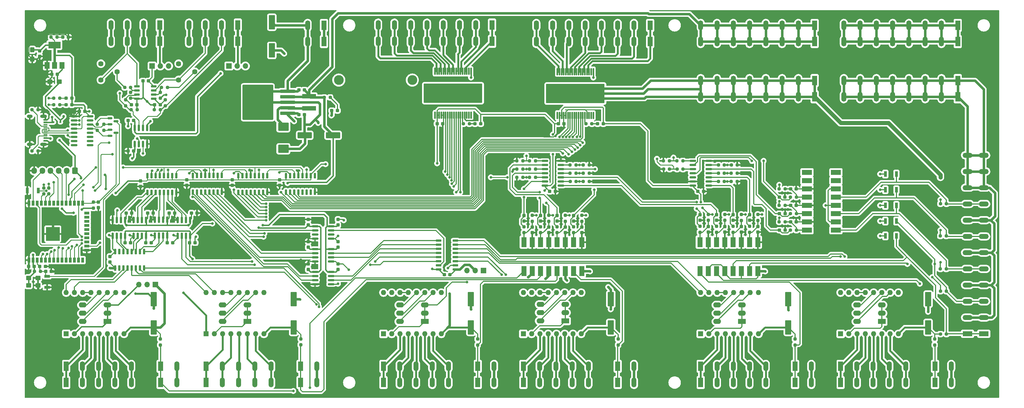
<source format=gtl>
G04 #@! TF.GenerationSoftware,KiCad,Pcbnew,7.0.10*
G04 #@! TF.CreationDate,2024-02-23T22:38:10+01:00*
G04 #@! TF.ProjectId,FluidNC,466c7569-644e-4432-9e6b-696361645f70,rev?*
G04 #@! TF.SameCoordinates,Original*
G04 #@! TF.FileFunction,Copper,L1,Top*
G04 #@! TF.FilePolarity,Positive*
%FSLAX46Y46*%
G04 Gerber Fmt 4.6, Leading zero omitted, Abs format (unit mm)*
G04 Created by KiCad (PCBNEW 7.0.10) date 2024-02-23 22:38:10*
%MOMM*%
%LPD*%
G01*
G04 APERTURE LIST*
G04 Aperture macros list*
%AMRoundRect*
0 Rectangle with rounded corners*
0 $1 Rounding radius*
0 $2 $3 $4 $5 $6 $7 $8 $9 X,Y pos of 4 corners*
0 Add a 4 corners polygon primitive as box body*
4,1,4,$2,$3,$4,$5,$6,$7,$8,$9,$2,$3,0*
0 Add four circle primitives for the rounded corners*
1,1,$1+$1,$2,$3*
1,1,$1+$1,$4,$5*
1,1,$1+$1,$6,$7*
1,1,$1+$1,$8,$9*
0 Add four rect primitives between the rounded corners*
20,1,$1+$1,$2,$3,$4,$5,0*
20,1,$1+$1,$4,$5,$6,$7,0*
20,1,$1+$1,$6,$7,$8,$9,0*
20,1,$1+$1,$8,$9,$2,$3,0*%
G04 Aperture macros list end*
G04 #@! TA.AperFunction,SMDPad,CuDef*
%ADD10RoundRect,0.237500X-0.287500X-0.237500X0.287500X-0.237500X0.287500X0.237500X-0.287500X0.237500X0*%
G04 #@! TD*
G04 #@! TA.AperFunction,SMDPad,CuDef*
%ADD11RoundRect,0.237500X-0.250000X-0.237500X0.250000X-0.237500X0.250000X0.237500X-0.250000X0.237500X0*%
G04 #@! TD*
G04 #@! TA.AperFunction,SMDPad,CuDef*
%ADD12RoundRect,0.237500X0.250000X0.237500X-0.250000X0.237500X-0.250000X-0.237500X0.250000X-0.237500X0*%
G04 #@! TD*
G04 #@! TA.AperFunction,SMDPad,CuDef*
%ADD13RoundRect,0.237500X0.237500X-0.250000X0.237500X0.250000X-0.237500X0.250000X-0.237500X-0.250000X0*%
G04 #@! TD*
G04 #@! TA.AperFunction,SMDPad,CuDef*
%ADD14RoundRect,0.150000X-0.725000X-0.150000X0.725000X-0.150000X0.725000X0.150000X-0.725000X0.150000X0*%
G04 #@! TD*
G04 #@! TA.AperFunction,ComponentPad*
%ADD15R,1.500000X3.000000*%
G04 #@! TD*
G04 #@! TA.AperFunction,ComponentPad*
%ADD16O,1.500000X3.000000*%
G04 #@! TD*
G04 #@! TA.AperFunction,SMDPad,CuDef*
%ADD17RoundRect,0.237500X-0.300000X-0.237500X0.300000X-0.237500X0.300000X0.237500X-0.300000X0.237500X0*%
G04 #@! TD*
G04 #@! TA.AperFunction,SMDPad,CuDef*
%ADD18R,1.240000X0.600000*%
G04 #@! TD*
G04 #@! TA.AperFunction,SMDPad,CuDef*
%ADD19R,1.240000X0.300000*%
G04 #@! TD*
G04 #@! TA.AperFunction,ComponentPad*
%ADD20O,2.100000X1.000000*%
G04 #@! TD*
G04 #@! TA.AperFunction,ComponentPad*
%ADD21O,1.800000X1.000000*%
G04 #@! TD*
G04 #@! TA.AperFunction,SMDPad,CuDef*
%ADD22RoundRect,0.150000X-0.825000X-0.150000X0.825000X-0.150000X0.825000X0.150000X-0.825000X0.150000X0*%
G04 #@! TD*
G04 #@! TA.AperFunction,SMDPad,CuDef*
%ADD23RoundRect,0.237500X-0.237500X0.250000X-0.237500X-0.250000X0.237500X-0.250000X0.237500X0.250000X0*%
G04 #@! TD*
G04 #@! TA.AperFunction,SMDPad,CuDef*
%ADD24RoundRect,0.150000X-0.150000X0.825000X-0.150000X-0.825000X0.150000X-0.825000X0.150000X0.825000X0*%
G04 #@! TD*
G04 #@! TA.AperFunction,SMDPad,CuDef*
%ADD25RoundRect,0.150000X0.150000X-0.725000X0.150000X0.725000X-0.150000X0.725000X-0.150000X-0.725000X0*%
G04 #@! TD*
G04 #@! TA.AperFunction,ComponentPad*
%ADD26C,1.620000*%
G04 #@! TD*
G04 #@! TA.AperFunction,SMDPad,CuDef*
%ADD27RoundRect,0.112500X0.187500X0.112500X-0.187500X0.112500X-0.187500X-0.112500X0.187500X-0.112500X0*%
G04 #@! TD*
G04 #@! TA.AperFunction,SMDPad,CuDef*
%ADD28RoundRect,0.150000X-0.587500X-0.150000X0.587500X-0.150000X0.587500X0.150000X-0.587500X0.150000X0*%
G04 #@! TD*
G04 #@! TA.AperFunction,SMDPad,CuDef*
%ADD29RoundRect,0.237500X0.300000X0.237500X-0.300000X0.237500X-0.300000X-0.237500X0.300000X-0.237500X0*%
G04 #@! TD*
G04 #@! TA.AperFunction,SMDPad,CuDef*
%ADD30R,1.500000X2.000000*%
G04 #@! TD*
G04 #@! TA.AperFunction,SMDPad,CuDef*
%ADD31R,3.800000X2.000000*%
G04 #@! TD*
G04 #@! TA.AperFunction,SMDPad,CuDef*
%ADD32RoundRect,0.250000X-0.537500X-0.425000X0.537500X-0.425000X0.537500X0.425000X-0.537500X0.425000X0*%
G04 #@! TD*
G04 #@! TA.AperFunction,SMDPad,CuDef*
%ADD33RoundRect,0.237500X-0.237500X0.300000X-0.237500X-0.300000X0.237500X-0.300000X0.237500X0.300000X0*%
G04 #@! TD*
G04 #@! TA.AperFunction,ComponentPad*
%ADD34C,1.200000*%
G04 #@! TD*
G04 #@! TA.AperFunction,SMDPad,CuDef*
%ADD35RoundRect,0.178500X-8.821500X-2.796500X8.821500X-2.796500X8.821500X2.796500X-8.821500X2.796500X0*%
G04 #@! TD*
G04 #@! TA.AperFunction,SMDPad,CuDef*
%ADD36RoundRect,0.112500X-0.112500X-0.987500X0.112500X-0.987500X0.112500X0.987500X-0.112500X0.987500X0*%
G04 #@! TD*
G04 #@! TA.AperFunction,SMDPad,CuDef*
%ADD37RoundRect,0.237500X0.237500X-0.300000X0.237500X0.300000X-0.237500X0.300000X-0.237500X-0.300000X0*%
G04 #@! TD*
G04 #@! TA.AperFunction,ComponentPad*
%ADD38R,2.400000X1.600000*%
G04 #@! TD*
G04 #@! TA.AperFunction,ComponentPad*
%ADD39O,2.400000X1.600000*%
G04 #@! TD*
G04 #@! TA.AperFunction,ComponentPad*
%ADD40R,1.700000X1.700000*%
G04 #@! TD*
G04 #@! TA.AperFunction,ComponentPad*
%ADD41O,1.700000X1.700000*%
G04 #@! TD*
G04 #@! TA.AperFunction,SMDPad,CuDef*
%ADD42RoundRect,0.250000X0.700000X-1.950000X0.700000X1.950000X-0.700000X1.950000X-0.700000X-1.950000X0*%
G04 #@! TD*
G04 #@! TA.AperFunction,SMDPad,CuDef*
%ADD43R,1.600000X3.100000*%
G04 #@! TD*
G04 #@! TA.AperFunction,ComponentPad*
%ADD44R,1.600000X1.600000*%
G04 #@! TD*
G04 #@! TA.AperFunction,ComponentPad*
%ADD45O,1.600000X1.600000*%
G04 #@! TD*
G04 #@! TA.AperFunction,SMDPad,CuDef*
%ADD46RoundRect,0.250000X0.537500X0.425000X-0.537500X0.425000X-0.537500X-0.425000X0.537500X-0.425000X0*%
G04 #@! TD*
G04 #@! TA.AperFunction,ComponentPad*
%ADD47RoundRect,0.250000X0.600000X0.725000X-0.600000X0.725000X-0.600000X-0.725000X0.600000X-0.725000X0*%
G04 #@! TD*
G04 #@! TA.AperFunction,ComponentPad*
%ADD48O,1.700000X1.950000*%
G04 #@! TD*
G04 #@! TA.AperFunction,SMDPad,CuDef*
%ADD49R,0.900000X1.700000*%
G04 #@! TD*
G04 #@! TA.AperFunction,ComponentPad*
%ADD50C,3.000000*%
G04 #@! TD*
G04 #@! TA.AperFunction,ComponentPad*
%ADD51R,3.000000X1.500000*%
G04 #@! TD*
G04 #@! TA.AperFunction,ComponentPad*
%ADD52O,3.000000X1.500000*%
G04 #@! TD*
G04 #@! TA.AperFunction,SMDPad,CuDef*
%ADD53RoundRect,0.150000X0.150000X-0.825000X0.150000X0.825000X-0.150000X0.825000X-0.150000X-0.825000X0*%
G04 #@! TD*
G04 #@! TA.AperFunction,SMDPad,CuDef*
%ADD54RoundRect,0.150000X-0.150000X0.725000X-0.150000X-0.725000X0.150000X-0.725000X0.150000X0.725000X0*%
G04 #@! TD*
G04 #@! TA.AperFunction,SMDPad,CuDef*
%ADD55R,4.200000X1.400000*%
G04 #@! TD*
G04 #@! TA.AperFunction,SMDPad,CuDef*
%ADD56R,1.700000X0.900000*%
G04 #@! TD*
G04 #@! TA.AperFunction,SMDPad,CuDef*
%ADD57R,3.100000X1.600000*%
G04 #@! TD*
G04 #@! TA.AperFunction,SMDPad,CuDef*
%ADD58R,0.900000X1.500000*%
G04 #@! TD*
G04 #@! TA.AperFunction,SMDPad,CuDef*
%ADD59R,1.500000X0.900000*%
G04 #@! TD*
G04 #@! TA.AperFunction,SMDPad,CuDef*
%ADD60R,1.050000X1.050000*%
G04 #@! TD*
G04 #@! TA.AperFunction,HeatsinkPad*
%ADD61C,0.600000*%
G04 #@! TD*
G04 #@! TA.AperFunction,SMDPad,CuDef*
%ADD62R,4.200000X4.200000*%
G04 #@! TD*
G04 #@! TA.AperFunction,SMDPad,CuDef*
%ADD63RoundRect,0.150000X0.825000X0.150000X-0.825000X0.150000X-0.825000X-0.150000X0.825000X-0.150000X0*%
G04 #@! TD*
G04 #@! TA.AperFunction,SMDPad,CuDef*
%ADD64RoundRect,0.250000X2.050000X0.300000X-2.050000X0.300000X-2.050000X-0.300000X2.050000X-0.300000X0*%
G04 #@! TD*
G04 #@! TA.AperFunction,SMDPad,CuDef*
%ADD65RoundRect,0.250000X2.025000X2.375000X-2.025000X2.375000X-2.025000X-2.375000X2.025000X-2.375000X0*%
G04 #@! TD*
G04 #@! TA.AperFunction,SMDPad,CuDef*
%ADD66RoundRect,0.250002X4.449998X5.149998X-4.449998X5.149998X-4.449998X-5.149998X4.449998X-5.149998X0*%
G04 #@! TD*
G04 #@! TA.AperFunction,SMDPad,CuDef*
%ADD67RoundRect,0.250000X-1.400000X-1.000000X1.400000X-1.000000X1.400000X1.000000X-1.400000X1.000000X0*%
G04 #@! TD*
G04 #@! TA.AperFunction,SMDPad,CuDef*
%ADD68RoundRect,0.237500X0.287500X0.237500X-0.287500X0.237500X-0.287500X-0.237500X0.287500X-0.237500X0*%
G04 #@! TD*
G04 #@! TA.AperFunction,SMDPad,CuDef*
%ADD69RoundRect,0.250000X-0.425000X0.537500X-0.425000X-0.537500X0.425000X-0.537500X0.425000X0.537500X0*%
G04 #@! TD*
G04 #@! TA.AperFunction,SMDPad,CuDef*
%ADD70RoundRect,0.250000X1.950000X0.700000X-1.950000X0.700000X-1.950000X-0.700000X1.950000X-0.700000X0*%
G04 #@! TD*
G04 #@! TA.AperFunction,ViaPad*
%ADD71C,0.800000*%
G04 #@! TD*
G04 #@! TA.AperFunction,Conductor*
%ADD72C,0.254000*%
G04 #@! TD*
G04 #@! TA.AperFunction,Conductor*
%ADD73C,0.457200*%
G04 #@! TD*
G04 #@! TA.AperFunction,Conductor*
%ADD74C,0.250000*%
G04 #@! TD*
G04 #@! TA.AperFunction,Conductor*
%ADD75C,0.304800*%
G04 #@! TD*
G04 #@! TA.AperFunction,Conductor*
%ADD76C,0.406400*%
G04 #@! TD*
G04 #@! TA.AperFunction,Conductor*
%ADD77C,0.762000*%
G04 #@! TD*
G04 #@! TA.AperFunction,Conductor*
%ADD78C,0.609600*%
G04 #@! TD*
G04 #@! TA.AperFunction,Conductor*
%ADD79C,1.270000*%
G04 #@! TD*
G04 APERTURE END LIST*
D10*
X12972500Y-29482500D03*
X14722500Y-29482500D03*
D11*
X3255000Y-80772000D03*
X5080000Y-80772000D03*
D12*
X233957500Y-65532000D03*
X232132500Y-65532000D03*
D13*
X43434000Y-29765000D03*
X43434000Y-27940000D03*
D14*
X127473000Y-71247000D03*
X127473000Y-72517000D03*
X127473000Y-73787000D03*
X127473000Y-75057000D03*
X127473000Y-76327000D03*
X127473000Y-77597000D03*
X127473000Y-78867000D03*
X127473000Y-80137000D03*
X132623000Y-80137000D03*
X132623000Y-78867000D03*
X132623000Y-77597000D03*
X132623000Y-76327000D03*
X132623000Y-75057000D03*
X132623000Y-73787000D03*
X132623000Y-72517000D03*
X132623000Y-71247000D03*
D15*
X143874000Y-9908000D03*
X143874000Y-4908000D03*
D16*
X138874000Y-9908000D03*
X138874000Y-4908000D03*
X133874000Y-9908000D03*
X133874000Y-4908000D03*
X128874000Y-9908000D03*
X128874000Y-4908000D03*
X123874000Y-9908000D03*
X123874000Y-4908000D03*
X118874000Y-9908000D03*
X118874000Y-4908000D03*
X113874000Y-9908000D03*
X113874000Y-4908000D03*
X108874000Y-9908000D03*
X108874000Y-4908000D03*
D15*
X13000000Y-110000000D03*
X13000000Y-115000000D03*
D16*
X18000000Y-110000000D03*
X18000000Y-115000000D03*
X23000000Y-110000000D03*
X23000000Y-115000000D03*
X28000000Y-110000000D03*
X28000000Y-115000000D03*
X33000000Y-110000000D03*
X33000000Y-115000000D03*
D11*
X151487500Y-46736000D03*
X153312500Y-46736000D03*
D17*
X161597000Y-56134000D03*
X163322000Y-56134000D03*
D13*
X22527500Y-37300500D03*
X22527500Y-35475500D03*
D18*
X6625500Y-34110000D03*
X6625500Y-34910000D03*
D19*
X6625500Y-36060000D03*
X6625500Y-37060000D03*
X6625500Y-37560000D03*
X6625500Y-38560000D03*
D18*
X6625500Y-39710000D03*
X6625500Y-40510000D03*
X6625500Y-40510000D03*
X6625500Y-39710000D03*
D19*
X6625500Y-39060000D03*
X6625500Y-38060000D03*
X6625500Y-36560000D03*
X6625500Y-35560000D03*
D18*
X6625500Y-34910000D03*
X6625500Y-34110000D03*
D20*
X6025500Y-32990000D03*
D21*
X1825500Y-32990000D03*
D20*
X6025500Y-41630000D03*
D21*
X1825500Y-41630000D03*
D11*
X200725000Y-49276000D03*
X202550000Y-49276000D03*
D22*
X89473000Y-66899000D03*
X89473000Y-68169000D03*
X89473000Y-69439000D03*
X89473000Y-70709000D03*
X94423000Y-70709000D03*
X94423000Y-69439000D03*
X94423000Y-68169000D03*
X94423000Y-66899000D03*
D15*
X153500000Y-110000000D03*
X153500000Y-115000000D03*
D16*
X158500000Y-110000000D03*
X158500000Y-115000000D03*
X163500000Y-110000000D03*
X163500000Y-115000000D03*
X168500000Y-110000000D03*
X168500000Y-115000000D03*
X173500000Y-110000000D03*
X173500000Y-115000000D03*
D23*
X217932000Y-66882000D03*
X217932000Y-68707000D03*
D11*
X42267500Y-24130000D03*
X44092500Y-24130000D03*
D13*
X85090000Y-103378000D03*
X85090000Y-101553000D03*
D24*
X51069000Y-64900000D03*
X49799000Y-64900000D03*
X48529000Y-64900000D03*
X47259000Y-64900000D03*
X47259000Y-69850000D03*
X48529000Y-69850000D03*
X49799000Y-69850000D03*
X51069000Y-69850000D03*
D13*
X182626000Y-103425000D03*
X182626000Y-101600000D03*
D11*
X151487500Y-49276000D03*
X153312500Y-49276000D03*
D25*
X37973000Y-56458000D03*
X39243000Y-56458000D03*
X40513000Y-56458000D03*
X41783000Y-56458000D03*
X43053000Y-56458000D03*
X44323000Y-56458000D03*
X45593000Y-56458000D03*
X46863000Y-56458000D03*
X46863000Y-51308000D03*
X45593000Y-51308000D03*
X44323000Y-51308000D03*
X43053000Y-51308000D03*
X41783000Y-51308000D03*
X40513000Y-51308000D03*
X39243000Y-51308000D03*
X37973000Y-51308000D03*
D17*
X127000000Y-35306000D03*
X128725000Y-35306000D03*
D26*
X47538000Y-21804000D03*
X52538000Y-19304000D03*
X47538000Y-16804000D03*
D12*
X283511000Y-59944000D03*
X281686000Y-59944000D03*
D27*
X11208500Y-34816500D03*
X9108500Y-34816500D03*
D28*
X26416000Y-33594000D03*
X26416000Y-35494000D03*
X28291000Y-34544000D03*
D12*
X173736000Y-50546000D03*
X171911000Y-50546000D03*
D23*
X168910000Y-67032500D03*
X168910000Y-68857500D03*
D15*
X110500000Y-110000000D03*
X110500000Y-115000000D03*
D16*
X115500000Y-110000000D03*
X115500000Y-115000000D03*
X120500000Y-110000000D03*
X120500000Y-115000000D03*
X125500000Y-110000000D03*
X125500000Y-115000000D03*
X130500000Y-110000000D03*
X130500000Y-115000000D03*
D29*
X130910500Y-81788000D03*
X129185500Y-81788000D03*
D15*
X85000000Y-110000000D03*
X85000000Y-115000000D03*
D16*
X90000000Y-110000000D03*
X90000000Y-115000000D03*
D11*
X32973000Y-30988000D03*
X34798000Y-30988000D03*
D30*
X7098000Y-17374000D03*
X9398000Y-17374000D03*
D31*
X9398000Y-11074000D03*
D30*
X11698000Y-17374000D03*
D32*
X1443000Y-85090000D03*
X4318000Y-85090000D03*
D33*
X225552000Y-66932000D03*
X225552000Y-68657000D03*
D34*
X164980000Y-24500000D03*
X164980000Y-26000000D03*
X164980000Y-27500000D03*
X166480000Y-24500000D03*
X166480000Y-26000000D03*
X166480000Y-27500000D03*
X167980000Y-24500000D03*
X167980000Y-26000000D03*
X167980000Y-27500000D03*
X169480000Y-24500000D03*
X169480000Y-26000000D03*
D35*
X169480000Y-26000000D03*
D34*
X169480000Y-27500000D03*
X170980000Y-24500000D03*
X170980000Y-26000000D03*
X170980000Y-27500000D03*
X172480000Y-24500000D03*
X172480000Y-26000000D03*
X172480000Y-27500000D03*
X173980000Y-24500000D03*
X173980000Y-26000000D03*
X173980000Y-27500000D03*
D36*
X163955000Y-32740000D03*
X164605000Y-32740000D03*
X165255000Y-32740000D03*
X165905000Y-32740000D03*
X166555000Y-32740000D03*
X167205000Y-32740000D03*
X167855000Y-32740000D03*
X168505000Y-32740000D03*
X169155000Y-32740000D03*
X169805000Y-32740000D03*
X170455000Y-32740000D03*
X171105000Y-32740000D03*
X171755000Y-32740000D03*
X172405000Y-32740000D03*
X173055000Y-32740000D03*
X173705000Y-32740000D03*
X174355000Y-32740000D03*
X175005000Y-32740000D03*
X175005000Y-19260000D03*
X174355000Y-19260000D03*
X173705000Y-19260000D03*
X173055000Y-19260000D03*
X172405000Y-19260000D03*
X171755000Y-19260000D03*
X171105000Y-19260000D03*
X170455000Y-19260000D03*
X169805000Y-19260000D03*
X169155000Y-19260000D03*
X168505000Y-19260000D03*
X167855000Y-19260000D03*
X167205000Y-19260000D03*
X166555000Y-19260000D03*
X165905000Y-19260000D03*
X165255000Y-19260000D03*
X164605000Y-19260000D03*
X163955000Y-19260000D03*
D37*
X87376000Y-73353000D03*
X87376000Y-71628000D03*
D15*
X182500000Y-110000000D03*
X182500000Y-115000000D03*
D16*
X187500000Y-110000000D03*
X187500000Y-115000000D03*
D17*
X31084000Y-71947000D03*
X32809000Y-71947000D03*
D10*
X13000500Y-27450500D03*
X14750500Y-27450500D03*
D33*
X207772000Y-63299000D03*
X207772000Y-65024000D03*
D23*
X163830000Y-67032500D03*
X163830000Y-68857500D03*
D15*
X192480000Y-10000000D03*
X192480000Y-5000000D03*
D16*
X187480000Y-10000000D03*
X187480000Y-5000000D03*
X182480000Y-10000000D03*
X182480000Y-5000000D03*
X177480000Y-10000000D03*
X177480000Y-5000000D03*
X172480000Y-10000000D03*
X172480000Y-5000000D03*
X167480000Y-10000000D03*
X167480000Y-5000000D03*
X162480000Y-10000000D03*
X162480000Y-5000000D03*
X157480000Y-10000000D03*
X157480000Y-5000000D03*
D17*
X33020000Y-29464000D03*
X34745000Y-29464000D03*
D29*
X33729000Y-34290000D03*
X32004000Y-34290000D03*
D33*
X35814000Y-52885000D03*
X35814000Y-54610000D03*
D12*
X169672000Y-50546000D03*
X167847000Y-50546000D03*
D29*
X86206500Y-24892000D03*
X84481500Y-24892000D03*
D38*
X68690000Y-96210000D03*
D39*
X68690000Y-93670000D03*
X68690000Y-91130000D03*
X61070000Y-91130000D03*
X61070000Y-93670000D03*
X61070000Y-96210000D03*
D15*
X243000000Y-10000000D03*
X243000000Y-5000000D03*
D16*
X238000000Y-10000000D03*
X238000000Y-5000000D03*
X233000000Y-10000000D03*
X233000000Y-5000000D03*
X228000000Y-10000000D03*
X228000000Y-5000000D03*
X223000000Y-10000000D03*
X223000000Y-5000000D03*
X218000000Y-10000000D03*
X218000000Y-5000000D03*
X213000000Y-10000000D03*
X213000000Y-5000000D03*
X208000000Y-10000000D03*
X208000000Y-5000000D03*
D15*
X56000000Y-110000000D03*
X56000000Y-115000000D03*
D16*
X61000000Y-110000000D03*
X61000000Y-115000000D03*
X66000000Y-110000000D03*
X66000000Y-115000000D03*
X71000000Y-110000000D03*
X71000000Y-115000000D03*
X76000000Y-110000000D03*
X76000000Y-115000000D03*
D11*
X235585000Y-68072000D03*
X237410000Y-68072000D03*
D15*
X42000000Y-110000000D03*
X42000000Y-115000000D03*
D16*
X47000000Y-110000000D03*
X47000000Y-115000000D03*
D40*
X141209000Y-80518000D03*
D41*
X138669000Y-80518000D03*
X136129000Y-80518000D03*
D33*
X217932000Y-63299000D03*
X217932000Y-65024000D03*
X210312000Y-66932000D03*
X210312000Y-68657000D03*
D12*
X215250000Y-50546000D03*
X213425000Y-50546000D03*
D38*
X220690000Y-96210000D03*
D39*
X220690000Y-93670000D03*
X220690000Y-91130000D03*
X213070000Y-91130000D03*
X213070000Y-93670000D03*
X213070000Y-96210000D03*
D33*
X166370000Y-67109000D03*
X166370000Y-68834000D03*
D42*
X76200000Y-12732000D03*
X76200000Y-4032000D03*
D15*
X65750000Y-9906000D03*
X65750000Y-4906000D03*
D16*
X60750000Y-9906000D03*
X60750000Y-4906000D03*
X55750000Y-9906000D03*
X55750000Y-4906000D03*
X50750000Y-9906000D03*
X50750000Y-4906000D03*
D12*
X174545000Y-35306000D03*
X172720000Y-35306000D03*
D11*
X235561500Y-62992000D03*
X237386500Y-62992000D03*
D15*
X92202000Y-10000000D03*
X92202000Y-5000000D03*
D16*
X87202000Y-10000000D03*
X87202000Y-5000000D03*
D43*
X153670000Y-80645000D03*
X156210000Y-80645000D03*
X158750000Y-80645000D03*
X161290000Y-80645000D03*
X163830000Y-80645000D03*
X166370000Y-80645000D03*
X168910000Y-80645000D03*
X171450000Y-80645000D03*
X171450000Y-71755000D03*
X168910000Y-71755000D03*
X166370000Y-71755000D03*
X163830000Y-71755000D03*
X161290000Y-71755000D03*
X158750000Y-71755000D03*
X156210000Y-71755000D03*
X153670000Y-71755000D03*
D12*
X219249000Y-48006000D03*
X217424000Y-48006000D03*
D44*
X13000000Y-100000000D03*
D45*
X15540000Y-100000000D03*
X18080000Y-100000000D03*
X20620000Y-100000000D03*
X23160000Y-100000000D03*
X25700000Y-100000000D03*
X28240000Y-100000000D03*
X30780000Y-100000000D03*
X30780000Y-87300000D03*
X28240000Y-87300000D03*
X25700000Y-87300000D03*
X23160000Y-87300000D03*
X20620000Y-87300000D03*
X18080000Y-87300000D03*
X15540000Y-87300000D03*
X13000000Y-87300000D03*
D12*
X136906000Y-35306000D03*
X135081000Y-35306000D03*
D44*
X153500000Y-100000000D03*
D45*
X156040000Y-100000000D03*
X158580000Y-100000000D03*
X161120000Y-100000000D03*
X163660000Y-100000000D03*
X166200000Y-100000000D03*
X168740000Y-100000000D03*
X171280000Y-100000000D03*
X171280000Y-87300000D03*
X168740000Y-87300000D03*
X166200000Y-87300000D03*
X163660000Y-87300000D03*
X161120000Y-87300000D03*
X158580000Y-87300000D03*
X156040000Y-87300000D03*
X153500000Y-87300000D03*
D14*
X34763000Y-23749000D03*
X34763000Y-25019000D03*
X34763000Y-26289000D03*
X34763000Y-27559000D03*
X39913000Y-27559000D03*
X39913000Y-26289000D03*
X39913000Y-25019000D03*
X39913000Y-23749000D03*
D25*
X80518000Y-56423000D03*
X81788000Y-56423000D03*
X83058000Y-56423000D03*
X84328000Y-56423000D03*
X85598000Y-56423000D03*
X86868000Y-56423000D03*
X88138000Y-56423000D03*
X89408000Y-56423000D03*
X89408000Y-51273000D03*
X88138000Y-51273000D03*
X86868000Y-51273000D03*
X85598000Y-51273000D03*
X84328000Y-51273000D03*
X83058000Y-51273000D03*
X81788000Y-51273000D03*
X80518000Y-51273000D03*
D46*
X10835500Y-22352000D03*
X7960500Y-22352000D03*
D47*
X15668000Y-49784000D03*
D48*
X13168000Y-49784000D03*
X10668000Y-49784000D03*
X8168000Y-49784000D03*
X5668000Y-49784000D03*
X3168000Y-49784000D03*
D22*
X15388500Y-33038500D03*
X15388500Y-34308500D03*
X15388500Y-35578500D03*
X15388500Y-36848500D03*
X15388500Y-38118500D03*
X15388500Y-39388500D03*
X15388500Y-40658500D03*
X15388500Y-41928500D03*
X20338500Y-41928500D03*
X20338500Y-40658500D03*
X20338500Y-39388500D03*
X20338500Y-38118500D03*
X20338500Y-36848500D03*
X20338500Y-35578500D03*
X20338500Y-34308500D03*
X20338500Y-33038500D03*
D37*
X96520000Y-66495000D03*
X96520000Y-64770000D03*
D23*
X153670000Y-67032500D03*
X153670000Y-68857500D03*
D49*
X268146000Y-50800000D03*
X264746000Y-50800000D03*
D11*
X155401000Y-46736000D03*
X157226000Y-46736000D03*
D49*
X1045000Y-55880000D03*
X4445000Y-55880000D03*
D12*
X233957500Y-55372000D03*
X232132500Y-55372000D03*
D37*
X22860000Y-61161000D03*
X22860000Y-59436000D03*
D17*
X235638000Y-65532000D03*
X237363000Y-65532000D03*
D38*
X166360000Y-96022000D03*
D39*
X166360000Y-93482000D03*
X166360000Y-90942000D03*
X158740000Y-90942000D03*
X158740000Y-93482000D03*
X158740000Y-96022000D03*
D50*
X119380000Y-21844000D03*
X96780000Y-21844000D03*
D17*
X31395500Y-62803000D03*
X33120500Y-62803000D03*
D11*
X92305500Y-27178000D03*
X94130500Y-27178000D03*
D29*
X33729000Y-43688000D03*
X32004000Y-43688000D03*
D13*
X139446000Y-103425000D03*
X139446000Y-101600000D03*
D33*
X215392000Y-66932000D03*
X215392000Y-68657000D03*
D23*
X223012000Y-66882000D03*
X223012000Y-68707000D03*
D12*
X169672000Y-48006000D03*
X167847000Y-48006000D03*
X215250000Y-48006000D03*
X213425000Y-48006000D03*
X32813000Y-24130000D03*
X30988000Y-24130000D03*
D51*
X290000000Y-100000000D03*
X295000000Y-100000000D03*
D52*
X290000000Y-95000000D03*
X295000000Y-95000000D03*
X290000000Y-90000000D03*
X295000000Y-90000000D03*
X290000000Y-85000000D03*
X295000000Y-85000000D03*
X290000000Y-80000000D03*
X295000000Y-80000000D03*
X290000000Y-75000000D03*
X295000000Y-75000000D03*
X290000000Y-70000000D03*
X295000000Y-70000000D03*
X290000000Y-65000000D03*
X295000000Y-65000000D03*
X290000000Y-60000000D03*
X295000000Y-60000000D03*
X290000000Y-55000000D03*
X295000000Y-55000000D03*
X290000000Y-50000000D03*
X295000000Y-50000000D03*
X290000000Y-45000000D03*
X295000000Y-45000000D03*
D17*
X232182500Y-57912000D03*
X233907500Y-57912000D03*
D43*
X207772000Y-80645000D03*
X210312000Y-80645000D03*
X212852000Y-80645000D03*
X215392000Y-80645000D03*
X217932000Y-80645000D03*
X220472000Y-80645000D03*
X223012000Y-80645000D03*
X225552000Y-80645000D03*
X225552000Y-71755000D03*
X223012000Y-71755000D03*
X220472000Y-71755000D03*
X217932000Y-71755000D03*
X215392000Y-71755000D03*
X212852000Y-71755000D03*
X210312000Y-71755000D03*
X207772000Y-71755000D03*
D17*
X84481500Y-32512000D03*
X86206500Y-32512000D03*
X235638000Y-60452000D03*
X237363000Y-60452000D03*
X50896000Y-71947000D03*
X52621000Y-71947000D03*
D40*
X62992000Y-17526000D03*
D41*
X65532000Y-17526000D03*
X68072000Y-17526000D03*
D23*
X6096000Y-55071000D03*
X6096000Y-56896000D03*
D13*
X279908000Y-103425000D03*
X279908000Y-101600000D03*
X225552000Y-65071000D03*
X225552000Y-63246000D03*
D12*
X283511000Y-86868000D03*
X281686000Y-86868000D03*
D33*
X161290000Y-67109000D03*
X161290000Y-68834000D03*
D49*
X268146000Y-60452000D03*
X264746000Y-60452000D03*
D32*
X1443000Y-82804000D03*
X4318000Y-82804000D03*
D33*
X163830000Y-63553000D03*
X163830000Y-65278000D03*
D42*
X137390000Y-98010000D03*
X137390000Y-89310000D03*
X82890000Y-98010000D03*
X82890000Y-89310000D03*
D11*
X2511500Y-31006500D03*
X4336500Y-31006500D03*
D13*
X210312000Y-65024000D03*
X210312000Y-63199000D03*
D25*
X65913000Y-56458000D03*
X67183000Y-56458000D03*
X68453000Y-56458000D03*
X69723000Y-56458000D03*
X70993000Y-56458000D03*
X72263000Y-56458000D03*
X73533000Y-56458000D03*
X74803000Y-56458000D03*
X74803000Y-51308000D03*
X73533000Y-51308000D03*
X72263000Y-51308000D03*
X70993000Y-51308000D03*
X69723000Y-51308000D03*
X68453000Y-51308000D03*
X67183000Y-51308000D03*
X65913000Y-51308000D03*
D29*
X38301000Y-22098000D03*
X36576000Y-22098000D03*
D17*
X4879000Y-79248000D03*
X6604000Y-79248000D03*
D11*
X8335000Y-8636000D03*
X10160000Y-8636000D03*
D17*
X235638000Y-55372000D03*
X237363000Y-55372000D03*
D12*
X173736000Y-53086000D03*
X171911000Y-53086000D03*
D44*
X110500000Y-100000000D03*
D45*
X113040000Y-100000000D03*
X115580000Y-100000000D03*
X118120000Y-100000000D03*
X120660000Y-100000000D03*
X123200000Y-100000000D03*
X125740000Y-100000000D03*
X128280000Y-100000000D03*
X128280000Y-87300000D03*
X125740000Y-87300000D03*
X123200000Y-87300000D03*
X120660000Y-87300000D03*
X118120000Y-87300000D03*
X115580000Y-87300000D03*
X113040000Y-87300000D03*
X110500000Y-87300000D03*
D15*
X280000000Y-110000000D03*
X280000000Y-115000000D03*
D16*
X285000000Y-110000000D03*
X285000000Y-115000000D03*
D17*
X37999500Y-62803000D03*
X39724500Y-62803000D03*
D12*
X215250000Y-53086000D03*
X213425000Y-53086000D03*
D13*
X161290000Y-65325000D03*
X161290000Y-63500000D03*
D33*
X158750000Y-63553000D03*
X158750000Y-65278000D03*
D23*
X41910000Y-25607000D03*
X41910000Y-27432000D03*
D15*
X237000000Y-110000000D03*
X237000000Y-115000000D03*
D16*
X242000000Y-110000000D03*
X242000000Y-115000000D03*
D11*
X9162500Y-29482500D03*
X10987500Y-29482500D03*
D15*
X251000000Y-110000000D03*
X251000000Y-115000000D03*
D16*
X256000000Y-110000000D03*
X256000000Y-115000000D03*
X261000000Y-110000000D03*
X261000000Y-115000000D03*
X266000000Y-110000000D03*
X266000000Y-115000000D03*
X271000000Y-110000000D03*
X271000000Y-115000000D03*
D53*
X34036000Y-41526000D03*
X35306000Y-41526000D03*
X36576000Y-41526000D03*
X37846000Y-41526000D03*
X37846000Y-36576000D03*
X36576000Y-36576000D03*
X35306000Y-36576000D03*
X34036000Y-36576000D03*
D25*
X51943000Y-56388000D03*
X53213000Y-56388000D03*
X54483000Y-56388000D03*
X55753000Y-56388000D03*
X57023000Y-56388000D03*
X58293000Y-56388000D03*
X59563000Y-56388000D03*
X60833000Y-56388000D03*
X60833000Y-51238000D03*
X59563000Y-51238000D03*
X58293000Y-51238000D03*
X57023000Y-51238000D03*
X55753000Y-51238000D03*
X54483000Y-51238000D03*
X53213000Y-51238000D03*
X51943000Y-51238000D03*
D49*
X268146000Y-69850000D03*
X264746000Y-69850000D03*
D12*
X41910000Y-30988000D03*
X40085000Y-30988000D03*
D54*
X36957000Y-74641000D03*
X35687000Y-74641000D03*
X34417000Y-74641000D03*
X33147000Y-74641000D03*
X31877000Y-74641000D03*
X30607000Y-74641000D03*
X29337000Y-74641000D03*
X28067000Y-74641000D03*
X28067000Y-79791000D03*
X29337000Y-79791000D03*
X30607000Y-79791000D03*
X31877000Y-79791000D03*
X33147000Y-79791000D03*
X34417000Y-79791000D03*
X35687000Y-79791000D03*
X36957000Y-79791000D03*
D11*
X155401000Y-51816000D03*
X157226000Y-51816000D03*
D33*
X153670000Y-63553000D03*
X153670000Y-65278000D03*
D12*
X169719000Y-53086000D03*
X167894000Y-53086000D03*
D26*
X23662000Y-21804000D03*
X28662000Y-19304000D03*
X23662000Y-16804000D03*
D12*
X283511000Y-100076000D03*
X281686000Y-100076000D03*
X219202000Y-53086000D03*
X217377000Y-53086000D03*
D13*
X21336000Y-61261000D03*
X21336000Y-59436000D03*
D12*
X283464000Y-69850000D03*
X281639000Y-69850000D03*
D29*
X41910000Y-29464000D03*
X40185000Y-29464000D03*
D13*
X156210000Y-65325000D03*
X156210000Y-63500000D03*
D11*
X196596000Y-49276000D03*
X198421000Y-49276000D03*
D49*
X268146000Y-65278000D03*
X264746000Y-65278000D03*
D42*
X277890000Y-98010000D03*
X277890000Y-89310000D03*
D55*
X87630000Y-30552000D03*
X87630000Y-26852000D03*
D56*
X7112000Y-85696000D03*
X7112000Y-82296000D03*
D10*
X94629000Y-31242000D03*
X96379000Y-31242000D03*
D44*
X56000000Y-100000000D03*
D45*
X58540000Y-100000000D03*
X61080000Y-100000000D03*
X63620000Y-100000000D03*
X66160000Y-100000000D03*
X68700000Y-100000000D03*
X71240000Y-100000000D03*
X73780000Y-100000000D03*
X73780000Y-87300000D03*
X71240000Y-87300000D03*
X68700000Y-87300000D03*
X66160000Y-87300000D03*
X63620000Y-87300000D03*
X61080000Y-87300000D03*
X58540000Y-87300000D03*
X56000000Y-87300000D03*
D34*
X127374000Y-24408000D03*
X127374000Y-25908000D03*
X127374000Y-27408000D03*
X128874000Y-24408000D03*
X128874000Y-25908000D03*
X128874000Y-27408000D03*
X130374000Y-24408000D03*
X130374000Y-25908000D03*
X130374000Y-27408000D03*
X131874000Y-24408000D03*
X131874000Y-25908000D03*
D35*
X131874000Y-25908000D03*
D34*
X131874000Y-27408000D03*
X133374000Y-24408000D03*
X133374000Y-25908000D03*
X133374000Y-27408000D03*
X134874000Y-24408000D03*
X134874000Y-25908000D03*
X134874000Y-27408000D03*
X136374000Y-24408000D03*
X136374000Y-25908000D03*
X136374000Y-27408000D03*
D36*
X126349000Y-32648000D03*
X126999000Y-32648000D03*
X127649000Y-32648000D03*
X128299000Y-32648000D03*
X128949000Y-32648000D03*
X129599000Y-32648000D03*
X130249000Y-32648000D03*
X130899000Y-32648000D03*
X131549000Y-32648000D03*
X132199000Y-32648000D03*
X132849000Y-32648000D03*
X133499000Y-32648000D03*
X134149000Y-32648000D03*
X134799000Y-32648000D03*
X135449000Y-32648000D03*
X136099000Y-32648000D03*
X136749000Y-32648000D03*
X137399000Y-32648000D03*
X137399000Y-19168000D03*
X136749000Y-19168000D03*
X136099000Y-19168000D03*
X135449000Y-19168000D03*
X134799000Y-19168000D03*
X134149000Y-19168000D03*
X133499000Y-19168000D03*
X132849000Y-19168000D03*
X132199000Y-19168000D03*
X131549000Y-19168000D03*
X130899000Y-19168000D03*
X130249000Y-19168000D03*
X129599000Y-19168000D03*
X128949000Y-19168000D03*
X128299000Y-19168000D03*
X127649000Y-19168000D03*
X126999000Y-19168000D03*
X126349000Y-19168000D03*
D24*
X31069000Y-64900000D03*
X29799000Y-64900000D03*
X28529000Y-64900000D03*
X27259000Y-64900000D03*
X27259000Y-69850000D03*
X28529000Y-69850000D03*
X29799000Y-69850000D03*
X31069000Y-69850000D03*
D33*
X223012000Y-63299000D03*
X223012000Y-65024000D03*
D11*
X200678000Y-46736000D03*
X202503000Y-46736000D03*
D15*
X243000000Y-27000000D03*
X243000000Y-22000000D03*
D16*
X238000000Y-27000000D03*
X238000000Y-22000000D03*
X233000000Y-27000000D03*
X233000000Y-22000000D03*
X228000000Y-27000000D03*
X228000000Y-22000000D03*
X223000000Y-27000000D03*
X223000000Y-22000000D03*
X218000000Y-27000000D03*
X218000000Y-22000000D03*
X213000000Y-27000000D03*
X213000000Y-22000000D03*
X208000000Y-27000000D03*
X208000000Y-22000000D03*
D37*
X87376000Y-80211000D03*
X87376000Y-78486000D03*
D13*
X236982000Y-103425000D03*
X236982000Y-101600000D03*
D12*
X233957500Y-60452000D03*
X232132500Y-60452000D03*
D23*
X158750000Y-67032500D03*
X158750000Y-68857500D03*
D13*
X41910000Y-103425000D03*
X41910000Y-101600000D03*
D22*
X89473000Y-73899000D03*
X89473000Y-75169000D03*
X89473000Y-76439000D03*
X89473000Y-77709000D03*
X94423000Y-77709000D03*
X94423000Y-76439000D03*
X94423000Y-75169000D03*
X94423000Y-73899000D03*
D33*
X212852000Y-63299000D03*
X212852000Y-65024000D03*
D12*
X283464000Y-80010000D03*
X281639000Y-80010000D03*
D57*
X249555000Y-68072000D03*
X249555000Y-65532000D03*
X249555000Y-62992000D03*
X249555000Y-60452000D03*
X249555000Y-57912000D03*
X249555000Y-55372000D03*
X249555000Y-52832000D03*
X249555000Y-50292000D03*
X240665000Y-50292000D03*
X240665000Y-52832000D03*
X240665000Y-55372000D03*
X240665000Y-57912000D03*
X240665000Y-60452000D03*
X240665000Y-62992000D03*
X240665000Y-65532000D03*
X240665000Y-68072000D03*
D38*
X263690000Y-96210000D03*
D39*
X263690000Y-93670000D03*
X263690000Y-91130000D03*
X256070000Y-91130000D03*
X256070000Y-93670000D03*
X256070000Y-96210000D03*
D58*
X1550000Y-77285000D03*
X2820000Y-77285000D03*
X4090000Y-77285000D03*
X5360000Y-77285000D03*
X6630000Y-77285000D03*
X7900000Y-77285000D03*
X9170000Y-77285000D03*
X10440000Y-77285000D03*
X11710000Y-77285000D03*
X12980000Y-77285000D03*
X14250000Y-77285000D03*
X15520000Y-77285000D03*
X16790000Y-77285000D03*
X18060000Y-77285000D03*
D59*
X19310000Y-74245000D03*
X19310000Y-72975000D03*
X19310000Y-71705000D03*
X19310000Y-70435000D03*
X19310000Y-69165000D03*
X19310000Y-67895000D03*
X19310000Y-66625000D03*
X19310000Y-65355000D03*
X19310000Y-64085000D03*
X19310000Y-62815000D03*
D58*
X18060000Y-59785000D03*
X16790000Y-59785000D03*
X15520000Y-59785000D03*
X14250000Y-59785000D03*
X12980000Y-59785000D03*
X11710000Y-59785000D03*
X10440000Y-59785000D03*
X9170000Y-59785000D03*
X7900000Y-59785000D03*
X6630000Y-59785000D03*
X5360000Y-59785000D03*
X4090000Y-59785000D03*
X2820000Y-59785000D03*
X1550000Y-59785000D03*
D60*
X7365000Y-70740000D03*
D61*
X8127500Y-70740000D03*
D60*
X8890000Y-70740000D03*
D61*
X9652500Y-70740000D03*
D60*
X10415000Y-70740000D03*
D61*
X7365000Y-69977500D03*
X8890000Y-69977500D03*
X10415000Y-69977500D03*
D60*
X7365000Y-69215000D03*
D61*
X8127500Y-69215000D03*
D60*
X8890000Y-69215000D03*
D62*
X8890000Y-69215000D03*
D61*
X9652500Y-69215000D03*
D60*
X10415000Y-69215000D03*
D61*
X7365000Y-68452500D03*
X8890000Y-68452500D03*
X10415000Y-68452500D03*
D60*
X7365000Y-67690000D03*
D61*
X8127500Y-67690000D03*
D60*
X8890000Y-67690000D03*
D61*
X9652500Y-67690000D03*
D60*
X10415000Y-67690000D03*
D33*
X171450000Y-67109000D03*
X171450000Y-68834000D03*
D17*
X44603500Y-62803000D03*
X46328500Y-62803000D03*
D40*
X40386000Y-84836000D03*
D41*
X37846000Y-84836000D03*
X35306000Y-84836000D03*
D33*
X156210000Y-67109000D03*
X156210000Y-68834000D03*
D63*
X165035000Y-54356000D03*
X165035000Y-53086000D03*
X165035000Y-51816000D03*
X165035000Y-50546000D03*
X165035000Y-49276000D03*
X165035000Y-48006000D03*
X165035000Y-46736000D03*
X160085000Y-46736000D03*
X160085000Y-48006000D03*
X160085000Y-49276000D03*
X160085000Y-50546000D03*
X160085000Y-51816000D03*
X160085000Y-53086000D03*
X160085000Y-54356000D03*
D22*
X89473000Y-80899000D03*
X89473000Y-82169000D03*
X89473000Y-83439000D03*
X89473000Y-84709000D03*
X94423000Y-84709000D03*
X94423000Y-83439000D03*
X94423000Y-82169000D03*
X94423000Y-80899000D03*
D23*
X32766000Y-25607000D03*
X32766000Y-27432000D03*
D38*
X25690000Y-96210000D03*
D39*
X25690000Y-93670000D03*
X25690000Y-91130000D03*
X18070000Y-91130000D03*
X18070000Y-93670000D03*
X18070000Y-96210000D03*
D11*
X196549000Y-46736000D03*
X198374000Y-46736000D03*
D44*
X251000000Y-100000000D03*
D45*
X253540000Y-100000000D03*
X256080000Y-100000000D03*
X258620000Y-100000000D03*
X261160000Y-100000000D03*
X263700000Y-100000000D03*
X266240000Y-100000000D03*
X268780000Y-100000000D03*
X268780000Y-87300000D03*
X266240000Y-87300000D03*
X263700000Y-87300000D03*
X261160000Y-87300000D03*
X258620000Y-87300000D03*
X256080000Y-87300000D03*
X253540000Y-87300000D03*
X251000000Y-87300000D03*
D42*
X180390000Y-98010000D03*
X180390000Y-89310000D03*
D11*
X235561500Y-57912000D03*
X237386500Y-57912000D03*
D23*
X212852000Y-66882000D03*
X212852000Y-68707000D03*
D37*
X96520000Y-80211000D03*
X96520000Y-78486000D03*
D63*
X210501000Y-54356000D03*
X210501000Y-53086000D03*
X210501000Y-51816000D03*
X210501000Y-50546000D03*
X210501000Y-49276000D03*
X210501000Y-48006000D03*
X210501000Y-46736000D03*
X205551000Y-46736000D03*
X205551000Y-48006000D03*
X205551000Y-49276000D03*
X205551000Y-50546000D03*
X205551000Y-51816000D03*
X205551000Y-53086000D03*
X205551000Y-54356000D03*
D17*
X232209000Y-62992000D03*
X233934000Y-62992000D03*
D64*
X81056000Y-32102000D03*
X81056000Y-30402000D03*
X81056000Y-28702000D03*
D65*
X74331000Y-31477000D03*
X74331000Y-25927000D03*
D66*
X71906000Y-28702000D03*
D65*
X69481000Y-31477000D03*
X69481000Y-25927000D03*
D64*
X81056000Y-27002000D03*
X81056000Y-25302000D03*
D17*
X164237500Y-35306000D03*
X165962500Y-35306000D03*
D15*
X287000000Y-27000000D03*
X287000000Y-22000000D03*
D16*
X282000000Y-27000000D03*
X282000000Y-22000000D03*
X277000000Y-27000000D03*
X277000000Y-22000000D03*
X272000000Y-27000000D03*
X272000000Y-22000000D03*
X267000000Y-27000000D03*
X267000000Y-22000000D03*
X262000000Y-27000000D03*
X262000000Y-22000000D03*
X257000000Y-27000000D03*
X257000000Y-22000000D03*
X252000000Y-27000000D03*
X252000000Y-22000000D03*
D33*
X4826000Y-12853500D03*
X4826000Y-14578500D03*
X50038000Y-52578000D03*
X50038000Y-54303000D03*
D40*
X39385000Y-17526000D03*
D41*
X41925000Y-17526000D03*
X44465000Y-17526000D03*
D49*
X268146000Y-55626000D03*
X264746000Y-55626000D03*
D17*
X232209000Y-68072000D03*
X233934000Y-68072000D03*
D33*
X64008000Y-52578000D03*
X64008000Y-54303000D03*
D13*
X31242000Y-29765000D03*
X31242000Y-27940000D03*
X215392000Y-65024000D03*
X215392000Y-63199000D03*
D17*
X37434000Y-71947000D03*
X39159000Y-71947000D03*
D67*
X79756000Y-36224000D03*
X79756000Y-43024000D03*
D15*
X208000000Y-110000000D03*
X208000000Y-115000000D03*
D16*
X213000000Y-110000000D03*
X213000000Y-115000000D03*
X218000000Y-110000000D03*
X218000000Y-115000000D03*
X223000000Y-110000000D03*
X223000000Y-115000000D03*
X228000000Y-110000000D03*
X228000000Y-115000000D03*
D13*
X220472000Y-65071000D03*
X220472000Y-63246000D03*
D23*
X24559500Y-35475500D03*
X24559500Y-37300500D03*
D24*
X44069000Y-64835000D03*
X42799000Y-64835000D03*
X41529000Y-64835000D03*
X40259000Y-64835000D03*
X40259000Y-69785000D03*
X41529000Y-69785000D03*
X42799000Y-69785000D03*
X44069000Y-69785000D03*
D13*
X166370000Y-65325000D03*
X166370000Y-63500000D03*
D33*
X78613000Y-52578000D03*
X78613000Y-54303000D03*
D17*
X51461500Y-62803000D03*
X53186500Y-62803000D03*
D12*
X173736000Y-48006000D03*
X171911000Y-48006000D03*
D15*
X139500000Y-110000000D03*
X139500000Y-115000000D03*
D16*
X144500000Y-110000000D03*
X144500000Y-115000000D03*
D17*
X207128000Y-56134000D03*
X208853000Y-56134000D03*
D15*
X287000000Y-10000000D03*
X287000000Y-5000000D03*
D16*
X282000000Y-10000000D03*
X282000000Y-5000000D03*
X277000000Y-10000000D03*
X277000000Y-5000000D03*
X272000000Y-10000000D03*
X272000000Y-5000000D03*
X267000000Y-10000000D03*
X267000000Y-5000000D03*
X262000000Y-10000000D03*
X262000000Y-5000000D03*
X257000000Y-10000000D03*
X257000000Y-5000000D03*
X252000000Y-10000000D03*
X252000000Y-5000000D03*
D42*
X234890000Y-98010000D03*
X234890000Y-89310000D03*
X39890000Y-98010000D03*
X39890000Y-89310000D03*
D11*
X9162500Y-27450500D03*
X10987500Y-27450500D03*
D68*
X178054000Y-35306000D03*
X176304000Y-35306000D03*
D23*
X207772000Y-66882000D03*
X207772000Y-68707000D03*
X7620000Y-55071000D03*
X7620000Y-56896000D03*
D12*
X219202000Y-50546000D03*
X217377000Y-50546000D03*
D38*
X123190000Y-96210000D03*
D39*
X123190000Y-93670000D03*
X123190000Y-91130000D03*
X115570000Y-91130000D03*
X115570000Y-93670000D03*
X115570000Y-96210000D03*
D11*
X2511500Y-43706500D03*
X4336500Y-43706500D03*
D37*
X96520000Y-73353000D03*
X96520000Y-71628000D03*
D68*
X13688000Y-8636000D03*
X11938000Y-8636000D03*
X140387000Y-35306000D03*
X138637000Y-35306000D03*
D44*
X208000000Y-100000000D03*
D45*
X210540000Y-100000000D03*
X213080000Y-100000000D03*
X215620000Y-100000000D03*
X218160000Y-100000000D03*
X220700000Y-100000000D03*
X223240000Y-100000000D03*
X225780000Y-100000000D03*
X225780000Y-87300000D03*
X223240000Y-87300000D03*
X220700000Y-87300000D03*
X218160000Y-87300000D03*
X215620000Y-87300000D03*
X213080000Y-87300000D03*
X210540000Y-87300000D03*
X208000000Y-87300000D03*
D69*
X2540000Y-12532500D03*
X2540000Y-15407500D03*
D29*
X10260500Y-20066000D03*
X8535500Y-20066000D03*
D17*
X44038000Y-71947000D03*
X45763000Y-71947000D03*
D70*
X95028000Y-38862000D03*
X86328000Y-38862000D03*
D37*
X87376000Y-66495000D03*
X87376000Y-64770000D03*
D29*
X3148500Y-79248000D03*
X1423500Y-79248000D03*
D37*
X26416000Y-77925000D03*
X26416000Y-76200000D03*
D33*
X220472000Y-66932000D03*
X220472000Y-68657000D03*
D28*
X26416000Y-37150000D03*
X26416000Y-39050000D03*
X28291000Y-38100000D03*
D29*
X18761500Y-31514500D03*
X17036500Y-31514500D03*
D33*
X168910000Y-63553000D03*
X168910000Y-65278000D03*
D29*
X8432500Y-80772000D03*
X6707500Y-80772000D03*
D11*
X151487500Y-51816000D03*
X153312500Y-51816000D03*
D24*
X37561000Y-64900000D03*
X36291000Y-64900000D03*
X35021000Y-64900000D03*
X33751000Y-64900000D03*
X33751000Y-69850000D03*
X35021000Y-69850000D03*
X36291000Y-69850000D03*
X37561000Y-69850000D03*
D15*
X41750000Y-9906000D03*
X41750000Y-4906000D03*
D16*
X36750000Y-9906000D03*
X36750000Y-4906000D03*
X31750000Y-9906000D03*
X31750000Y-4906000D03*
X26750000Y-9906000D03*
X26750000Y-4906000D03*
D11*
X155401000Y-49276000D03*
X157226000Y-49276000D03*
D13*
X171450000Y-65325000D03*
X171450000Y-63500000D03*
D71*
X41148000Y-49530000D03*
X9144000Y-53340000D03*
X8636000Y-33274000D03*
X8146500Y-39896500D03*
X84328000Y-54610000D03*
X91694000Y-84582000D03*
X158750000Y-38354000D03*
X1270000Y-71628000D03*
X13462000Y-31496000D03*
X177038000Y-50546000D03*
X233934000Y-61722000D03*
X55626000Y-54102000D03*
X209042000Y-65024000D03*
X214122000Y-65024000D03*
X151638000Y-54356000D03*
X233934000Y-66802000D03*
X85090000Y-77216000D03*
X165100000Y-65278000D03*
X7112000Y-62992000D03*
X224282000Y-65024000D03*
X170180000Y-65278000D03*
X173482000Y-68834000D03*
X84836000Y-66040000D03*
X147320000Y-65786000D03*
X154940000Y-65278000D03*
X42418000Y-47498000D03*
X4572000Y-87630000D03*
X147066000Y-50292000D03*
X22860000Y-62738000D03*
X233934000Y-56642000D03*
X85090000Y-80264000D03*
X44704000Y-60960000D03*
X89408000Y-79756000D03*
X177038000Y-53086000D03*
X39878000Y-61214000D03*
X150114000Y-50003000D03*
X158496000Y-44704000D03*
X69342000Y-53848000D03*
X84836000Y-69596000D03*
X220980000Y-53086000D03*
X69342000Y-49530000D03*
X148590000Y-56896000D03*
X90297000Y-65659000D03*
X139192000Y-32766000D03*
X42328500Y-49494500D03*
X128524000Y-37084000D03*
X160020000Y-65278000D03*
X11430000Y-80518000D03*
X139700000Y-65786000D03*
X27178000Y-62738000D03*
X75438000Y-70609500D03*
X84074000Y-49784000D03*
X220980000Y-50546000D03*
X33528000Y-61214000D03*
X220980000Y-48006000D03*
X55626000Y-49492500D03*
X219202000Y-65024000D03*
X62484000Y-70104000D03*
X1524000Y-62992000D03*
X173736000Y-43942000D03*
X63754000Y-76708000D03*
X13462000Y-38862000D03*
X13462000Y-37333500D03*
X31496000Y-66548000D03*
X33274000Y-45974000D03*
X15240000Y-62738000D03*
X20066000Y-31496000D03*
X17780000Y-61722000D03*
X72136000Y-67310000D03*
X2794000Y-75692000D03*
X50546000Y-66548000D03*
X13716000Y-57150000D03*
X11684000Y-61468000D03*
X15494000Y-52324000D03*
X7638500Y-29482500D03*
X17036500Y-34308500D03*
X7620000Y-53848000D03*
X17036500Y-35578500D03*
X6096000Y-54102000D03*
X7638500Y-27450500D03*
X18034000Y-55880000D03*
X6867593Y-55980879D03*
X170688000Y-53086000D03*
X5842000Y-75438000D03*
X7112000Y-75438000D03*
X154432000Y-49276000D03*
X170688000Y-50546000D03*
X8382000Y-74711500D03*
X9398000Y-74257500D03*
X170688000Y-48006000D03*
X21336000Y-54864000D03*
X10668000Y-73406000D03*
X26162000Y-41148000D03*
X34798000Y-39878000D03*
X36576000Y-44450000D03*
X27178000Y-44704000D03*
X21844000Y-55880000D03*
X11938000Y-73660000D03*
X154432000Y-51816000D03*
X143510000Y-51816000D03*
X148590000Y-51816000D03*
X13716000Y-73531000D03*
X216154000Y-50546000D03*
X14732000Y-73077000D03*
X16256000Y-72623000D03*
X216154000Y-48006000D03*
X17780000Y-72169000D03*
X194564000Y-46098500D03*
X23368000Y-71971500D03*
X199644000Y-45720000D03*
X17780000Y-70104000D03*
X216154000Y-53086000D03*
X58293000Y-49492500D03*
X44323000Y-49492500D03*
X72263000Y-49492500D03*
X18288000Y-54066500D03*
X86868000Y-49403000D03*
X17780000Y-71120000D03*
X154432000Y-45190500D03*
X281686000Y-51816000D03*
X281686000Y-68072000D03*
X281686000Y-77978000D03*
X281686000Y-58674000D03*
X130810000Y-87630000D03*
X80010000Y-13716000D03*
X279146000Y-82550000D03*
X83058000Y-34544000D03*
X90424000Y-35052000D03*
X160274000Y-83058000D03*
X263144000Y-55626000D03*
X38862000Y-34544000D03*
X175006000Y-21082000D03*
X263144000Y-50800000D03*
X180340000Y-92456000D03*
X49022000Y-87376000D03*
X154980000Y-82559600D03*
X37846000Y-28448000D03*
X34290000Y-87630000D03*
X125476000Y-80010000D03*
X246380000Y-60452000D03*
X52832000Y-70104000D03*
X166878000Y-83566000D03*
X43688000Y-26416000D03*
X32004000Y-36068000D03*
X45974000Y-69596000D03*
X96520000Y-84582000D03*
X99822000Y-80264000D03*
X39878000Y-92202000D03*
X32512000Y-69596000D03*
X179578000Y-85598000D03*
X137414000Y-21082000D03*
X173990000Y-80772000D03*
X234950000Y-92710000D03*
X26162000Y-69596000D03*
X263144000Y-60452000D03*
X137414000Y-92456000D03*
X227838000Y-80772000D03*
X98298000Y-65024000D03*
X94488000Y-32766000D03*
X263144000Y-69850000D03*
X277876000Y-93218000D03*
X84836000Y-89408000D03*
X96520000Y-69850000D03*
X39116000Y-69596000D03*
X263144000Y-65278000D03*
X57912000Y-66040000D03*
X51816000Y-76962000D03*
X73406000Y-66548000D03*
X136144000Y-84063900D03*
X81026000Y-53594000D03*
X60452000Y-19812000D03*
X88900000Y-23622000D03*
X28702000Y-61976000D03*
X39370000Y-49784000D03*
X129497100Y-50038000D03*
X73660000Y-70104000D03*
X130147100Y-50977873D03*
X73914000Y-69088000D03*
X74422000Y-65007503D03*
X130797100Y-51816000D03*
X50800000Y-50546000D03*
X51816000Y-57862500D03*
X131525576Y-53778364D03*
X74422000Y-62992000D03*
X74422000Y-61976000D03*
X132080000Y-54610000D03*
X132842000Y-56388000D03*
X74422000Y-60960000D03*
X134112000Y-56388000D03*
X74422000Y-59944000D03*
X164592000Y-39370000D03*
X165608000Y-44450000D03*
X165608000Y-39380100D03*
X167386000Y-44704000D03*
X166624000Y-39380100D03*
X168402000Y-43942000D03*
X74422000Y-64008000D03*
X64516000Y-55626000D03*
X64516000Y-50546000D03*
X131464146Y-52776446D03*
X170180000Y-42672000D03*
X168656000Y-39380100D03*
X169926000Y-39370000D03*
X170942000Y-41910000D03*
X170948876Y-39315776D03*
X171704000Y-41148000D03*
X78994000Y-56388000D03*
X78486000Y-50292000D03*
X167640000Y-39380100D03*
X169348364Y-43226424D03*
X12192000Y-33020000D03*
X232156000Y-54102000D03*
X160020000Y-55880000D03*
X208534000Y-61214000D03*
X211582000Y-63246000D03*
X162560000Y-38608000D03*
X10922000Y-40386000D03*
X160528000Y-59690000D03*
X17526000Y-52070000D03*
X24892000Y-51054000D03*
X127000000Y-47498000D03*
X216662000Y-63246000D03*
X92710000Y-47752000D03*
X208026000Y-59436000D03*
X28194000Y-56642000D03*
X226822000Y-63246000D03*
X157480000Y-63500000D03*
X25146000Y-55372000D03*
X221742000Y-63246000D03*
X162560000Y-44736500D03*
X162560000Y-63500000D03*
X172720000Y-63500000D03*
X232156000Y-59182000D03*
X232156000Y-64262000D03*
X167640000Y-63500000D03*
X22098000Y-48768000D03*
X30480000Y-48768000D03*
X29464000Y-25908000D03*
X130302000Y-79756000D03*
X252222000Y-76200000D03*
X250952000Y-76200000D03*
X148082000Y-81788000D03*
X146812000Y-81788000D03*
X90678000Y-91694000D03*
X89916000Y-90932000D03*
X26416000Y-79756000D03*
X70104000Y-77724000D03*
X107950000Y-77724000D03*
X106426000Y-78740000D03*
X70866000Y-78740000D03*
X206756000Y-61468000D03*
X206756000Y-59436000D03*
X175514000Y-49276000D03*
X175260000Y-55626000D03*
X158496000Y-56388000D03*
X158496000Y-58166000D03*
X153670000Y-57912000D03*
X153670000Y-55372000D03*
X223750326Y-46759674D03*
X227330000Y-46736000D03*
X275336000Y-84582000D03*
X87884000Y-116586000D03*
X82804000Y-117602000D03*
X271526000Y-78486000D03*
X279908000Y-78486000D03*
D72*
X40513000Y-50165000D02*
X40513000Y-51308000D01*
X9144000Y-53340000D02*
X9144000Y-56657824D01*
X9144000Y-56657824D02*
X7900000Y-57901824D01*
X41148000Y-49530000D02*
X40513000Y-50165000D01*
X7900000Y-57901824D02*
X7900000Y-59785000D01*
D73*
X6625500Y-34910000D02*
X9015000Y-34910000D01*
X9015000Y-34910000D02*
X9108500Y-34816500D01*
X8908500Y-34816500D02*
X8654500Y-34562500D01*
X8654500Y-34562500D02*
X8654500Y-33292500D01*
D74*
X6625500Y-34910000D02*
X8815000Y-34910000D01*
D73*
X8654500Y-33292500D02*
X8636000Y-33274000D01*
X9108500Y-34816500D02*
X8908500Y-34816500D01*
X6625500Y-39710000D02*
X7960000Y-39710000D01*
D74*
X8815000Y-34910000D02*
X8908500Y-34816500D01*
D73*
X7960000Y-39710000D02*
X8146500Y-39896500D01*
D75*
X87376000Y-78486000D02*
X87376000Y-77978000D01*
X171450000Y-68834000D02*
X171450000Y-71755000D01*
X33120500Y-61621500D02*
X33528000Y-61214000D01*
X91694000Y-84582000D02*
X89600000Y-84582000D01*
D76*
X86106000Y-64770000D02*
X87376000Y-64770000D01*
D72*
X1524000Y-11430000D02*
X1524000Y-14391500D01*
D77*
X8890000Y-68452500D02*
X8890000Y-64770000D01*
D75*
X62484000Y-75438000D02*
X63754000Y-76708000D01*
X87376000Y-77978000D02*
X87630000Y-77724000D01*
X84328000Y-50038000D02*
X84074000Y-49784000D01*
X62484000Y-70104000D02*
X62484000Y-75438000D01*
D73*
X7098000Y-17374000D02*
X7098000Y-19798000D01*
D75*
X156210000Y-68834000D02*
X156210000Y-71755000D01*
D73*
X4336500Y-43706500D02*
X7130500Y-43706500D01*
D75*
X33120500Y-62803000D02*
X33120500Y-61621500D01*
D77*
X8890000Y-64770000D02*
X7112000Y-62992000D01*
D73*
X4336500Y-31006500D02*
X5588000Y-31006500D01*
D75*
X165962500Y-36269555D02*
X162851955Y-39380100D01*
X161290000Y-68834000D02*
X161290000Y-71755000D01*
X165035000Y-46736000D02*
X173736000Y-46736000D01*
D76*
X86868000Y-78486000D02*
X85090000Y-80264000D01*
X84836000Y-69596000D02*
X87122000Y-69596000D01*
D75*
X83575600Y-70856400D02*
X75684900Y-70856400D01*
D73*
X7638500Y-31583740D02*
X7638500Y-33546500D01*
X5588000Y-26670000D02*
X5588000Y-31006500D01*
D75*
X173055000Y-31577000D02*
X173055000Y-32740000D01*
D73*
X7366000Y-20066000D02*
X8535500Y-20066000D01*
D75*
X69723000Y-49911000D02*
X69342000Y-49530000D01*
D73*
X7061260Y-31006500D02*
X7638500Y-31583740D01*
D75*
X46328500Y-61822500D02*
X46328500Y-62803000D01*
D74*
X15512500Y-33038500D02*
X17036500Y-31514500D01*
D75*
X159776100Y-39380100D02*
X158750000Y-38354000D01*
X151487500Y-54205500D02*
X151638000Y-54356000D01*
D74*
X7638500Y-31514500D02*
X7130500Y-31006500D01*
D75*
X237363000Y-55372000D02*
X240665000Y-55372000D01*
D74*
X7638500Y-33546500D02*
X7638500Y-31514500D01*
D75*
X89600000Y-84582000D02*
X89473000Y-84709000D01*
D72*
X13688000Y-8636000D02*
X12886000Y-7834000D01*
D75*
X217932000Y-65024000D02*
X219202000Y-65024000D01*
X237363000Y-65532000D02*
X240665000Y-65532000D01*
X219249000Y-48006000D02*
X220980000Y-48006000D01*
D76*
X138938000Y-34290000D02*
X139446000Y-33782000D01*
D75*
X153670000Y-65278000D02*
X154940000Y-65278000D01*
D72*
X7660000Y-7834000D02*
X7620000Y-7874000D01*
D75*
X128949000Y-35082000D02*
X128725000Y-35306000D01*
X39724500Y-62803000D02*
X39724500Y-64300500D01*
X87473000Y-70709000D02*
X87376000Y-70612000D01*
X212852000Y-65024000D02*
X214122000Y-65024000D01*
X84836000Y-69596000D02*
X83575600Y-70856400D01*
X219202000Y-53086000D02*
X220980000Y-53086000D01*
X150841000Y-49276000D02*
X151487500Y-49276000D01*
D76*
X87376000Y-78486000D02*
X86868000Y-78486000D01*
D75*
X207772000Y-65024000D02*
X209042000Y-65024000D01*
X170180000Y-65278000D02*
X168910000Y-65278000D01*
D77*
X8329000Y-80772000D02*
X11176000Y-80772000D01*
D75*
X233934000Y-62992000D02*
X233934000Y-61722000D01*
D73*
X7236000Y-40510000D02*
X7638500Y-40912500D01*
D75*
X33120500Y-64269500D02*
X33751000Y-64900000D01*
D74*
X15388500Y-33038500D02*
X15512500Y-33038500D01*
D77*
X15004500Y-33038500D02*
X13462000Y-31496000D01*
D75*
X166555000Y-32740000D02*
X166555000Y-31632532D01*
X224282000Y-65024000D02*
X223012000Y-65024000D01*
X46328500Y-63969500D02*
X47259000Y-64900000D01*
X237363000Y-60452000D02*
X240665000Y-60452000D01*
D76*
X135911690Y-34290000D02*
X138938000Y-34290000D01*
D77*
X4318000Y-87376000D02*
X4572000Y-87630000D01*
D72*
X5080000Y-7874000D02*
X1524000Y-11430000D01*
D73*
X2540000Y-15407500D02*
X3997000Y-15407500D01*
D75*
X39724500Y-64300500D02*
X40259000Y-64835000D01*
X165905000Y-32740000D02*
X165905000Y-35248500D01*
X128949000Y-32648000D02*
X128299000Y-32648000D01*
D76*
X135449000Y-32648000D02*
X135449000Y-33827310D01*
D75*
X233934000Y-68072000D02*
X233934000Y-66802000D01*
D76*
X1550000Y-79121500D02*
X1423500Y-79248000D01*
D73*
X3997000Y-15407500D02*
X4826000Y-14578500D01*
D75*
X22860000Y-62738000D02*
X22860000Y-61161000D01*
X173736000Y-46736000D02*
X173736000Y-43942000D01*
D77*
X4318000Y-85090000D02*
X4318000Y-87376000D01*
D75*
X165962500Y-35306000D02*
X165962500Y-36269555D01*
D73*
X7075000Y-34110000D02*
X7384500Y-33800500D01*
D75*
X89473000Y-77709000D02*
X89473000Y-79691000D01*
D76*
X128725000Y-36883000D02*
X128524000Y-37084000D01*
D75*
X171450000Y-68834000D02*
X173482000Y-68834000D01*
X165905000Y-32740000D02*
X166555000Y-32740000D01*
X45466000Y-60960000D02*
X46328500Y-61822500D01*
X84328000Y-51273000D02*
X84328000Y-50038000D01*
X167199532Y-30988000D02*
X172466000Y-30988000D01*
X27259000Y-64900000D02*
X27259000Y-62819000D01*
D73*
X7960500Y-21503500D02*
X7960500Y-22352000D01*
D76*
X1550000Y-77285000D02*
X1550000Y-79121500D01*
D73*
X7960500Y-24297500D02*
X5588000Y-26670000D01*
X7960500Y-22352000D02*
X7960500Y-24297500D01*
D75*
X75684900Y-70856400D02*
X75438000Y-70609500D01*
X172466000Y-30988000D02*
X173055000Y-31577000D01*
D73*
X4826000Y-14578500D02*
X4826000Y-16510000D01*
D75*
X85090000Y-77216000D02*
X85090000Y-80264000D01*
D76*
X139446000Y-33020000D02*
X139192000Y-32766000D01*
D75*
X55753000Y-51238000D02*
X55753000Y-49619500D01*
X128949000Y-32648000D02*
X128949000Y-35082000D01*
D73*
X7098000Y-19798000D02*
X7366000Y-20066000D01*
D72*
X12886000Y-7834000D02*
X7660000Y-7834000D01*
D75*
X55753000Y-49619500D02*
X55626000Y-49492500D01*
D76*
X87376000Y-69850000D02*
X87376000Y-70612000D01*
D75*
X39724500Y-61367500D02*
X39878000Y-61214000D01*
X151487500Y-51816000D02*
X151487500Y-54205500D01*
X89473000Y-70709000D02*
X87473000Y-70709000D01*
D73*
X7638500Y-33546500D02*
X7384500Y-33800500D01*
D76*
X90297000Y-65659000D02*
X89408000Y-64770000D01*
D75*
X46328500Y-62803000D02*
X46328500Y-63969500D01*
X210312000Y-71755000D02*
X210312000Y-68657000D01*
D73*
X7638500Y-43198500D02*
X7130500Y-43706500D01*
D75*
X162851955Y-39380100D02*
X159776100Y-39380100D01*
D76*
X84836000Y-66040000D02*
X86106000Y-64770000D01*
D73*
X5690000Y-17374000D02*
X7098000Y-17374000D01*
D75*
X173736000Y-50546000D02*
X177038000Y-50546000D01*
X233934000Y-57885500D02*
X233907500Y-57912000D01*
X165905000Y-35248500D02*
X165962500Y-35306000D01*
X33120500Y-62803000D02*
X33120500Y-64269500D01*
D73*
X7638500Y-40912500D02*
X7638500Y-43198500D01*
X6625500Y-34110000D02*
X7075000Y-34110000D01*
D76*
X135449000Y-33827310D02*
X135911690Y-34290000D01*
X139700000Y-65786000D02*
X147320000Y-65786000D01*
D75*
X44704000Y-60960000D02*
X45466000Y-60960000D01*
X89473000Y-79691000D02*
X89408000Y-79756000D01*
D76*
X89408000Y-64770000D02*
X87376000Y-64770000D01*
D75*
X163830000Y-65278000D02*
X165100000Y-65278000D01*
D73*
X5588000Y-31006500D02*
X7061260Y-31006500D01*
X4826000Y-16510000D02*
X5690000Y-17374000D01*
X8535500Y-20928500D02*
X7960500Y-21503500D01*
D75*
X225552000Y-71755000D02*
X225552000Y-68657000D01*
X89458000Y-77724000D02*
X89473000Y-77709000D01*
X41783000Y-51308000D02*
X41783000Y-50040000D01*
X150114000Y-50003000D02*
X150841000Y-49276000D01*
X220472000Y-71755000D02*
X220472000Y-68657000D01*
X69723000Y-51308000D02*
X69723000Y-49911000D01*
D72*
X7620000Y-7874000D02*
X5080000Y-7874000D01*
D75*
X233934000Y-56642000D02*
X233934000Y-57885500D01*
X219202000Y-50546000D02*
X220980000Y-50546000D01*
D76*
X139446000Y-33782000D02*
X139446000Y-33020000D01*
D77*
X15388500Y-33038500D02*
X15004500Y-33038500D01*
D75*
X41783000Y-50040000D02*
X42328500Y-49494500D01*
D76*
X128725000Y-35306000D02*
X128725000Y-36883000D01*
D75*
X87630000Y-77724000D02*
X89458000Y-77724000D01*
X39724500Y-62803000D02*
X39724500Y-61367500D01*
X215392000Y-71755000D02*
X215392000Y-68657000D01*
D74*
X7130500Y-31006500D02*
X4336500Y-31006500D01*
D75*
X158750000Y-65278000D02*
X160020000Y-65278000D01*
X166555000Y-31632532D02*
X167199532Y-30988000D01*
D76*
X87376000Y-70612000D02*
X87376000Y-71628000D01*
D73*
X8535500Y-20066000D02*
X8535500Y-20928500D01*
D75*
X27259000Y-62819000D02*
X27178000Y-62738000D01*
X166370000Y-68834000D02*
X166370000Y-71755000D01*
X173736000Y-46736000D02*
X173736000Y-48006000D01*
D72*
X1524000Y-14391500D02*
X2540000Y-15407500D01*
D77*
X11176000Y-80772000D02*
X11430000Y-80518000D01*
D76*
X87122000Y-69596000D02*
X87376000Y-69850000D01*
D73*
X6625500Y-40510000D02*
X7236000Y-40510000D01*
D75*
X173736000Y-53086000D02*
X177038000Y-53086000D01*
D74*
X2511500Y-31006500D02*
X4082500Y-32577500D01*
X4082500Y-32577500D02*
X4082500Y-34816500D01*
X5326000Y-36060000D02*
X6625500Y-36060000D01*
X4082500Y-34816500D02*
X5326000Y-36060000D01*
D72*
X5802000Y-38060000D02*
X6625500Y-38060000D01*
X5701500Y-37060000D02*
X5588000Y-37173500D01*
X15330000Y-38060000D02*
X15388500Y-38118500D01*
X5588000Y-37173500D02*
X5588000Y-37846000D01*
X5588000Y-37846000D02*
X5802000Y-38060000D01*
X6625500Y-37060000D02*
X5701500Y-37060000D01*
X6625500Y-38060000D02*
X15330000Y-38060000D01*
X13304000Y-37491500D02*
X13462000Y-37333500D01*
X7773500Y-37491500D02*
X13304000Y-37491500D01*
X13970000Y-39370000D02*
X15370000Y-39370000D01*
X6625500Y-37560000D02*
X7398000Y-37560000D01*
X15370000Y-39370000D02*
X15388500Y-39388500D01*
X7620000Y-37338000D02*
X7620000Y-36630500D01*
X13462000Y-38862000D02*
X13970000Y-39370000D01*
X7620000Y-37338000D02*
X7773500Y-37491500D01*
X7620000Y-36630500D02*
X7549500Y-36560000D01*
X7549500Y-36560000D02*
X6625500Y-36560000D01*
X7398000Y-37560000D02*
X7620000Y-37338000D01*
D74*
X4336500Y-41674500D02*
X2511500Y-43499500D01*
X4336500Y-39388500D02*
X4336500Y-41674500D01*
X4336500Y-39388500D02*
X4665000Y-39060000D01*
X4665000Y-39060000D02*
X6625500Y-39060000D01*
D73*
X15240000Y-62738000D02*
X12954000Y-62738000D01*
X44069000Y-64835000D02*
X44069000Y-66421000D01*
X87376000Y-66495000D02*
X86494400Y-67376600D01*
X87780000Y-66899000D02*
X87376000Y-66495000D01*
X51069000Y-66025000D02*
X51069000Y-64900000D01*
D75*
X31395500Y-62803000D02*
X31395500Y-64573500D01*
D73*
X31069000Y-66121000D02*
X31496000Y-66548000D01*
D72*
X8335000Y-8636000D02*
X9398000Y-9699000D01*
D74*
X17798500Y-36594500D02*
X17798500Y-33546500D01*
D76*
X2820000Y-78919500D02*
X3148500Y-79248000D01*
D73*
X14732000Y-14986000D02*
X14732000Y-27432000D01*
X14741000Y-29464000D02*
X18288000Y-29464000D01*
X88064000Y-80899000D02*
X87376000Y-80211000D01*
X18761500Y-29937500D02*
X18761500Y-31514500D01*
D76*
X3148500Y-79248000D02*
X3148500Y-80665500D01*
D73*
X89473000Y-66899000D02*
X90775000Y-66899000D01*
X89473000Y-80899000D02*
X88064000Y-80899000D01*
X6605500Y-11074000D02*
X9398000Y-11074000D01*
X18288000Y-29464000D02*
X18761500Y-29937500D01*
X34036000Y-41526000D02*
X34036000Y-43381000D01*
X15494000Y-52324000D02*
X13716000Y-54102000D01*
D76*
X2820000Y-77285000D02*
X2820000Y-78919500D01*
D75*
X51461500Y-62803000D02*
X51461500Y-64507500D01*
D73*
X31069000Y-64900000D02*
X31069000Y-66121000D01*
X37592000Y-64931000D02*
X37592000Y-66548000D01*
D75*
X31395500Y-64573500D02*
X31069000Y-64900000D01*
D73*
X50546000Y-66548000D02*
X51069000Y-66025000D01*
X87922000Y-73899000D02*
X87376000Y-73353000D01*
X34036000Y-43381000D02*
X33729000Y-43688000D01*
X13716000Y-54102000D02*
X13716000Y-57150000D01*
X89473000Y-73899000D02*
X91171000Y-73899000D01*
X91186000Y-80264000D02*
X90551000Y-80899000D01*
D75*
X37999500Y-64461500D02*
X37561000Y-64900000D01*
D73*
X44069000Y-66421000D02*
X44196000Y-66548000D01*
X89473000Y-73899000D02*
X87922000Y-73899000D01*
X9398000Y-14224000D02*
X13970000Y-14224000D01*
X37592000Y-66548000D02*
X44196000Y-66548000D01*
X91186000Y-67310000D02*
X91186000Y-73914000D01*
X4505000Y-12532500D02*
X4826000Y-12853500D01*
D77*
X9398000Y-11074000D02*
X9398000Y-14224000D01*
D74*
X20285500Y-33038500D02*
X18761500Y-31514500D01*
D73*
X4826000Y-12853500D02*
X6605500Y-11074000D01*
X91186000Y-73914000D02*
X91186000Y-80264000D01*
X2540000Y-12532500D02*
X4505000Y-12532500D01*
D74*
X17798500Y-33546500D02*
X18306500Y-33038500D01*
D75*
X44603500Y-64300500D02*
X44069000Y-64835000D01*
D76*
X3255000Y-80772000D02*
X3255000Y-80992000D01*
D73*
X2794000Y-75692000D02*
X2794000Y-77259000D01*
X90551000Y-80899000D02*
X89473000Y-80899000D01*
X91171000Y-73899000D02*
X91186000Y-73914000D01*
X14732000Y-27432000D02*
X14750500Y-27450500D01*
D75*
X51461500Y-64507500D02*
X51069000Y-64900000D01*
D73*
X14750500Y-27450500D02*
X14750500Y-29454500D01*
D74*
X17544500Y-36848500D02*
X17798500Y-36594500D01*
D76*
X3148500Y-80665500D02*
X3255000Y-80772000D01*
D73*
X13970000Y-14224000D02*
X14732000Y-14986000D01*
X12954000Y-62738000D02*
X11684000Y-61468000D01*
X18761500Y-31514500D02*
X20047500Y-31514500D01*
D77*
X9398000Y-14224000D02*
X9398000Y-17374000D01*
D74*
X20338500Y-33038500D02*
X20285500Y-33038500D01*
D73*
X37561000Y-64900000D02*
X37592000Y-64931000D01*
X14722500Y-29482500D02*
X14741000Y-29464000D01*
D74*
X18306500Y-33038500D02*
X20338500Y-33038500D01*
D73*
X72202600Y-67376600D02*
X72136000Y-67310000D01*
X89473000Y-66899000D02*
X87780000Y-66899000D01*
D74*
X15388500Y-36848500D02*
X17544500Y-36848500D01*
D75*
X44603500Y-62803000D02*
X44603500Y-64300500D01*
D73*
X33729000Y-43688000D02*
X33729000Y-45519000D01*
X37592000Y-66548000D02*
X31496000Y-66548000D01*
X14750500Y-29454500D02*
X14722500Y-29482500D01*
X33729000Y-45519000D02*
X33274000Y-45974000D01*
X18241000Y-61261000D02*
X17780000Y-61722000D01*
X44196000Y-66548000D02*
X50546000Y-66548000D01*
D75*
X37999500Y-62803000D02*
X37999500Y-64461500D01*
D73*
X21336000Y-61261000D02*
X18241000Y-61261000D01*
X90775000Y-66899000D02*
X91186000Y-67310000D01*
X2794000Y-77259000D02*
X2820000Y-77285000D01*
X86494400Y-67376600D02*
X72202600Y-67376600D01*
D76*
X3255000Y-80992000D02*
X1443000Y-82804000D01*
D73*
X20047500Y-31514500D02*
X20066000Y-31496000D01*
D72*
X9398000Y-9699000D02*
X9398000Y-11074000D01*
D76*
X1443000Y-82804000D02*
X1443000Y-85090000D01*
D74*
X12972500Y-29482500D02*
X10987500Y-29482500D01*
X13000500Y-27450500D02*
X10987500Y-27450500D01*
X7638500Y-29482500D02*
X9162500Y-29482500D01*
X15388500Y-34308500D02*
X17036500Y-34308500D01*
D72*
X7620000Y-55071000D02*
X7620000Y-53848000D01*
X7620000Y-56896000D02*
X6630000Y-57886000D01*
X6630000Y-57886000D02*
X6630000Y-59785000D01*
X6096000Y-55071000D02*
X6096000Y-54102000D01*
D74*
X15388500Y-35578500D02*
X17036500Y-35578500D01*
X7638500Y-27450500D02*
X9162500Y-27450500D01*
D72*
X5360000Y-57632000D02*
X5360000Y-59785000D01*
X6096000Y-56896000D02*
X5360000Y-57632000D01*
X24277000Y-39050000D02*
X22527500Y-37300500D01*
X26416000Y-39050000D02*
X24277000Y-39050000D01*
X22075500Y-36848500D02*
X22527500Y-37300500D01*
X20338500Y-36848500D02*
X22075500Y-36848500D01*
X21100500Y-35578500D02*
X20338500Y-35578500D01*
X24559500Y-35475500D02*
X26397500Y-35475500D01*
X21844000Y-36322000D02*
X21100500Y-35578500D01*
X26397500Y-35475500D02*
X26416000Y-35494000D01*
X23713000Y-36322000D02*
X21844000Y-36322000D01*
X24559500Y-35475500D02*
X23713000Y-36322000D01*
D74*
X4090000Y-77285000D02*
X4090000Y-78459000D01*
D72*
X29355500Y-53702500D02*
X24384000Y-58674000D01*
D74*
X4090000Y-78459000D02*
X4879000Y-79248000D01*
D72*
X21590000Y-82296000D02*
X7112000Y-82296000D01*
D74*
X5080000Y-80772000D02*
X6604000Y-80772000D01*
X4879000Y-80571000D02*
X5080000Y-80772000D01*
D72*
X29355500Y-35608500D02*
X29355500Y-53702500D01*
X24384000Y-58674000D02*
X24384000Y-79502000D01*
D74*
X4879000Y-79248000D02*
X4879000Y-80571000D01*
X6604000Y-80772000D02*
X6604000Y-81788000D01*
D72*
X28291000Y-34544000D02*
X29355500Y-35608500D01*
X24384000Y-79502000D02*
X21590000Y-82296000D01*
D74*
X6604000Y-81788000D02*
X7112000Y-82296000D01*
D72*
X18034000Y-55880000D02*
X18060000Y-55906000D01*
X28291000Y-54005000D02*
X22860000Y-59436000D01*
X4545879Y-55980879D02*
X6867593Y-55980879D01*
X21336000Y-59436000D02*
X22860000Y-59436000D01*
X18060000Y-55906000D02*
X18060000Y-59785000D01*
X18060000Y-59785000D02*
X20987000Y-59785000D01*
X20987000Y-59785000D02*
X21336000Y-59436000D01*
X28291000Y-38100000D02*
X28291000Y-54005000D01*
X4445000Y-55880000D02*
X4545879Y-55980879D01*
X22527500Y-34622500D02*
X23556000Y-33594000D01*
X23556000Y-33594000D02*
X26416000Y-33594000D01*
X22527500Y-35475500D02*
X22527500Y-34622500D01*
X26265500Y-37300500D02*
X26416000Y-37150000D01*
X24559500Y-37300500D02*
X26265500Y-37300500D01*
D75*
X169719000Y-53086000D02*
X170688000Y-53086000D01*
D72*
X5360000Y-77285000D02*
X5360000Y-75920000D01*
X5360000Y-75920000D02*
X5842000Y-75438000D01*
D75*
X170688000Y-53086000D02*
X171911000Y-53086000D01*
D72*
X6630000Y-77285000D02*
X6630000Y-75920000D01*
D75*
X154432000Y-49276000D02*
X155401000Y-49276000D01*
D72*
X153312500Y-49276000D02*
X154432000Y-49276000D01*
X6630000Y-75920000D02*
X7112000Y-75438000D01*
X7900000Y-77285000D02*
X7900000Y-75193500D01*
D75*
X170688000Y-50546000D02*
X171911000Y-50546000D01*
X169672000Y-50546000D02*
X170688000Y-50546000D01*
D72*
X7900000Y-75193500D02*
X8382000Y-74711500D01*
D75*
X169672000Y-48006000D02*
X170688000Y-48006000D01*
D72*
X9170000Y-74485500D02*
X9398000Y-74257500D01*
X9170000Y-77285000D02*
X9170000Y-74485500D01*
D75*
X170688000Y-48006000D02*
X171911000Y-48006000D01*
D72*
X35306000Y-41526000D02*
X35306000Y-40386000D01*
X10440000Y-77285000D02*
X10440000Y-73634000D01*
X21336000Y-54864000D02*
X22825000Y-53375000D01*
X23622000Y-41148000D02*
X26162000Y-41148000D01*
X35306000Y-40386000D02*
X34798000Y-39878000D01*
X22825000Y-41945000D02*
X23622000Y-41148000D01*
X10440000Y-73634000D02*
X10668000Y-73406000D01*
X22825000Y-53375000D02*
X22825000Y-41945000D01*
X11710000Y-77285000D02*
X11710000Y-73888000D01*
X23622000Y-45212000D02*
X23622000Y-44958000D01*
X23622000Y-54102000D02*
X23622000Y-51562000D01*
X11710000Y-73888000D02*
X11938000Y-73660000D01*
X23622000Y-51562000D02*
X23622000Y-45212000D01*
X23622000Y-44958000D02*
X23876000Y-44704000D01*
X23876000Y-44704000D02*
X27178000Y-44704000D01*
X21844000Y-55880000D02*
X23622000Y-54102000D01*
X36576000Y-44450000D02*
X36576000Y-41526000D01*
X143510000Y-51816000D02*
X148590000Y-51816000D01*
X12980000Y-74267000D02*
X13716000Y-73531000D01*
D75*
X154432000Y-51816000D02*
X155401000Y-51816000D01*
D72*
X12980000Y-77285000D02*
X12980000Y-74267000D01*
D75*
X153312500Y-51816000D02*
X154432000Y-51816000D01*
D72*
X14250000Y-74142000D02*
X14478000Y-73914000D01*
D75*
X215250000Y-50546000D02*
X216154000Y-50546000D01*
X216154000Y-50546000D02*
X216981000Y-50546000D01*
D72*
X14478000Y-73914000D02*
X14732000Y-73660000D01*
X14732000Y-73660000D02*
X14732000Y-73077000D01*
X14250000Y-77285000D02*
X14250000Y-74142000D01*
X15520000Y-77285000D02*
X15520000Y-73359000D01*
D75*
X216154000Y-48006000D02*
X215250000Y-48006000D01*
D72*
X15520000Y-73359000D02*
X16256000Y-72623000D01*
D75*
X216981000Y-48006000D02*
X216154000Y-48006000D01*
D72*
X199644000Y-48514000D02*
X199644000Y-49276000D01*
X199136000Y-48006000D02*
X199644000Y-48514000D01*
X195580000Y-48006000D02*
X199136000Y-48006000D01*
X194564000Y-46098500D02*
X194564000Y-46990000D01*
X194564000Y-46990000D02*
X195580000Y-48006000D01*
X16790000Y-77285000D02*
X16790000Y-73159000D01*
D75*
X198421000Y-49276000D02*
X199644000Y-49276000D01*
D72*
X16790000Y-73159000D02*
X17780000Y-72169000D01*
D75*
X199644000Y-49276000D02*
X200725000Y-49276000D01*
D72*
X199644000Y-45720000D02*
X199644000Y-46736000D01*
X19310000Y-72975000D02*
X22364500Y-72975000D01*
X22364500Y-72975000D02*
X23368000Y-71971500D01*
D75*
X199644000Y-46736000D02*
X200678000Y-46736000D01*
X198374000Y-46736000D02*
X199644000Y-46736000D01*
D72*
X16790000Y-59785000D02*
X16790000Y-69114000D01*
D75*
X215250000Y-53086000D02*
X216154000Y-53086000D01*
D72*
X16790000Y-69114000D02*
X17780000Y-70104000D01*
D75*
X216154000Y-53086000D02*
X216981000Y-53086000D01*
D74*
X72263000Y-51308000D02*
X72263000Y-49492500D01*
X44323000Y-51308000D02*
X44323000Y-49492500D01*
X86868000Y-49403000D02*
X86868000Y-51273000D01*
D72*
X15520000Y-56834500D02*
X15520000Y-59785000D01*
D74*
X58293000Y-51238000D02*
X58293000Y-49492500D01*
D72*
X18288000Y-54066500D02*
X15520000Y-56834500D01*
X12980000Y-59785000D02*
X12980000Y-49972000D01*
X12980000Y-49972000D02*
X13168000Y-49784000D01*
X11710000Y-59785000D02*
X11710000Y-50826000D01*
X11710000Y-50826000D02*
X10668000Y-49784000D01*
X10440000Y-52056000D02*
X8168000Y-49784000D01*
X10440000Y-59785000D02*
X10440000Y-52056000D01*
X4090000Y-60478000D02*
X4826000Y-61214000D01*
X13970000Y-71628000D02*
X14478000Y-71120000D01*
X14478000Y-71120000D02*
X17780000Y-71120000D01*
D75*
X153312500Y-46736000D02*
X154432000Y-46736000D01*
D72*
X154432000Y-45190500D02*
X154432000Y-46736000D01*
D75*
X154432000Y-46736000D02*
X155401000Y-46736000D01*
D72*
X5334000Y-72644000D02*
X12954000Y-72644000D01*
X4826000Y-61214000D02*
X4826000Y-71374000D01*
X4826000Y-72136000D02*
X5334000Y-72644000D01*
X4090000Y-59785000D02*
X4090000Y-60478000D01*
X4826000Y-71374000D02*
X4826000Y-72136000D01*
X12954000Y-72644000D02*
X13970000Y-71628000D01*
X2794000Y-53086000D02*
X2820000Y-53112000D01*
X2820000Y-53112000D02*
X2820000Y-59785000D01*
X2794000Y-52658000D02*
X2794000Y-53086000D01*
X5668000Y-49784000D02*
X2794000Y-52658000D01*
D74*
X54483000Y-50038000D02*
X54483000Y-51238000D01*
X46863000Y-50038000D02*
X47498000Y-49403000D01*
X53848000Y-49403000D02*
X54483000Y-50038000D01*
X46863000Y-51308000D02*
X46863000Y-50038000D01*
X47498000Y-49403000D02*
X53848000Y-49403000D01*
X61468000Y-49403000D02*
X67818000Y-49403000D01*
X68453000Y-50038000D02*
X68453000Y-51308000D01*
X60833000Y-50038000D02*
X61468000Y-49403000D01*
X67818000Y-49403000D02*
X68453000Y-50038000D01*
X60833000Y-51238000D02*
X60833000Y-50038000D01*
X74803000Y-50038000D02*
X75438000Y-49403000D01*
X82423000Y-49403000D02*
X83058000Y-50038000D01*
X83058000Y-50038000D02*
X83058000Y-51273000D01*
X74803000Y-51308000D02*
X74803000Y-50038000D01*
X75438000Y-49403000D02*
X82423000Y-49403000D01*
D75*
X174545000Y-35306000D02*
X176304000Y-35306000D01*
D77*
X191186000Y-27000000D02*
X208000000Y-27000000D01*
D78*
X227736000Y-98044000D02*
X234856000Y-98044000D01*
D75*
X38301000Y-22098000D02*
X38301000Y-22137000D01*
X281639000Y-80010000D02*
X281639000Y-78025000D01*
X139446000Y-101600000D02*
X139446000Y-100066000D01*
X39385000Y-21014000D02*
X38301000Y-22098000D01*
X182626000Y-100246000D02*
X180390000Y-98010000D01*
D77*
X41944000Y-98010000D02*
X39890000Y-98010000D01*
X81056000Y-32102000D02*
X81056000Y-32542000D01*
D75*
X85090000Y-100210000D02*
X82890000Y-98010000D01*
D77*
X190408000Y-26000000D02*
X191770000Y-24638000D01*
X173980000Y-26000000D02*
X190408000Y-26000000D01*
D78*
X180356000Y-98044000D02*
X180390000Y-98010000D01*
D77*
X233000000Y-22000000D02*
X233000000Y-27000000D01*
D75*
X39385000Y-17526000D02*
X39385000Y-21014000D01*
D77*
X190686000Y-27500000D02*
X173980000Y-27500000D01*
D75*
X279908000Y-101600000D02*
X279908000Y-100028000D01*
D78*
X130048000Y-98232000D02*
X130048000Y-98044000D01*
D77*
X218000000Y-22000000D02*
X218000000Y-27000000D01*
X208000000Y-24638000D02*
X208000000Y-27000000D01*
D75*
X41910000Y-101600000D02*
X41910000Y-100030000D01*
D77*
X130810000Y-87630000D02*
X130810000Y-97470000D01*
D75*
X85090000Y-101553000D02*
X85090000Y-100210000D01*
D78*
X137356000Y-98044000D02*
X137390000Y-98010000D01*
D77*
X76200000Y-12732000D02*
X79026000Y-12732000D01*
D78*
X32736000Y-98044000D02*
X39856000Y-98044000D01*
D77*
X191186000Y-27000000D02*
X190686000Y-27500000D01*
D75*
X281686000Y-59944000D02*
X281686000Y-58674000D01*
X281639000Y-68119000D02*
X281686000Y-68072000D01*
D78*
X268780000Y-100000000D02*
X270736000Y-98044000D01*
D75*
X182626000Y-101600000D02*
X182626000Y-100246000D01*
D78*
X128280000Y-100000000D02*
X130048000Y-98232000D01*
D77*
X79026000Y-12732000D02*
X80010000Y-13716000D01*
X213000000Y-22000000D02*
X213000000Y-27000000D01*
X223000000Y-22000000D02*
X223000000Y-27000000D01*
X243000000Y-22000000D02*
X243000000Y-27000000D01*
D75*
X139446000Y-100066000D02*
X137390000Y-98010000D01*
D77*
X84071500Y-32102000D02*
X84481500Y-32512000D01*
X192630000Y-22000000D02*
X208000000Y-22000000D01*
D75*
X281639000Y-78025000D02*
X281686000Y-77978000D01*
X279956000Y-100076000D02*
X279908000Y-100028000D01*
D78*
X82856000Y-98044000D02*
X82890000Y-98010000D01*
D79*
X281686000Y-51054000D02*
X281686000Y-51816000D01*
D78*
X75736000Y-98044000D02*
X82856000Y-98044000D01*
D75*
X279908000Y-100028000D02*
X277890000Y-98010000D01*
D77*
X191770000Y-24638000D02*
X208000000Y-24638000D01*
D79*
X265684000Y-35052000D02*
X281686000Y-51054000D01*
X243000000Y-27000000D02*
X251052000Y-35052000D01*
D75*
X281686000Y-86868000D02*
X281686000Y-85090000D01*
D77*
X81056000Y-32542000D02*
X83058000Y-34544000D01*
D78*
X173236000Y-98044000D02*
X180356000Y-98044000D01*
D77*
X173980000Y-24500000D02*
X190130000Y-24500000D01*
X40386000Y-84836000D02*
X43180000Y-87630000D01*
X43180000Y-96774000D02*
X41944000Y-98010000D01*
D75*
X281639000Y-69850000D02*
X281639000Y-68119000D01*
D77*
X243000000Y-27000000D02*
X208000000Y-27000000D01*
D75*
X236982000Y-101600000D02*
X236982000Y-100102000D01*
D77*
X81056000Y-32102000D02*
X84071500Y-32102000D01*
X190130000Y-24500000D02*
X192630000Y-22000000D01*
X238000000Y-22000000D02*
X238000000Y-27000000D01*
D79*
X251052000Y-35052000D02*
X265684000Y-35052000D01*
D75*
X281686000Y-100076000D02*
X279956000Y-100076000D01*
D78*
X277856000Y-98044000D02*
X277890000Y-98010000D01*
D75*
X236982000Y-100102000D02*
X234890000Y-98010000D01*
D78*
X73780000Y-100000000D02*
X75736000Y-98044000D01*
D77*
X208000000Y-22000000D02*
X208000000Y-24638000D01*
D78*
X39856000Y-98044000D02*
X39890000Y-98010000D01*
X130048000Y-98044000D02*
X137356000Y-98044000D01*
X225780000Y-100000000D02*
X227736000Y-98044000D01*
X171280000Y-100000000D02*
X173236000Y-98044000D01*
D75*
X41910000Y-100030000D02*
X39890000Y-98010000D01*
X38301000Y-22137000D02*
X39913000Y-23749000D01*
D77*
X228000000Y-22000000D02*
X228000000Y-27000000D01*
D75*
X281686000Y-85090000D02*
X279146000Y-82550000D01*
D78*
X270736000Y-98044000D02*
X277856000Y-98044000D01*
X234856000Y-98044000D02*
X234890000Y-98010000D01*
D77*
X208000000Y-22000000D02*
X243000000Y-22000000D01*
X130810000Y-97470000D02*
X130048000Y-98232000D01*
D78*
X30780000Y-100000000D02*
X32736000Y-98044000D01*
D77*
X43180000Y-87630000D02*
X43180000Y-96774000D01*
D76*
X41910000Y-27432000D02*
X42926000Y-26416000D01*
D77*
X50750000Y-9906000D02*
X50750000Y-4906000D01*
D78*
X223240000Y-105240000D02*
X228000000Y-110000000D01*
D75*
X33751000Y-69850000D02*
X32766000Y-69850000D01*
X220472000Y-83058000D02*
X225044000Y-83058000D01*
D77*
X252000000Y-10000000D02*
X287000000Y-10000000D01*
D75*
X215392000Y-81395000D02*
X217055000Y-83058000D01*
X33751000Y-69850000D02*
X32809000Y-70792000D01*
D76*
X137399000Y-21067000D02*
X137414000Y-21082000D01*
D77*
X297364000Y-75000000D02*
X295000000Y-75000000D01*
X89535000Y-33909000D02*
X87884000Y-35560000D01*
X173863000Y-80645000D02*
X173990000Y-80772000D01*
X187500000Y-115000000D02*
X187500000Y-110000000D01*
D75*
X32809000Y-70792000D02*
X32809000Y-71947000D01*
X96520000Y-64770000D02*
X98044000Y-64770000D01*
D77*
X257000000Y-22000000D02*
X257000000Y-27000000D01*
D75*
X34745000Y-30935000D02*
X34798000Y-30988000D01*
D77*
X252000000Y-5000000D02*
X287000000Y-5000000D01*
D78*
X271000000Y-110000000D02*
X271000000Y-115000000D01*
D75*
X40259000Y-69785000D02*
X39305000Y-69785000D01*
D77*
X298450000Y-63754000D02*
X297180000Y-65024000D01*
X154980000Y-82559600D02*
X156210000Y-81329600D01*
X86360000Y-41402000D02*
X86360000Y-38894000D01*
D75*
X32766000Y-27432000D02*
X34636000Y-27432000D01*
D77*
X282000000Y-5000000D02*
X282000000Y-10000000D01*
X298450000Y-56642000D02*
X298450000Y-63754000D01*
X267000000Y-5000000D02*
X267000000Y-10000000D01*
D75*
X95661000Y-70709000D02*
X96520000Y-69850000D01*
X94423000Y-77709000D02*
X95743000Y-77709000D01*
X264746000Y-65278000D02*
X263144000Y-65278000D01*
X249555000Y-60452000D02*
X247142000Y-60452000D01*
D78*
X71240000Y-100000000D02*
X71240000Y-105240000D01*
D77*
X258064000Y-22000000D02*
X287000000Y-22000000D01*
X262000000Y-22000000D02*
X262000000Y-27000000D01*
D75*
X210312000Y-80645000D02*
X210312000Y-79895000D01*
X225044000Y-83058000D02*
X225552000Y-82550000D01*
X247142000Y-55880000D02*
X247142000Y-60452000D01*
D78*
X266240000Y-100000000D02*
X266240000Y-105240000D01*
D77*
X79756000Y-43024000D02*
X84738000Y-43024000D01*
D75*
X96520000Y-78486000D02*
X98044000Y-78486000D01*
D77*
X292256000Y-22000000D02*
X295000000Y-24744000D01*
X225552000Y-80645000D02*
X227711000Y-80645000D01*
D75*
X39305000Y-69785000D02*
X39116000Y-69596000D01*
D77*
X87202000Y-15922000D02*
X81026000Y-22098000D01*
X287000000Y-22000000D02*
X287000000Y-27000000D01*
D75*
X127473000Y-80137000D02*
X125603000Y-80137000D01*
X94423000Y-70709000D02*
X95661000Y-70709000D01*
D77*
X26750000Y-9906000D02*
X26750000Y-4906000D01*
D75*
X96393000Y-84709000D02*
X96520000Y-84582000D01*
X264746000Y-50800000D02*
X263144000Y-50800000D01*
D77*
X81056000Y-28702000D02*
X90424000Y-28702000D01*
X161290000Y-80645000D02*
X161290000Y-82042000D01*
D75*
X247142000Y-60452000D02*
X246380000Y-60452000D01*
D77*
X39890000Y-89310000D02*
X39890000Y-92190000D01*
D78*
X28240000Y-100000000D02*
X28240000Y-105240000D01*
D77*
X171450000Y-80645000D02*
X173863000Y-80645000D01*
D75*
X215392000Y-80645000D02*
X215392000Y-81395000D01*
D77*
X81056000Y-25302000D02*
X84071500Y-25302000D01*
X81056000Y-25302000D02*
X74956000Y-25302000D01*
X297270000Y-85000000D02*
X298196000Y-85926000D01*
D75*
X98044000Y-78486000D02*
X99822000Y-80264000D01*
X215392000Y-79895000D02*
X215392000Y-80645000D01*
D77*
X295000000Y-75000000D02*
X290000000Y-75000000D01*
X74956000Y-25302000D02*
X74331000Y-25927000D01*
D78*
X56000000Y-100000000D02*
X56000000Y-94354000D01*
X173500000Y-110000000D02*
X173500000Y-115000000D01*
D75*
X34745000Y-29464000D02*
X34745000Y-30935000D01*
X40185000Y-30888000D02*
X40085000Y-30988000D01*
D77*
X282000000Y-22000000D02*
X282000000Y-27000000D01*
X297270000Y-85000000D02*
X295000000Y-85000000D01*
X290000000Y-30000000D02*
X287000000Y-27000000D01*
X295000000Y-24744000D02*
X295000000Y-45000000D01*
D78*
X76000000Y-110000000D02*
X76000000Y-115000000D01*
D76*
X175005000Y-21081000D02*
X175006000Y-21082000D01*
D75*
X40259000Y-70847000D02*
X39159000Y-71947000D01*
X125603000Y-80137000D02*
X125476000Y-80010000D01*
D77*
X258064000Y-22000000D02*
X257000000Y-22000000D01*
D75*
X264746000Y-55626000D02*
X263144000Y-55626000D01*
D78*
X125740000Y-100000000D02*
X125740000Y-105240000D01*
D77*
X290000000Y-45000000D02*
X290000000Y-50000000D01*
X90424000Y-34798000D02*
X90424000Y-35052000D01*
X144500000Y-115000000D02*
X144500000Y-110000000D01*
D75*
X52621000Y-70315000D02*
X52832000Y-70104000D01*
D77*
X298196000Y-75832000D02*
X298196000Y-84074000D01*
D75*
X95743000Y-77709000D02*
X96520000Y-78486000D01*
D77*
X272000000Y-5000000D02*
X272000000Y-10000000D01*
D75*
X264746000Y-60452000D02*
X263144000Y-60452000D01*
D78*
X168740000Y-100000000D02*
X168740000Y-105240000D01*
D73*
X36576000Y-27178000D02*
X36195000Y-27559000D01*
D77*
X161290000Y-82042000D02*
X160274000Y-83058000D01*
X234890000Y-89310000D02*
X234890000Y-92650000D01*
X166370000Y-83058000D02*
X166878000Y-83566000D01*
X90424000Y-28702000D02*
X90932000Y-29210000D01*
X298196000Y-85926000D02*
X298196000Y-94234000D01*
X86360000Y-38894000D02*
X86328000Y-38862000D01*
X297180000Y-65024000D02*
X297156000Y-65000000D01*
D75*
X95601000Y-70709000D02*
X96520000Y-71628000D01*
D77*
X290000000Y-50000000D02*
X290000000Y-55000000D01*
X277876000Y-93218000D02*
X277876000Y-89324000D01*
D75*
X28067000Y-74641000D02*
X27259000Y-73833000D01*
D77*
X298196000Y-66040000D02*
X298196000Y-74168000D01*
X267000000Y-22000000D02*
X267000000Y-27000000D01*
D75*
X211464400Y-78742600D02*
X214239600Y-78742600D01*
D77*
X298196000Y-94234000D02*
X297430000Y-95000000D01*
D76*
X175005000Y-19260000D02*
X175005000Y-21081000D01*
D77*
X94629000Y-31242000D02*
X94629000Y-32625000D01*
X285000000Y-115000000D02*
X285000000Y-110000000D01*
X277000000Y-5000000D02*
X277000000Y-10000000D01*
D75*
X47259000Y-69850000D02*
X47259000Y-70451000D01*
D78*
X125740000Y-105240000D02*
X130500000Y-110000000D01*
D77*
X86206500Y-32512000D02*
X86206500Y-35560000D01*
X180390000Y-92406000D02*
X180340000Y-92456000D01*
D76*
X36576000Y-27178000D02*
X38862000Y-29464000D01*
D75*
X247142000Y-60452000D02*
X247142000Y-65024000D01*
X129124000Y-81788000D02*
X127473000Y-80137000D01*
X26416000Y-69850000D02*
X26162000Y-69596000D01*
D77*
X287000000Y-5000000D02*
X287000000Y-10000000D01*
X295000000Y-55000000D02*
X290000000Y-55000000D01*
D76*
X37846000Y-35560000D02*
X38862000Y-34544000D01*
D77*
X298196000Y-74168000D02*
X297364000Y-75000000D01*
D73*
X36195000Y-27559000D02*
X34763000Y-27559000D01*
D78*
X223240000Y-100000000D02*
X223240000Y-105240000D01*
D77*
X76200000Y-4032000D02*
X77168000Y-5000000D01*
X84738000Y-43024000D02*
X86360000Y-41402000D01*
X77168000Y-5000000D02*
X87202000Y-5000000D01*
D78*
X38210000Y-87630000D02*
X34290000Y-87630000D01*
D77*
X277000000Y-22000000D02*
X277000000Y-27000000D01*
X90932000Y-29210000D02*
X90932000Y-32512000D01*
X290000000Y-50000000D02*
X295000000Y-50000000D01*
X252000000Y-5000000D02*
X252000000Y-10000000D01*
D78*
X130500000Y-110000000D02*
X130500000Y-115000000D01*
D77*
X180390000Y-89310000D02*
X180390000Y-86410000D01*
X94629000Y-32625000D02*
X94488000Y-32766000D01*
X180390000Y-89310000D02*
X180390000Y-92406000D01*
D75*
X32766000Y-69850000D02*
X32512000Y-69596000D01*
D77*
X156210000Y-81329600D02*
X156210000Y-80645000D01*
X81026000Y-22098000D02*
X81026000Y-25272000D01*
X39890000Y-92190000D02*
X39878000Y-92202000D01*
X86206500Y-35560000D02*
X86206500Y-38740500D01*
X297364000Y-75000000D02*
X298196000Y-75832000D01*
D75*
X40185000Y-29464000D02*
X40185000Y-30888000D01*
X94423000Y-70709000D02*
X95601000Y-70709000D01*
D77*
X252000000Y-27000000D02*
X287000000Y-27000000D01*
D75*
X98044000Y-64770000D02*
X98298000Y-65024000D01*
X34763000Y-29446000D02*
X34745000Y-29464000D01*
D78*
X228000000Y-110000000D02*
X228000000Y-115000000D01*
D75*
X210312000Y-79895000D02*
X211464400Y-78742600D01*
D77*
X47000000Y-115000000D02*
X47000000Y-110000000D01*
X298196000Y-84074000D02*
X297270000Y-85000000D01*
D75*
X225552000Y-82550000D02*
X225552000Y-80645000D01*
D76*
X137399000Y-19168000D02*
X137399000Y-21067000D01*
D75*
X34763000Y-27559000D02*
X34763000Y-29446000D01*
D77*
X295000000Y-85000000D02*
X290000000Y-85000000D01*
X81026000Y-25272000D02*
X81056000Y-25302000D01*
X82890000Y-89310000D02*
X84738000Y-89310000D01*
X166370000Y-80645000D02*
X166370000Y-83058000D01*
D75*
X40259000Y-69785000D02*
X40259000Y-70847000D01*
D77*
X252000000Y-22000000D02*
X258064000Y-22000000D01*
X287000000Y-22000000D02*
X292256000Y-22000000D01*
X297156000Y-65000000D02*
X295000000Y-65000000D01*
D75*
X26416000Y-76200000D02*
X26508000Y-76200000D01*
D78*
X56000000Y-94354000D02*
X49022000Y-87376000D01*
D75*
X217055000Y-83058000D02*
X220472000Y-83058000D01*
X247142000Y-65024000D02*
X247650000Y-65532000D01*
D77*
X262000000Y-5000000D02*
X262000000Y-10000000D01*
D75*
X27259000Y-69850000D02*
X26416000Y-69850000D01*
D78*
X39890000Y-89310000D02*
X38210000Y-87630000D01*
D77*
X297156000Y-65000000D02*
X298196000Y-66040000D01*
D76*
X42926000Y-26416000D02*
X43688000Y-26416000D01*
X38862000Y-29464000D02*
X40185000Y-29464000D01*
D77*
X137390000Y-92432000D02*
X137414000Y-92456000D01*
X290000000Y-45000000D02*
X290000000Y-30000000D01*
D75*
X263144000Y-69850000D02*
X264746000Y-69850000D01*
D78*
X28240000Y-105240000D02*
X33000000Y-110000000D01*
D77*
X137390000Y-89310000D02*
X137390000Y-92432000D01*
X272000000Y-22000000D02*
X272000000Y-27000000D01*
X87884000Y-35560000D02*
X86206500Y-35560000D01*
X227711000Y-80645000D02*
X227838000Y-80772000D01*
X242000000Y-115000000D02*
X242000000Y-110000000D01*
D76*
X32004000Y-34290000D02*
X32004000Y-36068000D01*
D75*
X27259000Y-73833000D02*
X27259000Y-69850000D01*
D77*
X277876000Y-89324000D02*
X277890000Y-89310000D01*
X295000000Y-95000000D02*
X290000000Y-95000000D01*
D78*
X71240000Y-105240000D02*
X76000000Y-110000000D01*
D77*
X87202000Y-10000000D02*
X87202000Y-15922000D01*
D75*
X249555000Y-55372000D02*
X247650000Y-55372000D01*
D77*
X257000000Y-5000000D02*
X257000000Y-10000000D01*
D75*
X26508000Y-76200000D02*
X28067000Y-74641000D01*
D77*
X90932000Y-32512000D02*
X89535000Y-33909000D01*
X84738000Y-89310000D02*
X84836000Y-89408000D01*
D75*
X214239600Y-78742600D02*
X215392000Y-79895000D01*
D77*
X295000000Y-50000000D02*
X295000000Y-55000000D01*
X81056000Y-28702000D02*
X71906000Y-28702000D01*
D75*
X247650000Y-55372000D02*
X247142000Y-55880000D01*
D77*
X297430000Y-95000000D02*
X295000000Y-95000000D01*
X86206500Y-38740500D02*
X86328000Y-38862000D01*
X290000000Y-45000000D02*
X295000000Y-45000000D01*
D75*
X46228000Y-69850000D02*
X45974000Y-69596000D01*
X47259000Y-70451000D02*
X45763000Y-71947000D01*
D77*
X89535000Y-33909000D02*
X90424000Y-34798000D01*
X252000000Y-22000000D02*
X252000000Y-27000000D01*
D78*
X168740000Y-105240000D02*
X173500000Y-110000000D01*
D77*
X90000000Y-115000000D02*
X90000000Y-110000000D01*
X295000000Y-65000000D02*
X290000000Y-65000000D01*
D75*
X52621000Y-71947000D02*
X52621000Y-70315000D01*
D77*
X180390000Y-86410000D02*
X179578000Y-85598000D01*
D75*
X47259000Y-69850000D02*
X46228000Y-69850000D01*
D77*
X87202000Y-10000000D02*
X87202000Y-5000000D01*
D75*
X220472000Y-80645000D02*
X220472000Y-83058000D01*
D78*
X33000000Y-110000000D02*
X33000000Y-115000000D01*
D75*
X94423000Y-84709000D02*
X96393000Y-84709000D01*
D77*
X295000000Y-45000000D02*
X295000000Y-50000000D01*
D78*
X266240000Y-105240000D02*
X271000000Y-110000000D01*
D77*
X234890000Y-92650000D02*
X234950000Y-92710000D01*
D75*
X129185500Y-81788000D02*
X129124000Y-81788000D01*
X247650000Y-65532000D02*
X249555000Y-65532000D01*
D76*
X37846000Y-36576000D02*
X37846000Y-35560000D01*
D77*
X296808000Y-55000000D02*
X298450000Y-56642000D01*
X84071500Y-25302000D02*
X84481500Y-24892000D01*
D73*
X36576000Y-22098000D02*
X36576000Y-27178000D01*
D77*
X295000000Y-55000000D02*
X296808000Y-55000000D01*
D75*
X34636000Y-27432000D02*
X34763000Y-27559000D01*
D77*
X213000000Y-5000000D02*
X213000000Y-10000000D01*
X233000000Y-5000000D02*
X233000000Y-10000000D01*
D75*
X212242000Y-98298000D02*
X220218000Y-98298000D01*
D77*
X96539000Y-1251000D02*
X94742000Y-3048000D01*
D73*
X92710000Y-73914000D02*
X92710000Y-80264000D01*
D75*
X44069000Y-71916000D02*
X44038000Y-71947000D01*
X129286000Y-88900000D02*
X129794000Y-88392000D01*
X44069000Y-69785000D02*
X44069000Y-71916000D01*
D77*
X87630000Y-24892000D02*
X88900000Y-23622000D01*
D75*
X58540000Y-100000000D02*
X60750000Y-97790000D01*
D77*
X92305500Y-36139500D02*
X95028000Y-38862000D01*
D73*
X34036000Y-34597000D02*
X33729000Y-34290000D01*
D77*
X223000000Y-5000000D02*
X223000000Y-10000000D01*
D73*
X25690000Y-96210000D02*
X25690000Y-96230000D01*
X37561000Y-69850000D02*
X37561000Y-68611000D01*
D75*
X37561000Y-71820000D02*
X37434000Y-71947000D01*
D73*
X44069000Y-69785000D02*
X44069000Y-68453000D01*
D77*
X94742000Y-3048000D02*
X94742000Y-17780000D01*
D73*
X50800000Y-68326000D02*
X51069000Y-68595000D01*
D77*
X228000000Y-5000000D02*
X228000000Y-10000000D01*
D73*
X53340000Y-37846000D02*
X53340000Y-26924000D01*
D77*
X94742000Y-17780000D02*
X88900000Y-23622000D01*
D73*
X25690000Y-96230000D02*
X24130000Y-97790000D01*
D75*
X68636000Y-96210000D02*
X68690000Y-96210000D01*
X31069000Y-71932000D02*
X31084000Y-71947000D01*
D73*
X25690000Y-91130000D02*
X25690000Y-93670000D01*
X37846000Y-68326000D02*
X43942000Y-68326000D01*
X43942000Y-68326000D02*
X50800000Y-68326000D01*
X31069000Y-68499000D02*
X31242000Y-68326000D01*
D75*
X164846000Y-97536000D02*
X166360000Y-96022000D01*
D73*
X25690000Y-93670000D02*
X25690000Y-96210000D01*
D75*
X51069000Y-69850000D02*
X51069000Y-71774000D01*
D73*
X73406000Y-66548000D02*
X75184000Y-66548000D01*
D75*
X37561000Y-69850000D02*
X37561000Y-71820000D01*
D73*
X50896000Y-76042000D02*
X50896000Y-71947000D01*
D75*
X263690000Y-91130000D02*
X263690000Y-93670000D01*
X253540000Y-100000000D02*
X255242000Y-98298000D01*
D73*
X81280000Y-53340000D02*
X81026000Y-53594000D01*
X93121000Y-64165000D02*
X93121000Y-66899000D01*
D75*
X131582100Y-84063900D02*
X136144000Y-84063900D01*
D73*
X51069000Y-68595000D02*
X51069000Y-69850000D01*
D75*
X68690000Y-93670000D02*
X68690000Y-91130000D01*
D73*
X92710000Y-67310000D02*
X92710000Y-73914000D01*
D77*
X87630000Y-26852000D02*
X87630000Y-26315500D01*
D73*
X53340000Y-26924000D02*
X60452000Y-19812000D01*
D75*
X220690000Y-93670000D02*
X220690000Y-91130000D01*
X129794000Y-85852000D02*
X131582100Y-84063900D01*
X60750000Y-97790000D02*
X67056000Y-97790000D01*
D73*
X95028000Y-38862000D02*
X95028000Y-51276000D01*
D75*
X263690000Y-93670000D02*
X263690000Y-96210000D01*
D73*
X94423000Y-73899000D02*
X95974000Y-73899000D01*
X31069000Y-69850000D02*
X31069000Y-68499000D01*
X35306000Y-84836000D02*
X29012000Y-91130000D01*
D75*
X115250000Y-97790000D02*
X121610000Y-97790000D01*
D73*
X96116000Y-66899000D02*
X96520000Y-66495000D01*
D75*
X255242000Y-98298000D02*
X263144000Y-98298000D01*
D73*
X95974000Y-73899000D02*
X96520000Y-73353000D01*
X93121000Y-66899000D02*
X92710000Y-67310000D01*
D75*
X127056000Y-91130000D02*
X129286000Y-88900000D01*
X51069000Y-71774000D02*
X50896000Y-71947000D01*
D77*
X208000000Y-10000000D02*
X243000000Y-10000000D01*
X208000000Y-5000000D02*
X204524000Y-1524000D01*
D75*
X123190000Y-93670000D02*
X123190000Y-91130000D01*
D73*
X75184000Y-66548000D02*
X78486000Y-63246000D01*
X17750000Y-97790000D02*
X15540000Y-100000000D01*
D77*
X208000000Y-5000000D02*
X208000000Y-10000000D01*
D75*
X123190000Y-96210000D02*
X123190000Y-93670000D01*
X158504000Y-97536000D02*
X164846000Y-97536000D01*
X220690000Y-96210000D02*
X220690000Y-93670000D01*
D73*
X86868000Y-53340000D02*
X81280000Y-53340000D01*
X17750000Y-97790000D02*
X24130000Y-97790000D01*
D75*
X210540000Y-100000000D02*
X212242000Y-98298000D01*
D73*
X92725000Y-73899000D02*
X92710000Y-73914000D01*
D75*
X51069000Y-69850000D02*
X54879000Y-66040000D01*
X67056000Y-97790000D02*
X68636000Y-96210000D01*
D73*
X34036000Y-37846000D02*
X34544000Y-38354000D01*
X93345000Y-80899000D02*
X94423000Y-80899000D01*
D75*
X220690000Y-97826000D02*
X220690000Y-96210000D01*
D77*
X218000000Y-5000000D02*
X218000000Y-10000000D01*
X218000000Y-5000000D02*
X243000000Y-5000000D01*
X208000000Y-5000000D02*
X213000000Y-5000000D01*
X213000000Y-5000000D02*
X218000000Y-5000000D01*
D73*
X52832000Y-38354000D02*
X53340000Y-37846000D01*
X94423000Y-66899000D02*
X96116000Y-66899000D01*
X94423000Y-73899000D02*
X92725000Y-73899000D01*
D75*
X166360000Y-93482000D02*
X166360000Y-90942000D01*
X263690000Y-97752000D02*
X263690000Y-96210000D01*
D73*
X78486000Y-63246000D02*
X92202000Y-63246000D01*
D75*
X156040000Y-100000000D02*
X158504000Y-97536000D01*
X123190000Y-91130000D02*
X127056000Y-91130000D01*
X263144000Y-98298000D02*
X263690000Y-97752000D01*
D77*
X87630000Y-26852000D02*
X87630000Y-24892000D01*
D73*
X29012000Y-91130000D02*
X25690000Y-91130000D01*
X92202000Y-63246000D02*
X93121000Y-64165000D01*
X94423000Y-66899000D02*
X93121000Y-66899000D01*
D77*
X87956000Y-27178000D02*
X87630000Y-26852000D01*
X87630000Y-26315500D02*
X86206500Y-24892000D01*
D75*
X113040000Y-100000000D02*
X115250000Y-97790000D01*
D77*
X87480000Y-27002000D02*
X87630000Y-26852000D01*
X92305500Y-27178000D02*
X87956000Y-27178000D01*
X243000000Y-5000000D02*
X243000000Y-10000000D01*
X92305500Y-27178000D02*
X92305500Y-36139500D01*
D73*
X95832000Y-80899000D02*
X96520000Y-80211000D01*
D75*
X129794000Y-88392000D02*
X129794000Y-85852000D01*
D73*
X34036000Y-36576000D02*
X34036000Y-34597000D01*
X94423000Y-80899000D02*
X95832000Y-80899000D01*
X44069000Y-68453000D02*
X43942000Y-68326000D01*
D75*
X31069000Y-69850000D02*
X31069000Y-71932000D01*
X68690000Y-96210000D02*
X68690000Y-93670000D01*
X166360000Y-96022000D02*
X166360000Y-93482000D01*
X121610000Y-97790000D02*
X123190000Y-96210000D01*
D77*
X191751000Y-1251000D02*
X96539000Y-1251000D01*
D73*
X95028000Y-51276000D02*
X93980000Y-52324000D01*
X37561000Y-68611000D02*
X37846000Y-68326000D01*
X34544000Y-38354000D02*
X52832000Y-38354000D01*
D77*
X204524000Y-1524000D02*
X192024000Y-1524000D01*
D73*
X92710000Y-80264000D02*
X93345000Y-80899000D01*
D77*
X238000000Y-5000000D02*
X238000000Y-10000000D01*
D75*
X220218000Y-98298000D02*
X220690000Y-97826000D01*
X54879000Y-66040000D02*
X57912000Y-66040000D01*
D73*
X93980000Y-52324000D02*
X92964000Y-53340000D01*
X34036000Y-36576000D02*
X34036000Y-37846000D01*
X31242000Y-68326000D02*
X37846000Y-68326000D01*
D77*
X81056000Y-27002000D02*
X87480000Y-27002000D01*
D73*
X51816000Y-76962000D02*
X50896000Y-76042000D01*
D77*
X192024000Y-1524000D02*
X191751000Y-1251000D01*
D73*
X92964000Y-53340000D02*
X86868000Y-53340000D01*
D75*
X136906000Y-35306000D02*
X138637000Y-35306000D01*
D77*
X77978000Y-30988000D02*
X78564000Y-30402000D01*
X79756000Y-35814000D02*
X77978000Y-34036000D01*
X77978000Y-34036000D02*
X77978000Y-30988000D01*
X78564000Y-30402000D02*
X81056000Y-30402000D01*
X87630000Y-30552000D02*
X81206000Y-30552000D01*
X81206000Y-30552000D02*
X81056000Y-30402000D01*
X79756000Y-36224000D02*
X79756000Y-35814000D01*
D75*
X134799000Y-35024000D02*
X135081000Y-35306000D01*
X134799000Y-32648000D02*
X134799000Y-35024000D01*
X37973000Y-56458000D02*
X37825499Y-56458000D01*
X34890005Y-57936750D02*
X36346750Y-57936750D01*
X37825499Y-56458000D02*
X36346750Y-57936750D01*
X29718000Y-64981000D02*
X29799000Y-64900000D01*
X29799000Y-63027755D02*
X34890005Y-57936750D01*
X29799000Y-64900000D02*
X29799000Y-63027755D01*
X39243000Y-56458000D02*
X39243000Y-56773501D01*
X35021000Y-60995501D02*
X35021000Y-64900000D01*
X39243000Y-56773501D02*
X35021000Y-60995501D01*
X36291000Y-60995501D02*
X36291000Y-64900000D01*
X40513000Y-56773501D02*
X36291000Y-60995501D01*
X40513000Y-56458000D02*
X40513000Y-56773501D01*
X41783000Y-56458000D02*
X41783000Y-61849000D01*
X41529000Y-62103000D02*
X41529000Y-64835000D01*
X41783000Y-61849000D02*
X41529000Y-62103000D01*
X43053000Y-64581000D02*
X43053000Y-56458000D01*
X42799000Y-64835000D02*
X43053000Y-64581000D01*
X48529000Y-63007000D02*
X48529000Y-64900000D01*
X44323000Y-56458000D02*
X44323000Y-58801000D01*
X44323000Y-58801000D02*
X48529000Y-63007000D01*
X49799000Y-63563104D02*
X49799000Y-64900000D01*
X45593000Y-56458000D02*
X45593000Y-59357104D01*
X45593000Y-59357104D02*
X49799000Y-63563104D01*
D74*
X28529000Y-64900000D02*
X28529000Y-65276751D01*
D75*
X28529000Y-62149000D02*
X28702000Y-61976000D01*
X28529000Y-64900000D02*
X28529000Y-62149000D01*
X39243000Y-49911000D02*
X39370000Y-49784000D01*
D74*
X39243000Y-51031249D02*
X39243000Y-51308000D01*
D75*
X39243000Y-51308000D02*
X39243000Y-49911000D01*
X28448000Y-64981000D02*
X28529000Y-64900000D01*
X51943000Y-56388000D02*
X51943000Y-56703501D01*
X84709000Y-82169000D02*
X89473000Y-82169000D01*
X73685099Y-78445600D02*
X80985600Y-78445600D01*
X80985600Y-78445600D02*
X84709000Y-82169000D01*
X51943000Y-56703501D02*
X73685099Y-78445600D01*
X53213000Y-57259605D02*
X72392395Y-76439000D01*
X72392395Y-76439000D02*
X89473000Y-76439000D01*
X53213000Y-56388000D02*
X53213000Y-57259605D01*
X54483000Y-56703501D02*
X72948499Y-75169000D01*
X72948499Y-75169000D02*
X89473000Y-75169000D01*
X54483000Y-56388000D02*
X54483000Y-56703501D01*
X55753000Y-56388000D02*
X55753000Y-56703501D01*
X129614900Y-32663900D02*
X129599000Y-32648000D01*
X129614900Y-49920200D02*
X129614900Y-32663900D01*
X129497100Y-50038000D02*
X129614900Y-49920200D01*
X69153499Y-70104000D02*
X73660000Y-70104000D01*
X55753000Y-56703501D02*
X69153499Y-70104000D01*
X130147100Y-50977873D02*
X130249000Y-50875973D01*
X69407499Y-69088000D02*
X73914000Y-69088000D01*
X57023000Y-56703501D02*
X69407499Y-69088000D01*
X130249000Y-50875973D02*
X130249000Y-32648000D01*
X57023000Y-56388000D02*
X57023000Y-56703501D01*
X58293000Y-56703501D02*
X58293000Y-56388000D01*
X89473000Y-68169000D02*
X69758499Y-68169000D01*
X69758499Y-68169000D02*
X58293000Y-56703501D01*
X130899000Y-51714100D02*
X130899000Y-32648000D01*
X67867002Y-65007503D02*
X74422000Y-65007503D01*
X59563000Y-56388000D02*
X59563000Y-56703501D01*
X59563000Y-56703501D02*
X67867002Y-65007503D01*
X130797100Y-51816000D02*
X130899000Y-51714100D01*
X51465600Y-49880400D02*
X50800000Y-50546000D01*
X51816000Y-57862500D02*
X52274500Y-57862500D01*
X53213000Y-51238000D02*
X53213000Y-50922499D01*
X85265104Y-83439000D02*
X89473000Y-83439000D01*
X81112304Y-79286200D02*
X85265104Y-83439000D01*
X52274500Y-57862500D02*
X73698200Y-79286200D01*
X73698200Y-79286200D02*
X81112304Y-79286200D01*
X53213000Y-50922499D02*
X52170901Y-49880400D01*
X52170901Y-49880400D02*
X51465600Y-49880400D01*
X72131499Y-62992000D02*
X74422000Y-62992000D01*
X65913000Y-56773501D02*
X72131499Y-62992000D01*
X132271600Y-53032340D02*
X132271600Y-32720600D01*
X65913000Y-56458000D02*
X65913000Y-56773501D01*
X132271600Y-32720600D02*
X132199000Y-32648000D01*
X131525576Y-53778364D02*
X132271600Y-53032340D01*
X132849000Y-53841000D02*
X132849000Y-32648000D01*
X67183000Y-56458000D02*
X67183000Y-56773501D01*
X72385499Y-61976000D02*
X74422000Y-61976000D01*
X67183000Y-56773501D02*
X72385499Y-61976000D01*
X132080000Y-54610000D02*
X132849000Y-53841000D01*
X72639499Y-60960000D02*
X68453000Y-56773501D01*
X68453000Y-56773501D02*
X68453000Y-56458000D01*
X133499000Y-32648000D02*
X133499000Y-55731000D01*
X133499000Y-55731000D02*
X132842000Y-56388000D01*
X74422000Y-60960000D02*
X72639499Y-60960000D01*
X134149000Y-56351000D02*
X134149000Y-32648000D01*
X69723000Y-56773501D02*
X72893499Y-59944000D01*
X72893499Y-59944000D02*
X74422000Y-59944000D01*
X69723000Y-56458000D02*
X69723000Y-56773501D01*
X134112000Y-56388000D02*
X134149000Y-56351000D01*
X79292612Y-58924800D02*
X81823015Y-61455200D01*
X141214400Y-56642000D02*
X141214400Y-44884192D01*
X73144299Y-58924800D02*
X76454000Y-58924800D01*
X164592000Y-39370000D02*
X164592000Y-39332045D01*
X163068000Y-43665600D02*
X164823600Y-43665600D01*
X70993000Y-56773501D02*
X73144299Y-58924800D01*
X76454000Y-58924800D02*
X79292612Y-58924800D01*
X167205000Y-36719045D02*
X167205000Y-32740000D01*
X164592000Y-39332045D02*
X167205000Y-36719045D01*
X70993000Y-56458000D02*
X70993000Y-56773501D01*
X142432992Y-43665600D02*
X143014800Y-43665600D01*
X81823015Y-61455200D02*
X83566000Y-61455200D01*
X143014800Y-43665600D02*
X163080800Y-43665600D01*
X83578800Y-61455200D02*
X138626867Y-61455200D01*
X141214400Y-58867667D02*
X141214400Y-56642000D01*
X138626867Y-61455200D02*
X141214400Y-58867667D01*
X141214400Y-44884192D02*
X142432992Y-43665600D01*
X164823600Y-43665600D02*
X165608000Y-44450000D01*
X76708000Y-58420000D02*
X79501707Y-58420000D01*
X167855000Y-37085045D02*
X167855000Y-32740000D01*
X140709600Y-58658572D02*
X140709600Y-58240377D01*
X82032110Y-60950400D02*
X85344000Y-60950400D01*
X165842800Y-43160800D02*
X167386000Y-44704000D01*
X138417772Y-60950400D02*
X140709600Y-58658572D01*
X80263854Y-59182146D02*
X82032110Y-60950400D01*
X140709600Y-58240377D02*
X140709600Y-44675096D01*
X142223896Y-43160800D02*
X142506800Y-43160800D01*
X72263000Y-56458000D02*
X72263000Y-56773501D01*
X79501707Y-58420000D02*
X80263854Y-59182146D01*
X140709600Y-44675096D02*
X142223896Y-43160800D01*
X73909499Y-58420000D02*
X76708000Y-58420000D01*
X142506800Y-43160800D02*
X165855600Y-43160800D01*
X72263000Y-56773501D02*
X73909499Y-58420000D01*
X85356800Y-60950400D02*
X138417772Y-60950400D01*
X165608000Y-39332045D02*
X167855000Y-37085045D01*
X165608000Y-39380100D02*
X165608000Y-39332045D01*
X166878000Y-42656000D02*
X167116000Y-42656000D01*
X168505000Y-37451045D02*
X168505000Y-32740000D01*
X80366802Y-58571199D02*
X82241204Y-60445600D01*
X167116000Y-42656000D02*
X168402000Y-43942000D01*
X140204800Y-44466000D02*
X142014800Y-42656000D01*
X166624000Y-39380100D02*
X166624000Y-39332045D01*
X82241204Y-60445600D02*
X83566000Y-60445600D01*
X142014800Y-42656000D02*
X166890800Y-42656000D01*
X79707603Y-57912000D02*
X80366802Y-58571199D01*
X73533000Y-56773501D02*
X74671499Y-57912000D01*
X74671499Y-57912000D02*
X75692000Y-57912000D01*
X73533000Y-56458000D02*
X73533000Y-56773501D01*
X140204800Y-44958000D02*
X140204800Y-44466000D01*
X140204800Y-58449473D02*
X140204800Y-44958000D01*
X75692000Y-57912000D02*
X79707603Y-57912000D01*
X166624000Y-39332045D02*
X168505000Y-37451045D01*
X83578800Y-60445600D02*
X138208676Y-60445600D01*
X138208676Y-60445600D02*
X140204800Y-58449473D01*
X64516000Y-56646501D02*
X71877499Y-64008000D01*
X67183000Y-51308000D02*
X67183000Y-50992499D01*
X131549000Y-52691592D02*
X131549000Y-32648000D01*
X66228501Y-50038000D02*
X65024000Y-50038000D01*
X131464146Y-52776446D02*
X131549000Y-52691592D01*
X65024000Y-50038000D02*
X64516000Y-50546000D01*
X71877499Y-64008000D02*
X74422000Y-64008000D01*
X67183000Y-50992499D02*
X66228501Y-50038000D01*
X64516000Y-55626000D02*
X64516000Y-56646501D01*
X139195200Y-58031284D02*
X139195200Y-56178905D01*
X169805000Y-38231100D02*
X169805000Y-32740000D01*
X139195200Y-56178905D02*
X139195200Y-43903496D01*
X169154400Y-41646400D02*
X170180000Y-42672000D01*
X142760800Y-41646400D02*
X169167200Y-41646400D01*
X80518000Y-56423000D02*
X80518000Y-56738501D01*
X137790484Y-59436000D02*
X139195200Y-58031284D01*
X168656000Y-39380100D02*
X169805000Y-38231100D01*
X141452296Y-41646400D02*
X142760800Y-41646400D01*
X83215499Y-59436000D02*
X85344000Y-59436000D01*
X139195200Y-43903496D02*
X140323748Y-42774948D01*
X85356800Y-59436000D02*
X137790484Y-59436000D01*
X80518000Y-56738501D02*
X83215499Y-59436000D01*
X140323748Y-42774948D02*
X141452296Y-41646400D01*
X170180000Y-41141600D02*
X170180000Y-41148000D01*
X81788000Y-56738501D02*
X83974299Y-58924800D01*
X141243200Y-41141600D02*
X170192800Y-41141600D01*
X83974299Y-58924800D02*
X91948000Y-58924800D01*
X170455000Y-38745597D02*
X170455000Y-32740000D01*
X141236800Y-41148000D02*
X141243200Y-41141600D01*
X169926000Y-39370000D02*
X169926000Y-39274597D01*
X170180000Y-41148000D02*
X170942000Y-41910000D01*
X81788000Y-56423000D02*
X81788000Y-56738501D01*
X138690400Y-43694400D02*
X141236800Y-41148000D01*
X137587791Y-58924800D02*
X138690400Y-57822190D01*
X91960800Y-58924800D02*
X137587791Y-58924800D01*
X138690400Y-56388000D02*
X138690400Y-43694400D01*
X169926000Y-39274597D02*
X170455000Y-38745597D01*
X138690400Y-57822190D02*
X138690400Y-56388000D01*
X140986000Y-40636800D02*
X171205600Y-40636800D01*
X83058000Y-56423000D02*
X83058000Y-56847896D01*
X84642904Y-58420000D02*
X137378695Y-58420000D01*
X170948876Y-39315776D02*
X171105000Y-39159652D01*
X83058000Y-56847896D02*
X84630104Y-58420000D01*
X137378695Y-58420000D02*
X138185600Y-57613095D01*
X171192800Y-40636800D02*
X171704000Y-41148000D01*
X138185600Y-43437200D02*
X140986000Y-40636800D01*
X138185600Y-57613095D02*
X138185600Y-43437200D01*
X171105000Y-39159652D02*
X171105000Y-32740000D01*
X171755000Y-39573000D02*
X171755000Y-32740000D01*
X137172800Y-57912000D02*
X137680800Y-57404000D01*
X84848800Y-57912000D02*
X137172800Y-57912000D01*
X140728800Y-40132000D02*
X171208800Y-40132000D01*
X137680800Y-57404000D02*
X137680800Y-43180000D01*
X171196000Y-40132000D02*
X171755000Y-39573000D01*
X84328000Y-56423000D02*
X84328000Y-57404000D01*
X137680800Y-43180000D02*
X140728800Y-40132000D01*
X84328000Y-57404000D02*
X84836000Y-57912000D01*
X84594800Y-59940800D02*
X137999580Y-59940800D01*
X139700000Y-51562000D02*
X139700000Y-44112592D01*
X82450299Y-59940800D02*
X84582000Y-59940800D01*
X78994000Y-56388000D02*
X78994000Y-56484501D01*
X168273140Y-42151200D02*
X169348364Y-43226424D01*
X81788000Y-51273000D02*
X81788000Y-50957499D01*
X167640000Y-39380100D02*
X167640000Y-39332045D01*
X142506800Y-42151200D02*
X168160800Y-42151200D01*
X137999580Y-59940800D02*
X139700000Y-58240379D01*
X139700000Y-58240379D02*
X139700000Y-51562000D01*
X169164000Y-32749000D02*
X169155000Y-32740000D01*
X139700000Y-44112592D02*
X141569696Y-42242896D01*
X168148000Y-42151200D02*
X168273140Y-42151200D01*
X167640000Y-39332045D02*
X169164000Y-37808045D01*
X141569696Y-42242896D02*
X141661392Y-42151200D01*
X80876101Y-50045600D02*
X78732400Y-50045600D01*
X78732400Y-50045600D02*
X78486000Y-50292000D01*
X81788000Y-50957499D02*
X80876101Y-50045600D01*
X169164000Y-37808045D02*
X169164000Y-32749000D01*
X78994000Y-56484501D02*
X82450299Y-59940800D01*
X141661392Y-42151200D02*
X142506800Y-42151200D01*
X165255000Y-32740000D02*
X165255000Y-31087000D01*
X163068000Y-38100000D02*
X162560000Y-38608000D01*
X191770000Y-52832000D02*
X193294000Y-54356000D01*
X126999000Y-31243000D02*
X126999000Y-32648000D01*
D73*
X25146000Y-51308000D02*
X24892000Y-51054000D01*
D75*
X91343499Y-47752000D02*
X92710000Y-47752000D01*
D74*
X65913000Y-52578000D02*
X64008000Y-52578000D01*
D75*
X210312000Y-63199000D02*
X211535000Y-63199000D01*
X232132500Y-64285500D02*
X232156000Y-64262000D01*
X88138000Y-51273000D02*
X88138000Y-50957499D01*
D72*
X37666000Y-52885000D02*
X37973000Y-52578000D01*
D74*
X59563000Y-52578000D02*
X51943000Y-52578000D01*
D75*
X210312000Y-62992000D02*
X208534000Y-61214000D01*
X164605000Y-34938500D02*
X164237500Y-35306000D01*
X126999000Y-32648000D02*
X126999000Y-35305000D01*
D74*
X88138000Y-51273000D02*
X88138000Y-52578000D01*
D75*
X161290000Y-63500000D02*
X161290000Y-60452000D01*
X165255000Y-31087000D02*
X166116000Y-30226000D01*
X189484000Y-35306000D02*
X191770000Y-37592000D01*
X88138000Y-50957499D02*
X91343499Y-47752000D01*
D74*
X80518000Y-52578000D02*
X78613000Y-52578000D01*
D75*
X205551000Y-54356000D02*
X205551000Y-54557000D01*
X232156000Y-55348500D02*
X232132500Y-55372000D01*
X226822000Y-63246000D02*
X225552000Y-63246000D01*
D73*
X11698000Y-17374000D02*
X11698000Y-18628500D01*
X15668000Y-49784000D02*
X15668000Y-45132000D01*
D75*
X205551000Y-54557000D02*
X207128000Y-56134000D01*
X138684000Y-30734000D02*
X127508000Y-30734000D01*
X126999000Y-35305000D02*
X127000000Y-35306000D01*
X191770000Y-37592000D02*
X191770000Y-52832000D01*
X215392000Y-63199000D02*
X216615000Y-63199000D01*
X163068000Y-35306000D02*
X164237500Y-35306000D01*
X164605000Y-32740000D02*
X164605000Y-34938500D01*
D73*
X6604000Y-26924000D02*
X10835500Y-22692500D01*
D75*
X140387000Y-35306000D02*
X140387000Y-32437000D01*
X156210000Y-63500000D02*
X157480000Y-63500000D01*
X216615000Y-63199000D02*
X216662000Y-63246000D01*
X162560000Y-53594000D02*
X161798000Y-54356000D01*
X160554500Y-55345500D02*
X160554500Y-55091500D01*
D74*
X73533000Y-51308000D02*
X73533000Y-52578000D01*
D73*
X11208500Y-34224318D02*
X6604000Y-29619818D01*
D75*
X127649000Y-32648000D02*
X126999000Y-32648000D01*
D74*
X50038000Y-52578000D02*
X45593000Y-52578000D01*
D75*
X211535000Y-63199000D02*
X211582000Y-63246000D01*
X178054000Y-35306000D02*
X189484000Y-35306000D01*
X210312000Y-63199000D02*
X210312000Y-62992000D01*
X232132500Y-65532000D02*
X232132500Y-64285500D01*
D73*
X6604000Y-29619818D02*
X6604000Y-26924000D01*
D75*
X127508000Y-30734000D02*
X126999000Y-31243000D01*
D74*
X37973000Y-51308000D02*
X37973000Y-52578000D01*
D75*
X232132500Y-60452000D02*
X232132500Y-59205500D01*
X160808500Y-55345500D02*
X161597000Y-56134000D01*
X177800000Y-30226000D02*
X178054000Y-30480000D01*
D73*
X25146000Y-55372000D02*
X25146000Y-51308000D01*
X17526000Y-51642000D02*
X15668000Y-49784000D01*
D75*
X178054000Y-30480000D02*
X178054000Y-35306000D01*
X160085000Y-54356000D02*
X160085000Y-54622000D01*
X160020000Y-55880000D02*
X160554500Y-55345500D01*
D74*
X45593000Y-51308000D02*
X45593000Y-52578000D01*
D73*
X17526000Y-52070000D02*
X17526000Y-51642000D01*
D74*
X51943000Y-52578000D02*
X50038000Y-52578000D01*
D75*
X193294000Y-54356000D02*
X205551000Y-54356000D01*
D73*
X35814000Y-52885000D02*
X31951000Y-52885000D01*
D75*
X220472000Y-63246000D02*
X221742000Y-63246000D01*
X161798000Y-54356000D02*
X160085000Y-54356000D01*
D73*
X11208500Y-34816500D02*
X11208500Y-34224318D01*
D75*
X161290000Y-63500000D02*
X162560000Y-63500000D01*
X140387000Y-32437000D02*
X138684000Y-30734000D01*
X162560000Y-44736500D02*
X162560000Y-53594000D01*
X232132500Y-59205500D02*
X232156000Y-59182000D01*
D74*
X73533000Y-52578000D02*
X65913000Y-52578000D01*
X88138000Y-52578000D02*
X80518000Y-52578000D01*
D75*
X166116000Y-30226000D02*
X177800000Y-30226000D01*
D74*
X65913000Y-51308000D02*
X65913000Y-52578000D01*
D75*
X160199000Y-32437000D02*
X163068000Y-35306000D01*
D74*
X78613000Y-52578000D02*
X73533000Y-52578000D01*
X64008000Y-52578000D02*
X59563000Y-52578000D01*
X59563000Y-51238000D02*
X59563000Y-52578000D01*
X51943000Y-51238000D02*
X51943000Y-52578000D01*
D75*
X166370000Y-63500000D02*
X167640000Y-63500000D01*
D72*
X35814000Y-52885000D02*
X37666000Y-52885000D01*
D73*
X12192000Y-33240818D02*
X11208500Y-34224318D01*
D75*
X208026000Y-57032000D02*
X207128000Y-56134000D01*
X160085000Y-54622000D02*
X160554500Y-55091500D01*
D73*
X10260500Y-20066000D02*
X10260500Y-21777000D01*
X10835500Y-22692500D02*
X10835500Y-22352000D01*
X10260500Y-21777000D02*
X10835500Y-22352000D01*
D75*
X140387000Y-32437000D02*
X160199000Y-32437000D01*
D73*
X31951000Y-52885000D02*
X28194000Y-56642000D01*
D75*
X161290000Y-60452000D02*
X160528000Y-59690000D01*
X164605000Y-32740000D02*
X165255000Y-32740000D01*
X160554500Y-55091500D02*
X160808500Y-55345500D01*
D73*
X11698000Y-18628500D02*
X10260500Y-20066000D01*
D75*
X80518000Y-51273000D02*
X80518000Y-52578000D01*
X163068000Y-35306000D02*
X163068000Y-38100000D01*
D74*
X45593000Y-52578000D02*
X37973000Y-52578000D01*
D73*
X12192000Y-33020000D02*
X12192000Y-33240818D01*
D75*
X208026000Y-59436000D02*
X208026000Y-57032000D01*
X172720000Y-63500000D02*
X171450000Y-63500000D01*
D73*
X15668000Y-45132000D02*
X10922000Y-40386000D01*
D75*
X127000000Y-47498000D02*
X127000000Y-35306000D01*
X232156000Y-54102000D02*
X232156000Y-55348500D01*
D72*
X43180000Y-48768000D02*
X30480000Y-48768000D01*
D75*
X14732000Y-56134000D02*
X14732000Y-57912000D01*
D74*
X85598000Y-49403000D02*
X85598000Y-51273000D01*
X43053000Y-48768000D02*
X43180000Y-48768000D01*
D75*
X14250000Y-58394000D02*
X14250000Y-59785000D01*
X14732000Y-57912000D02*
X14250000Y-58394000D01*
D74*
X70993000Y-48768000D02*
X84963000Y-48768000D01*
X43053000Y-51308000D02*
X43053000Y-48768000D01*
X57023000Y-48768000D02*
X70993000Y-48768000D01*
D75*
X22098000Y-48768000D02*
X14732000Y-56134000D01*
D74*
X70993000Y-51308000D02*
X70993000Y-48768000D01*
X43180000Y-48768000D02*
X57023000Y-48768000D01*
X57023000Y-51238000D02*
X57023000Y-48768000D01*
X84963000Y-48768000D02*
X85598000Y-49403000D01*
D75*
X43720882Y-29765000D02*
X60750000Y-12735882D01*
X60750000Y-12735882D02*
X60750000Y-9906000D01*
D72*
X41910000Y-32004000D02*
X41910000Y-30988000D01*
D75*
X42211000Y-30988000D02*
X43434000Y-29765000D01*
D72*
X36576000Y-36576000D02*
X36576000Y-34544000D01*
X36576000Y-34544000D02*
X38100000Y-33020000D01*
D75*
X41910000Y-30988000D02*
X42211000Y-30988000D01*
X43434000Y-29765000D02*
X43720882Y-29765000D01*
D77*
X60750000Y-9906000D02*
X60750000Y-4906000D01*
D72*
X40894000Y-33020000D02*
X41910000Y-32004000D01*
X38100000Y-33020000D02*
X40894000Y-33020000D01*
X35306000Y-36576000D02*
X35306000Y-34290000D01*
D75*
X32465000Y-30988000D02*
X31242000Y-29765000D01*
X32973000Y-30988000D02*
X32465000Y-30988000D01*
X31242000Y-29765000D02*
X29464000Y-27987000D01*
X29464000Y-27987000D02*
X29464000Y-25908000D01*
D72*
X33528000Y-32512000D02*
X33528000Y-31543000D01*
D77*
X36750000Y-9906000D02*
X36750000Y-4906000D01*
D72*
X33528000Y-31543000D02*
X32973000Y-30988000D01*
X35306000Y-34290000D02*
X33528000Y-32512000D01*
D75*
X132623000Y-78867000D02*
X131191000Y-78867000D01*
X131191000Y-78867000D02*
X130302000Y-79756000D01*
D78*
X256080000Y-100000000D02*
X256080000Y-104920000D01*
X251000000Y-110000000D02*
X251000000Y-115000000D01*
X256080000Y-104920000D02*
X251000000Y-110000000D01*
X256000000Y-110000000D02*
X256000000Y-115000000D01*
X258620000Y-107380000D02*
X256000000Y-110000000D01*
X258620000Y-100000000D02*
X258620000Y-107380000D01*
X261160000Y-109840000D02*
X261000000Y-110000000D01*
X261000000Y-110000000D02*
X261000000Y-115000000D01*
X261160000Y-100000000D02*
X261160000Y-109840000D01*
X266000000Y-110000000D02*
X266000000Y-115000000D01*
X263700000Y-107700000D02*
X266000000Y-110000000D01*
X263700000Y-100000000D02*
X263700000Y-107700000D01*
D75*
X265087600Y-88452400D02*
X263827600Y-88452400D01*
X266240000Y-87300000D02*
X265087600Y-88452400D01*
X263827600Y-88452400D02*
X256070000Y-96210000D01*
X256070000Y-93670000D02*
X257330000Y-93670000D01*
X263700000Y-87300000D02*
X257330000Y-93670000D01*
X261160000Y-87300000D02*
X257330000Y-91130000D01*
X256070000Y-91130000D02*
X257330000Y-91130000D01*
X256080000Y-87300000D02*
X258620000Y-87300000D01*
X251469600Y-75447600D02*
X252222000Y-76200000D01*
X141351000Y-71247000D02*
X144780000Y-74676000D01*
X144780000Y-74676000D02*
X146307200Y-76203200D01*
X247142000Y-76200000D02*
X247894400Y-75447600D01*
X247894400Y-75447600D02*
X251469600Y-75447600D01*
X247138800Y-76203200D02*
X247142000Y-76200000D01*
X146307200Y-76203200D02*
X156464000Y-76203200D01*
X156464000Y-76203200D02*
X247138800Y-76203200D01*
X132623000Y-71247000D02*
X141351000Y-71247000D01*
X141762792Y-72517000D02*
X144858896Y-75613104D01*
X151130000Y-77219200D02*
X151641200Y-76708000D01*
X146464992Y-77219200D02*
X151130000Y-77219200D01*
X144858896Y-75613104D02*
X146464992Y-77219200D01*
X247904000Y-76708000D02*
X248412000Y-76200000D01*
X248412000Y-76200000D02*
X250952000Y-76200000D01*
X132623000Y-72517000D02*
X141762792Y-72517000D01*
X151641200Y-76708000D02*
X247904000Y-76708000D01*
D78*
X213080000Y-100000000D02*
X213080000Y-104920000D01*
X208000000Y-110000000D02*
X208000000Y-115000000D01*
X213080000Y-104920000D02*
X208000000Y-110000000D01*
X213000000Y-110000000D02*
X213000000Y-115000000D01*
X215620000Y-100000000D02*
X215620000Y-107380000D01*
X215620000Y-107380000D02*
X213000000Y-110000000D01*
X218160000Y-109840000D02*
X218000000Y-110000000D01*
X218000000Y-110000000D02*
X218000000Y-115000000D01*
X218160000Y-100000000D02*
X218160000Y-109840000D01*
X220700000Y-107700000D02*
X223000000Y-110000000D01*
X220700000Y-100000000D02*
X220700000Y-107700000D01*
X223000000Y-110000000D02*
X223000000Y-115000000D01*
D75*
X213070000Y-96048000D02*
X213070000Y-96210000D01*
X219456000Y-89662000D02*
X213070000Y-96048000D01*
X223240000Y-87300000D02*
X220878000Y-89662000D01*
X220878000Y-89662000D02*
X219456000Y-89662000D01*
X214330000Y-93670000D02*
X213070000Y-93670000D01*
X220700000Y-87300000D02*
X214330000Y-93670000D01*
X214330000Y-91130000D02*
X213070000Y-91130000D01*
X218160000Y-87300000D02*
X214330000Y-91130000D01*
X213080000Y-87300000D02*
X215620000Y-87300000D01*
X142318896Y-73787000D02*
X146255896Y-77724000D01*
X146255896Y-77724000D02*
X200964000Y-77724000D01*
X132623000Y-73787000D02*
X142318896Y-73787000D01*
X200964000Y-77724000D02*
X210540000Y-87300000D01*
X142875000Y-75057000D02*
X146050000Y-78232000D01*
X146050000Y-78232000D02*
X198932000Y-78232000D01*
X132623000Y-75057000D02*
X142875000Y-75057000D01*
X198932000Y-78232000D02*
X208000000Y-87300000D01*
D78*
X158580000Y-100000000D02*
X158580000Y-104920000D01*
X153500000Y-110000000D02*
X153500000Y-115000000D01*
X158580000Y-104920000D02*
X153500000Y-110000000D01*
X161120000Y-107380000D02*
X158500000Y-110000000D01*
X158500000Y-110000000D02*
X158500000Y-115000000D01*
X161120000Y-100000000D02*
X161120000Y-107380000D01*
X163500000Y-110000000D02*
X163500000Y-115000000D01*
X163660000Y-109840000D02*
X163500000Y-110000000D01*
X163660000Y-100000000D02*
X163660000Y-109840000D01*
X166200000Y-100000000D02*
X166200000Y-107700000D01*
X168500000Y-110000000D02*
X168500000Y-115000000D01*
X166200000Y-107700000D02*
X168500000Y-110000000D01*
D75*
X158740000Y-95768000D02*
X158740000Y-96022000D01*
X168740000Y-87300000D02*
X166378000Y-89662000D01*
X164846000Y-89662000D02*
X158740000Y-95768000D01*
X166378000Y-89662000D02*
X164846000Y-89662000D01*
X160018000Y-93482000D02*
X158740000Y-93482000D01*
X166200000Y-87300000D02*
X160018000Y-93482000D01*
X163660000Y-87300000D02*
X160018000Y-90942000D01*
X160018000Y-90942000D02*
X158740000Y-90942000D01*
X158580000Y-87300000D02*
X161120000Y-87300000D01*
X132623000Y-76327000D02*
X142621000Y-76327000D01*
X142621000Y-76327000D02*
X148082000Y-81788000D01*
X142621000Y-77597000D02*
X146812000Y-81788000D01*
X132623000Y-77597000D02*
X142621000Y-77597000D01*
D78*
X110500000Y-110000000D02*
X110500000Y-115000000D01*
X115580000Y-104920000D02*
X110500000Y-110000000D01*
X115580000Y-100000000D02*
X115580000Y-104920000D01*
X115500000Y-110000000D02*
X115500000Y-115000000D01*
X118120000Y-107380000D02*
X115500000Y-110000000D01*
X118120000Y-100000000D02*
X118120000Y-107380000D01*
X120660000Y-109840000D02*
X120500000Y-110000000D01*
X120500000Y-110000000D02*
X120500000Y-115000000D01*
X120660000Y-100000000D02*
X120660000Y-109840000D01*
X123200000Y-107700000D02*
X125500000Y-110000000D01*
X123200000Y-100000000D02*
X123200000Y-107700000D01*
X125500000Y-110000000D02*
X125500000Y-115000000D01*
D75*
X125740000Y-87300000D02*
X123124000Y-89916000D01*
X121666000Y-89916000D02*
X115570000Y-96012000D01*
X123124000Y-89916000D02*
X121666000Y-89916000D01*
X115570000Y-96012000D02*
X115570000Y-96210000D01*
X123200000Y-87300000D02*
X116830000Y-93670000D01*
X116830000Y-93670000D02*
X115570000Y-93670000D01*
X120660000Y-87300000D02*
X116830000Y-91130000D01*
X116830000Y-91130000D02*
X115570000Y-91130000D01*
X115580000Y-87300000D02*
X118120000Y-87300000D01*
X90678000Y-90629945D02*
X90678000Y-91694000D01*
X36957000Y-79791000D02*
X79839055Y-79791000D01*
X79839055Y-79791000D02*
X90678000Y-90629945D01*
X35687000Y-80106501D02*
X36612899Y-81032400D01*
X40132000Y-81032400D02*
X80016400Y-81032400D01*
X36612899Y-81032400D02*
X40132000Y-81032400D01*
X35687000Y-79791000D02*
X35687000Y-80106501D01*
X80016400Y-81032400D02*
X85852000Y-86868000D01*
X85852000Y-86868000D02*
X89916000Y-90932000D01*
D78*
X56000000Y-110000000D02*
X56000000Y-115000000D01*
X61080000Y-104920000D02*
X56000000Y-110000000D01*
X61080000Y-100000000D02*
X61080000Y-104920000D01*
X61000000Y-110000000D02*
X61000000Y-115000000D01*
X63620000Y-100000000D02*
X63620000Y-107380000D01*
X63620000Y-107380000D02*
X61000000Y-110000000D01*
X66160000Y-100000000D02*
X66160000Y-109840000D01*
X66160000Y-109840000D02*
X66000000Y-110000000D01*
X66000000Y-110000000D02*
X66000000Y-115000000D01*
X71000000Y-110000000D02*
X71000000Y-115000000D01*
X68700000Y-107700000D02*
X71000000Y-110000000D01*
X68700000Y-100000000D02*
X68700000Y-107700000D01*
D75*
X61070000Y-95902000D02*
X61070000Y-96210000D01*
X67310000Y-89662000D02*
X61070000Y-95902000D01*
X71240000Y-87300000D02*
X68878000Y-89662000D01*
X68878000Y-89662000D02*
X67310000Y-89662000D01*
X68700000Y-87300000D02*
X62330000Y-93670000D01*
X62330000Y-93670000D02*
X61070000Y-93670000D01*
X62330000Y-91130000D02*
X61070000Y-91130000D01*
X66160000Y-87300000D02*
X62330000Y-91130000D01*
X61080000Y-87300000D02*
X63620000Y-87300000D01*
X35306000Y-81537200D02*
X52777200Y-81537200D01*
X34417000Y-79791000D02*
X34417000Y-80648200D01*
X52777200Y-81537200D02*
X58540000Y-87300000D01*
X34417000Y-80648200D02*
X35306000Y-81537200D01*
X33147000Y-81915000D02*
X33274000Y-82042000D01*
X33274000Y-82042000D02*
X50742000Y-82042000D01*
X50742000Y-82042000D02*
X56000000Y-87300000D01*
X33147000Y-79791000D02*
X33147000Y-81915000D01*
D78*
X13000000Y-115000000D02*
X13000000Y-110000000D01*
X18080000Y-100000000D02*
X18080000Y-104920000D01*
X18080000Y-104920000D02*
X13000000Y-110000000D01*
X20620000Y-107380000D02*
X18000000Y-110000000D01*
X20620000Y-100000000D02*
X20620000Y-107380000D01*
X18000000Y-110000000D02*
X18000000Y-115000000D01*
X23160000Y-109840000D02*
X23000000Y-110000000D01*
X23160000Y-100000000D02*
X23160000Y-109840000D01*
X23000000Y-110000000D02*
X23000000Y-115000000D01*
X25700000Y-100000000D02*
X25700000Y-107700000D01*
X25700000Y-107700000D02*
X28000000Y-110000000D01*
X28000000Y-110000000D02*
X28000000Y-115000000D01*
D75*
X18070000Y-95976000D02*
X18070000Y-96210000D01*
X24384000Y-89662000D02*
X18070000Y-95976000D01*
X25878000Y-89662000D02*
X24384000Y-89662000D01*
X28240000Y-87300000D02*
X25878000Y-89662000D01*
X25700000Y-87300000D02*
X19330000Y-93670000D01*
X19330000Y-93670000D02*
X18070000Y-93670000D01*
X23160000Y-87300000D02*
X19330000Y-91130000D01*
X19330000Y-91130000D02*
X18070000Y-91130000D01*
X18080000Y-87300000D02*
X20620000Y-87300000D01*
X17018000Y-84074000D02*
X15540000Y-85552000D01*
X31877000Y-80106501D02*
X27909501Y-84074000D01*
X27909501Y-84074000D02*
X17018000Y-84074000D01*
X31877000Y-79791000D02*
X31877000Y-80106501D01*
X15540000Y-85552000D02*
X15540000Y-87300000D01*
X30607000Y-80106501D02*
X27401501Y-83312000D01*
X30607000Y-79791000D02*
X30607000Y-80106501D01*
X14478000Y-83312000D02*
X13000000Y-84790000D01*
X27401501Y-83312000D02*
X14478000Y-83312000D01*
X13000000Y-84790000D02*
X13000000Y-87300000D01*
X31242000Y-27940000D02*
X31496000Y-27940000D01*
X31496000Y-27940000D02*
X33020000Y-29464000D01*
X31242000Y-27634255D02*
X31242000Y-27940000D01*
X32284155Y-26592100D02*
X31242000Y-27634255D01*
X34459900Y-26592100D02*
X32284155Y-26592100D01*
X34763000Y-26289000D02*
X34459900Y-26592100D01*
X39913000Y-27559000D02*
X40005000Y-27559000D01*
X40005000Y-27559000D02*
X41910000Y-29464000D01*
X41910000Y-29464000D02*
X43434000Y-27940000D01*
D77*
X133985000Y-80137000D02*
X135382000Y-78740000D01*
X136891000Y-78740000D02*
X138669000Y-80518000D01*
D75*
X131191000Y-81788000D02*
X132842000Y-80137000D01*
X130910500Y-81788000D02*
X131191000Y-81788000D01*
D77*
X132623000Y-80137000D02*
X132842000Y-80137000D01*
X135382000Y-78740000D02*
X136891000Y-78740000D01*
X132842000Y-80137000D02*
X133985000Y-80137000D01*
X26451000Y-79791000D02*
X26416000Y-79756000D01*
D75*
X26416000Y-78140000D02*
X28067000Y-79791000D01*
X26416000Y-77925000D02*
X26416000Y-78140000D01*
D77*
X28067000Y-79791000D02*
X26451000Y-79791000D01*
D75*
X94130500Y-27178000D02*
X96379000Y-29426500D01*
X96379000Y-29426500D02*
X96379000Y-31242000D01*
D72*
X10160000Y-8636000D02*
X11938000Y-8636000D01*
D75*
X28662000Y-19304000D02*
X28662000Y-21804000D01*
X28662000Y-21804000D02*
X30988000Y-24130000D01*
X32813000Y-24130000D02*
X32813000Y-24478000D01*
X32813000Y-24478000D02*
X33354000Y-25019000D01*
X34763000Y-25019000D02*
X33354000Y-25019000D01*
X33354000Y-25019000D02*
X32766000Y-25607000D01*
X39913000Y-26289000D02*
X41228000Y-26289000D01*
X41910000Y-24487500D02*
X42267500Y-24130000D01*
X41228000Y-26289000D02*
X41910000Y-25607000D01*
X41910000Y-25607000D02*
X41910000Y-24487500D01*
X41759500Y-25456500D02*
X41910000Y-25607000D01*
X39913000Y-25019000D02*
X40228501Y-25019000D01*
X55750000Y-13592000D02*
X55750000Y-9906000D01*
X43271755Y-21804000D02*
X47538000Y-21804000D01*
X41402000Y-23845501D02*
X41402000Y-23673755D01*
X40228501Y-25019000D02*
X41402000Y-23845501D01*
X47538000Y-21804000D02*
X55750000Y-13592000D01*
X41402000Y-23673755D02*
X43271755Y-21804000D01*
D77*
X55750000Y-9906000D02*
X55750000Y-4906000D01*
D75*
X47712000Y-24130000D02*
X52538000Y-19304000D01*
X44092500Y-24130000D02*
X47712000Y-24130000D01*
X129032000Y-70612000D02*
X129032000Y-77724000D01*
X94423000Y-68169000D02*
X126589000Y-68169000D01*
X127889000Y-78867000D02*
X127473000Y-78867000D01*
X129032000Y-77724000D02*
X127889000Y-78867000D01*
X126589000Y-68169000D02*
X129032000Y-70612000D01*
X94423000Y-76439000D02*
X106077312Y-76439000D01*
X106077312Y-76439000D02*
X109999312Y-72517000D01*
X109999312Y-72517000D02*
X127473000Y-72517000D01*
X94423000Y-75169000D02*
X106633416Y-75169000D01*
X106633416Y-75169000D02*
X110555416Y-71247000D01*
X110555416Y-71247000D02*
X127473000Y-71247000D01*
X101061208Y-82169000D02*
X109443208Y-73787000D01*
X94423000Y-82169000D02*
X101061208Y-82169000D01*
X109443208Y-73787000D02*
X127473000Y-73787000D01*
X100505104Y-83439000D02*
X108887104Y-75057000D01*
X94423000Y-83439000D02*
X100505104Y-83439000D01*
X108887104Y-75057000D02*
X127473000Y-75057000D01*
X51054000Y-77724000D02*
X70104000Y-77724000D01*
X107950000Y-77724000D02*
X109347000Y-76327000D01*
X49799000Y-76469000D02*
X51054000Y-77724000D01*
X49799000Y-69850000D02*
X49799000Y-76469000D01*
X109347000Y-76327000D02*
X127473000Y-76327000D01*
X48529000Y-69850000D02*
X48529000Y-76977000D01*
X109474000Y-78740000D02*
X110490000Y-77724000D01*
X110490000Y-77724000D02*
X127346000Y-77724000D01*
X48529000Y-76977000D02*
X50292000Y-78740000D01*
X106426000Y-78740000D02*
X109474000Y-78740000D01*
X127346000Y-77724000D02*
X127473000Y-77597000D01*
X50292000Y-78740000D02*
X70866000Y-78740000D01*
X40386000Y-73152000D02*
X41529000Y-72009000D01*
X35687000Y-74325499D02*
X36860499Y-73152000D01*
X41529000Y-72009000D02*
X41529000Y-69785000D01*
X36860499Y-73152000D02*
X40386000Y-73152000D01*
X35687000Y-74641000D02*
X35687000Y-74325499D01*
X39610895Y-74641000D02*
X36957000Y-74641000D01*
X42799000Y-69785000D02*
X42799000Y-71452895D01*
X42799000Y-71452895D02*
X39610895Y-74641000D01*
X33698900Y-74089100D02*
X33698900Y-71587601D01*
X33698900Y-71587601D02*
X35021000Y-70265501D01*
X33147000Y-74641000D02*
X33698900Y-74089100D01*
X35021000Y-70265501D02*
X35021000Y-69850000D01*
X34544000Y-72136000D02*
X36291000Y-70389000D01*
X36291000Y-70389000D02*
X36291000Y-69850000D01*
X34544000Y-74198499D02*
X34544000Y-72136000D01*
X34417000Y-74325499D02*
X34544000Y-74198499D01*
X34417000Y-74641000D02*
X34417000Y-74325499D01*
X28529000Y-71691395D02*
X28529000Y-69850000D01*
X30607000Y-74641000D02*
X30607000Y-73769395D01*
X30607000Y-73769395D02*
X28529000Y-71691395D01*
X31877000Y-74641000D02*
X31877000Y-74325499D01*
D74*
X29799000Y-69850000D02*
X29799000Y-69473249D01*
D75*
X29799000Y-72247499D02*
X29799000Y-69850000D01*
X31877000Y-74325499D02*
X29799000Y-72247499D01*
X215392000Y-65024000D02*
X215392000Y-66932000D01*
X212852000Y-68707000D02*
X213617000Y-68707000D01*
X213617000Y-68707000D02*
X215392000Y-66932000D01*
X212852000Y-71755000D02*
X212852000Y-68707000D01*
X183642000Y-54356000D02*
X189484000Y-60198000D01*
X212852000Y-66882000D02*
X212024600Y-66054600D01*
X189484000Y-60198000D02*
X211074000Y-60198000D01*
X212024600Y-64126400D02*
X212852000Y-63299000D01*
X165035000Y-54356000D02*
X183642000Y-54356000D01*
X212024600Y-66054600D02*
X212024600Y-64126400D01*
X211074000Y-60198000D02*
X212852000Y-61976000D01*
X212852000Y-61976000D02*
X212852000Y-63299000D01*
X206944600Y-64126400D02*
X207772000Y-63299000D01*
X207772000Y-63299000D02*
X207772000Y-62484000D01*
X182372000Y-51816000D02*
X189992000Y-59436000D01*
X206944600Y-66054600D02*
X206944600Y-64126400D01*
X207772000Y-62484000D02*
X206756000Y-61468000D01*
X189992000Y-59436000D02*
X206756000Y-59436000D01*
X207772000Y-66882000D02*
X206944600Y-66054600D01*
X165035000Y-51816000D02*
X182372000Y-51816000D01*
X207772000Y-71755000D02*
X207772000Y-68707000D01*
X207772000Y-68707000D02*
X208537000Y-68707000D01*
X208537000Y-68707000D02*
X210312000Y-66932000D01*
X210312000Y-65024000D02*
X210312000Y-66932000D01*
X168910000Y-63553000D02*
X168910000Y-63906255D01*
X165035000Y-49276000D02*
X175514000Y-49276000D01*
X168910000Y-63906255D02*
X168082600Y-64733655D01*
X168910000Y-63553000D02*
X175260000Y-57203000D01*
X175260000Y-57203000D02*
X175260000Y-55626000D01*
X168082600Y-64733655D02*
X168082600Y-66205100D01*
X168082600Y-66205100D02*
X168910000Y-67032500D01*
X169701500Y-68857500D02*
X171450000Y-67109000D01*
X171450000Y-65325000D02*
X171450000Y-67109000D01*
X168910000Y-68857500D02*
X169701500Y-68857500D01*
X168910000Y-71755000D02*
X168910000Y-68857500D01*
X163830000Y-61214000D02*
X163830000Y-63553000D01*
X150368000Y-48006000D02*
X149352000Y-49022000D01*
X163002600Y-64380400D02*
X163002600Y-66205100D01*
X149352000Y-55372000D02*
X151130000Y-57150000D01*
X160085000Y-48006000D02*
X150368000Y-48006000D01*
X163830000Y-63553000D02*
X163002600Y-64380400D01*
X149352000Y-49022000D02*
X149352000Y-55372000D01*
X163002600Y-66205100D02*
X163830000Y-67032500D01*
X151130000Y-57150000D02*
X159766000Y-57150000D01*
X159766000Y-57150000D02*
X163830000Y-61214000D01*
X163830000Y-71755000D02*
X163830000Y-68857500D01*
X166370000Y-65325000D02*
X166370000Y-67109000D01*
X164621500Y-68857500D02*
X166370000Y-67109000D01*
X163830000Y-68857500D02*
X164621500Y-68857500D01*
X158750000Y-63553000D02*
X157922600Y-64380400D01*
X151638000Y-56388000D02*
X158496000Y-56388000D01*
X150876000Y-50546000D02*
X150114000Y-51308000D01*
X150114000Y-51308000D02*
X150114000Y-54864000D01*
X158750000Y-58420000D02*
X158496000Y-58166000D01*
X150114000Y-54864000D02*
X151638000Y-56388000D01*
X158750000Y-63553000D02*
X158750000Y-58420000D01*
X157922600Y-64380400D02*
X157922600Y-66205100D01*
X157922600Y-66205100D02*
X158750000Y-67032500D01*
X160085000Y-50546000D02*
X150876000Y-50546000D01*
X153670000Y-57912000D02*
X153670000Y-63553000D01*
X153670000Y-63906255D02*
X152842600Y-64733655D01*
X152842600Y-66205100D02*
X153670000Y-67032500D01*
X160085000Y-53086000D02*
X155956000Y-53086000D01*
X153670000Y-63553000D02*
X153670000Y-63906255D01*
X152842600Y-64733655D02*
X152842600Y-66205100D01*
X155956000Y-53086000D02*
X153670000Y-55372000D01*
X210501000Y-54356000D02*
X217170000Y-54356000D01*
X217104600Y-66054600D02*
X217104600Y-64126400D01*
X217932000Y-55118000D02*
X217932000Y-63299000D01*
X217932000Y-66882000D02*
X217104600Y-66054600D01*
X217170000Y-54356000D02*
X217932000Y-55118000D01*
X217104600Y-64126400D02*
X217932000Y-63299000D01*
X222184600Y-66054600D02*
X222184600Y-64126400D01*
X222184600Y-64126400D02*
X223012000Y-63299000D01*
X222250000Y-51816000D02*
X223012000Y-52578000D01*
X223012000Y-66882000D02*
X222184600Y-66054600D01*
X223012000Y-52578000D02*
X223012000Y-63299000D01*
X210501000Y-51816000D02*
X222250000Y-51816000D01*
X158750000Y-71755000D02*
X158750000Y-68857500D01*
X159541500Y-68857500D02*
X161290000Y-67109000D01*
X158750000Y-68857500D02*
X159541500Y-68857500D01*
X161290000Y-65325000D02*
X161290000Y-67109000D01*
X153670000Y-68857500D02*
X154461500Y-68857500D01*
X154461500Y-68857500D02*
X156210000Y-67109000D01*
X156210000Y-65325000D02*
X156210000Y-67109000D01*
X153670000Y-68857500D02*
X153670000Y-71755000D01*
X217932000Y-68707000D02*
X218697000Y-68707000D01*
X220472000Y-65071000D02*
X220472000Y-66932000D01*
X217932000Y-71755000D02*
X217932000Y-68707000D01*
X218697000Y-68707000D02*
X220472000Y-66932000D01*
X223777000Y-68707000D02*
X225552000Y-66932000D01*
X223012000Y-71755000D02*
X223012000Y-68707000D01*
X223012000Y-68707000D02*
X223777000Y-68707000D01*
X225552000Y-65071000D02*
X225552000Y-66932000D01*
X229362000Y-68072000D02*
X232209000Y-68072000D01*
X224282000Y-59944000D02*
X224536000Y-60198000D01*
X226822000Y-60198000D02*
X228092000Y-61468000D01*
X210501000Y-49276000D02*
X223520000Y-49276000D01*
X224536000Y-60198000D02*
X226822000Y-60198000D01*
X223520000Y-49276000D02*
X224282000Y-50038000D01*
X233036400Y-68899400D02*
X232209000Y-68072000D01*
X228092000Y-66802000D02*
X229362000Y-68072000D01*
X224282000Y-50038000D02*
X224282000Y-59944000D01*
X234757600Y-68899400D02*
X233036400Y-68899400D01*
X228092000Y-61468000D02*
X228092000Y-66802000D01*
X235585000Y-68072000D02*
X234757600Y-68899400D01*
X205551000Y-48006000D02*
X205966501Y-48006000D01*
X207010000Y-45720000D02*
X207518000Y-45212000D01*
X230886000Y-62992000D02*
X232209000Y-62992000D01*
X235561500Y-62992000D02*
X234734100Y-63819400D01*
X207518000Y-45212000D02*
X223266000Y-45212000D01*
X234734100Y-63819400D02*
X233036400Y-63819400D01*
X205966501Y-48006000D02*
X207010000Y-46962501D01*
X233036400Y-63819400D02*
X232209000Y-62992000D01*
X207010000Y-46962501D02*
X207010000Y-45720000D01*
X225044000Y-46990000D02*
X225044000Y-57150000D01*
X225044000Y-57150000D02*
X230886000Y-62992000D01*
X223266000Y-45212000D02*
X225044000Y-46990000D01*
X227330000Y-46736000D02*
X227330000Y-53059500D01*
X208029200Y-45716800D02*
X218948000Y-45716800D01*
X235561500Y-57912000D02*
X235561500Y-58316500D01*
X207772000Y-49530000D02*
X207772000Y-45974000D01*
X207264000Y-50038000D02*
X207772000Y-49530000D01*
X233009900Y-58739400D02*
X232182500Y-57912000D01*
X207772000Y-45974000D02*
X208029200Y-45716800D01*
X227330000Y-53059500D02*
X232182500Y-57912000D01*
X235561500Y-58316500D02*
X235138600Y-58739400D01*
X235138600Y-58739400D02*
X233009900Y-58739400D01*
X205551000Y-50546000D02*
X206756000Y-50546000D01*
X222707452Y-45716800D02*
X223750326Y-46759674D01*
X218948000Y-45716800D02*
X222707452Y-45716800D01*
X206756000Y-50546000D02*
X207264000Y-50038000D01*
X237410000Y-68072000D02*
X237410000Y-67304000D01*
X235638000Y-65532000D02*
X233957500Y-65532000D01*
X237410000Y-67304000D02*
X235638000Y-65532000D01*
X237410000Y-68072000D02*
X240665000Y-68072000D01*
X235638000Y-60452000D02*
X233957500Y-60452000D01*
X237386500Y-62200500D02*
X235638000Y-60452000D01*
X237386500Y-62992000D02*
X240665000Y-62992000D01*
X237386500Y-62992000D02*
X237386500Y-62200500D01*
X235638000Y-55372000D02*
X233957500Y-55372000D01*
X237386500Y-57120500D02*
X235638000Y-55372000D01*
X237386500Y-57912000D02*
X237386500Y-57120500D01*
X237386500Y-57912000D02*
X240665000Y-57912000D01*
X274320000Y-83566000D02*
X275336000Y-84582000D01*
X212852000Y-80645000D02*
X212852000Y-81395000D01*
X280000000Y-103517000D02*
X279908000Y-103425000D01*
X280000000Y-115000000D02*
X280000000Y-110000000D01*
X212852000Y-81395000D02*
X215023000Y-83566000D01*
X215023000Y-83566000D02*
X274320000Y-83566000D01*
X280000000Y-110000000D02*
X280000000Y-103517000D01*
X165035000Y-53086000D02*
X167894000Y-53086000D01*
X165035000Y-50546000D02*
X167847000Y-50546000D01*
X238506000Y-87376000D02*
X238506000Y-103124000D01*
X237000000Y-103443000D02*
X236982000Y-103425000D01*
X207772000Y-80645000D02*
X207772000Y-81395000D01*
X207772000Y-81395000D02*
X210451000Y-84074000D01*
X238205000Y-103425000D02*
X236982000Y-103425000D01*
X237000000Y-110000000D02*
X237000000Y-103443000D01*
X238506000Y-103124000D02*
X238205000Y-103425000D01*
X235204000Y-84074000D02*
X238506000Y-87376000D01*
X237000000Y-115000000D02*
X237000000Y-110000000D01*
X210451000Y-84074000D02*
X235204000Y-84074000D01*
X165035000Y-48006000D02*
X167847000Y-48006000D01*
X168910000Y-81026000D02*
X168910000Y-80645000D01*
X182500000Y-115000000D02*
X182500000Y-110000000D01*
X183896000Y-102155000D02*
X183896000Y-86868000D01*
X171196000Y-83312000D02*
X168910000Y-81026000D01*
X183896000Y-86868000D02*
X180340000Y-83312000D01*
X180340000Y-83312000D02*
X171196000Y-83312000D01*
X182626000Y-103425000D02*
X183896000Y-102155000D01*
X182500000Y-110000000D02*
X182500000Y-103551000D01*
X182500000Y-103551000D02*
X182626000Y-103425000D01*
X157226000Y-46736000D02*
X160085000Y-46736000D01*
X139500000Y-103479000D02*
X139446000Y-103425000D01*
X139446000Y-103425000D02*
X140273400Y-102597600D01*
X140273400Y-102597600D02*
X140273400Y-84770600D01*
X163830000Y-83312000D02*
X163830000Y-80645000D01*
X139500000Y-115000000D02*
X139500000Y-110000000D01*
X140273400Y-84770600D02*
X141224000Y-83820000D01*
X163322000Y-83820000D02*
X163830000Y-83312000D01*
X139500000Y-110000000D02*
X139500000Y-103479000D01*
X141224000Y-83820000D02*
X163322000Y-83820000D01*
X157226000Y-49276000D02*
X160085000Y-49276000D01*
X157226000Y-51816000D02*
X160085000Y-51816000D01*
X210501000Y-53086000D02*
X213425000Y-53086000D01*
X213425000Y-50546000D02*
X210501000Y-50546000D01*
X92202000Y-117094000D02*
X91440000Y-117856000D01*
X158750000Y-80645000D02*
X158750000Y-82296000D01*
X105156000Y-83312000D02*
X92202000Y-96266000D01*
X92202000Y-96266000D02*
X92202000Y-117094000D01*
X157734000Y-83312000D02*
X105156000Y-83312000D01*
X85598000Y-117856000D02*
X85000000Y-117258000D01*
X85000000Y-110000000D02*
X85000000Y-103468000D01*
X158750000Y-82296000D02*
X157734000Y-83312000D01*
X85000000Y-117258000D02*
X85000000Y-115000000D01*
X85000000Y-115000000D02*
X85000000Y-110000000D01*
X85000000Y-103468000D02*
X85090000Y-103378000D01*
X91440000Y-117856000D02*
X85598000Y-117856000D01*
X42000000Y-115000000D02*
X42000000Y-110000000D01*
X87884000Y-96774000D02*
X87884000Y-116586000D01*
X42000000Y-103515000D02*
X41910000Y-103425000D01*
X44602000Y-117602000D02*
X82804000Y-117602000D01*
X151511000Y-82804000D02*
X101854000Y-82804000D01*
X101854000Y-82804000D02*
X87884000Y-96774000D01*
X42000000Y-110000000D02*
X42000000Y-103515000D01*
X153670000Y-80645000D02*
X151511000Y-82804000D01*
X42000000Y-115000000D02*
X44602000Y-117602000D01*
X218948000Y-77470000D02*
X270256000Y-77470000D01*
X217932000Y-78486000D02*
X218948000Y-77470000D01*
X268146000Y-73074000D02*
X271399000Y-76327000D01*
X280162000Y-88900000D02*
X283511000Y-92249000D01*
X271399000Y-76327000D02*
X280162000Y-85090000D01*
X217932000Y-80645000D02*
X217932000Y-78486000D01*
X280162000Y-85090000D02*
X280162000Y-88900000D01*
X283587000Y-100000000D02*
X290000000Y-100000000D01*
X283511000Y-92249000D02*
X283511000Y-100076000D01*
X283511000Y-100076000D02*
X283587000Y-100000000D01*
X290000000Y-100000000D02*
X295000000Y-100000000D01*
X270256000Y-77470000D02*
X271399000Y-76327000D01*
X268146000Y-69850000D02*
X268146000Y-73074000D01*
X223520000Y-78232000D02*
X271272000Y-78232000D01*
X279908000Y-82042000D02*
X283511000Y-85645000D01*
X290000000Y-90000000D02*
X286643000Y-90000000D01*
X223012000Y-78740000D02*
X223520000Y-78232000D01*
X271272000Y-78232000D02*
X271526000Y-78486000D01*
X279908000Y-78486000D02*
X279908000Y-82042000D01*
X223012000Y-80645000D02*
X223012000Y-78740000D01*
X268146000Y-65278000D02*
X279908000Y-77040000D01*
X283511000Y-85645000D02*
X283511000Y-86868000D01*
X286643000Y-90000000D02*
X283511000Y-86868000D01*
X295000000Y-90000000D02*
X290000000Y-90000000D01*
X279908000Y-77040000D02*
X279908000Y-78486000D01*
X213425000Y-48006000D02*
X210501000Y-48006000D01*
X202503000Y-46736000D02*
X205551000Y-46736000D01*
X202550000Y-49276000D02*
X205551000Y-49276000D01*
X255778000Y-68072000D02*
X260858000Y-62992000D01*
X260858000Y-62992000D02*
X268224000Y-62992000D01*
X268986000Y-62992000D02*
X283464000Y-77470000D01*
X295000000Y-80000000D02*
X290000000Y-80000000D01*
X249555000Y-68072000D02*
X255778000Y-68072000D01*
X283464000Y-77470000D02*
X283464000Y-80010000D01*
X268146000Y-62914000D02*
X268224000Y-62992000D01*
X290000000Y-80000000D02*
X283474000Y-80000000D01*
X283474000Y-80000000D02*
X283464000Y-80010000D01*
X268224000Y-62992000D02*
X268986000Y-62992000D01*
X268146000Y-60452000D02*
X268146000Y-62914000D01*
X273558000Y-58166000D02*
X283464000Y-68072000D01*
X268146000Y-55626000D02*
X268146000Y-58088000D01*
X290000000Y-70000000D02*
X283614000Y-70000000D01*
X295000000Y-70000000D02*
X290000000Y-70000000D01*
X256540000Y-62992000D02*
X261366000Y-58166000D01*
X268146000Y-58088000D02*
X268224000Y-58166000D01*
X249555000Y-62992000D02*
X256540000Y-62992000D01*
X283464000Y-68072000D02*
X283464000Y-69850000D01*
X261366000Y-58166000D02*
X268224000Y-58166000D01*
X268224000Y-58166000D02*
X273558000Y-58166000D01*
X283614000Y-70000000D02*
X283464000Y-69850000D01*
X268146000Y-50800000D02*
X268146000Y-53262000D01*
X295000000Y-60000000D02*
X290000000Y-60000000D01*
X268146000Y-53262000D02*
X268224000Y-53340000D01*
X290000000Y-60000000D02*
X283567000Y-60000000D01*
X249555000Y-57912000D02*
X258826000Y-57912000D01*
X283567000Y-60000000D02*
X283511000Y-59944000D01*
X258826000Y-57912000D02*
X263398000Y-53340000D01*
X268224000Y-53340000D02*
X278130000Y-53340000D01*
X283511000Y-58721000D02*
X283511000Y-59944000D01*
X263398000Y-53340000D02*
X268224000Y-53340000D01*
X278130000Y-53340000D02*
X283511000Y-58721000D01*
D77*
X92202000Y-10000000D02*
X92202000Y-5000000D01*
D78*
X41750000Y-17351000D02*
X41925000Y-17526000D01*
X41750000Y-9906000D02*
X41750000Y-17351000D01*
D77*
X41750000Y-9906000D02*
X41750000Y-4906000D01*
D75*
X31750000Y-9906000D02*
X31750000Y-13716000D01*
D77*
X31750000Y-9906000D02*
X31750000Y-4906000D01*
D75*
X34763000Y-23749000D02*
X34763000Y-16729000D01*
X34763000Y-16729000D02*
X31750000Y-13716000D01*
X31750000Y-13716000D02*
X23662000Y-21804000D01*
D77*
X65750000Y-9906000D02*
X65750000Y-4906000D01*
D78*
X65750000Y-9906000D02*
X65750000Y-17308000D01*
X65750000Y-17308000D02*
X65532000Y-17526000D01*
X135694000Y-18088000D02*
X135694000Y-19168000D01*
D75*
X135449000Y-19168000D02*
X135694000Y-19168000D01*
D78*
X143874000Y-4908000D02*
X143874000Y-9908000D01*
D75*
X135694000Y-19168000D02*
X136099000Y-19168000D01*
D78*
X143874000Y-9908000D02*
X135694000Y-18088000D01*
D75*
X134149000Y-19168000D02*
X134424000Y-19168000D01*
D78*
X138874000Y-11714000D02*
X134424000Y-16164000D01*
X138874000Y-9908000D02*
X138874000Y-11714000D01*
X134424000Y-16164000D02*
X134424000Y-19168000D01*
X138874000Y-4908000D02*
X138874000Y-9908000D01*
D75*
X134424000Y-19168000D02*
X134799000Y-19168000D01*
D78*
X133419200Y-13889200D02*
X133419200Y-19168000D01*
X133408000Y-13878000D02*
X133419200Y-13889200D01*
X133874000Y-9908000D02*
X133874000Y-13412000D01*
X133874000Y-4908000D02*
X133874000Y-9908000D01*
D75*
X132849000Y-19168000D02*
X133499000Y-19168000D01*
D78*
X133874000Y-13412000D02*
X133408000Y-13878000D01*
D75*
X131549000Y-19168000D02*
X131884000Y-19168000D01*
X131884000Y-19168000D02*
X132199000Y-19168000D01*
D78*
X131884000Y-17172208D02*
X131884000Y-19168000D01*
X128874000Y-14162208D02*
X131884000Y-17172208D01*
X128874000Y-9908000D02*
X128874000Y-14162208D01*
X128874000Y-4908000D02*
X128874000Y-9908000D01*
X124518000Y-12719200D02*
X126286044Y-12719200D01*
D75*
X130614000Y-19168000D02*
X130899000Y-19168000D01*
D78*
X126286044Y-12719200D02*
X130614000Y-17047156D01*
D75*
X130249000Y-19168000D02*
X130614000Y-19168000D01*
D78*
X123874000Y-9908000D02*
X123874000Y-12075200D01*
X123874000Y-12075200D02*
X124518000Y-12719200D01*
X123874000Y-4908000D02*
X123874000Y-9908000D01*
X130614000Y-17047156D02*
X130614000Y-19168000D01*
X118874000Y-4908000D02*
X118874000Y-9908000D01*
X129344000Y-16922104D02*
X129344000Y-19168000D01*
X118874000Y-9908000D02*
X118874000Y-12710800D01*
D75*
X129344000Y-19168000D02*
X129599000Y-19168000D01*
D78*
X119692000Y-13528800D02*
X125950696Y-13528800D01*
X118874000Y-12710800D02*
X119692000Y-13528800D01*
X125950696Y-13528800D02*
X129344000Y-16922104D01*
D75*
X128949000Y-19168000D02*
X129344000Y-19168000D01*
D78*
X113874000Y-13600400D02*
X114612000Y-14338400D01*
D75*
X127649000Y-19168000D02*
X128074000Y-19168000D01*
D78*
X114612000Y-14338400D02*
X125615348Y-14338400D01*
X113874000Y-4908000D02*
X113874000Y-9908000D01*
X128074000Y-16797052D02*
X128074000Y-19168000D01*
D75*
X128074000Y-19168000D02*
X128299000Y-19168000D01*
D78*
X125615348Y-14338400D02*
X128074000Y-16797052D01*
X113874000Y-9908000D02*
X113874000Y-13600400D01*
X126804000Y-16672000D02*
X126804000Y-19168000D01*
D75*
X126349000Y-19168000D02*
X126804000Y-19168000D01*
D78*
X109532000Y-15148000D02*
X125280000Y-15148000D01*
X108874000Y-9908000D02*
X108874000Y-14490000D01*
X108874000Y-14490000D02*
X109532000Y-15148000D01*
X125280000Y-15148000D02*
X126804000Y-16672000D01*
D75*
X126804000Y-19168000D02*
X126999000Y-19168000D01*
D78*
X108874000Y-4908000D02*
X108874000Y-9908000D01*
D75*
X173055000Y-19260000D02*
X173432000Y-19260000D01*
D78*
X191720000Y-16002000D02*
X174702000Y-16002000D01*
X192480000Y-5000000D02*
X192480000Y-10000000D01*
X173432000Y-17272000D02*
X173432000Y-19260000D01*
X192480000Y-15242000D02*
X191720000Y-16002000D01*
X192480000Y-10000000D02*
X192480000Y-15242000D01*
X174702000Y-16002000D02*
X173432000Y-17272000D01*
D75*
X173432000Y-19260000D02*
X173705000Y-19260000D01*
D78*
X187480000Y-14606400D02*
X186894000Y-15192400D01*
X174366652Y-15192400D02*
X172162000Y-17397052D01*
D75*
X171755000Y-19260000D02*
X172162000Y-19260000D01*
D78*
X172162000Y-17397052D02*
X172162000Y-19260000D01*
X187480000Y-5000000D02*
X187480000Y-10000000D01*
D75*
X172162000Y-19260000D02*
X172405000Y-19260000D01*
D78*
X187480000Y-10000000D02*
X187480000Y-14606400D01*
X186894000Y-15192400D02*
X174366652Y-15192400D01*
X182480000Y-13716800D02*
X181814000Y-14382800D01*
X174031304Y-14382800D02*
X170638000Y-17776104D01*
X170638000Y-17776104D02*
X170638000Y-19260000D01*
D75*
X170638000Y-19260000D02*
X171105000Y-19260000D01*
D78*
X181814000Y-14382800D02*
X174031304Y-14382800D01*
X182480000Y-5000000D02*
X182480000Y-10000000D01*
D75*
X170455000Y-19260000D02*
X170638000Y-19260000D01*
D78*
X182480000Y-10000000D02*
X182480000Y-13716800D01*
D75*
X169155000Y-19260000D02*
X169368000Y-19260000D01*
D78*
X173574800Y-13573200D02*
X169368000Y-17780000D01*
D75*
X169368000Y-19260000D02*
X169805000Y-19260000D01*
D78*
X169368000Y-17780000D02*
X169368000Y-19260000D01*
X177480000Y-10000000D02*
X177480000Y-13081200D01*
X177480000Y-5000000D02*
X177480000Y-10000000D01*
X176988000Y-13573200D02*
X173574800Y-13573200D01*
X177480000Y-13081200D02*
X176988000Y-13573200D01*
X172480000Y-13523052D02*
X168098000Y-17905052D01*
D75*
X167855000Y-19260000D02*
X168098000Y-19260000D01*
D78*
X172480000Y-5000000D02*
X172480000Y-10000000D01*
X168098000Y-17905052D02*
X168098000Y-19260000D01*
X172480000Y-10000000D02*
X172480000Y-13523052D01*
D75*
X168098000Y-19260000D02*
X168505000Y-19260000D01*
D78*
X167480000Y-10000000D02*
X166828000Y-10652000D01*
X167480000Y-5000000D02*
X167480000Y-10000000D01*
D75*
X166555000Y-19260000D02*
X166828000Y-19260000D01*
X166828000Y-19260000D02*
X167205000Y-19260000D01*
D78*
X166828000Y-10652000D02*
X166828000Y-19260000D01*
X162480000Y-5000000D02*
X162480000Y-10000000D01*
X165558000Y-16002000D02*
X165558000Y-19260000D01*
X162480000Y-12924000D02*
X165558000Y-16002000D01*
D75*
X165558000Y-19260000D02*
X165905000Y-19260000D01*
X165255000Y-19260000D02*
X165558000Y-19260000D01*
D78*
X162480000Y-10000000D02*
X162480000Y-12924000D01*
X157480000Y-5000000D02*
X157480000Y-10000000D01*
X164288000Y-17526000D02*
X164288000Y-19260000D01*
D75*
X164288000Y-19260000D02*
X164605000Y-19260000D01*
X163955000Y-19260000D02*
X164288000Y-19260000D01*
D78*
X157480000Y-10718000D02*
X164288000Y-17526000D01*
X157480000Y-10000000D02*
X157480000Y-10718000D01*
D75*
X172405000Y-32740000D02*
X172405000Y-34991000D01*
X172405000Y-34991000D02*
X172720000Y-35306000D01*
G04 #@! TA.AperFunction,Conductor*
G36*
X299642539Y-320185D02*
G01*
X299688294Y-372989D01*
X299699500Y-424500D01*
X299699500Y-119575500D01*
X299679815Y-119642539D01*
X299627011Y-119688294D01*
X299575500Y-119699500D01*
X424500Y-119699500D01*
X357461Y-119679815D01*
X311706Y-119627011D01*
X300500Y-119575500D01*
X300500Y-115000001D01*
X3094645Y-115000001D01*
X3114039Y-115271160D01*
X3114040Y-115271167D01*
X3171823Y-115536793D01*
X3171825Y-115536801D01*
X3213953Y-115649750D01*
X3266830Y-115791519D01*
X3397109Y-116030107D01*
X3397110Y-116030108D01*
X3397113Y-116030113D01*
X3560029Y-116247742D01*
X3560033Y-116247746D01*
X3560038Y-116247752D01*
X3752247Y-116439961D01*
X3752253Y-116439966D01*
X3752258Y-116439971D01*
X3969887Y-116602887D01*
X3969891Y-116602889D01*
X3969892Y-116602890D01*
X4208481Y-116733169D01*
X4208480Y-116733169D01*
X4208484Y-116733170D01*
X4208487Y-116733172D01*
X4463199Y-116828175D01*
X4728840Y-116885961D01*
X4980605Y-116903967D01*
X4999999Y-116905355D01*
X5000000Y-116905355D01*
X5000001Y-116905355D01*
X5018100Y-116904060D01*
X5271160Y-116885961D01*
X5536801Y-116828175D01*
X5791513Y-116733172D01*
X5791517Y-116733169D01*
X5791519Y-116733169D01*
X6021696Y-116607483D01*
X6030113Y-116602887D01*
X6247742Y-116439971D01*
X6439971Y-116247742D01*
X6602887Y-116030113D01*
X6694385Y-115862547D01*
X6733169Y-115791519D01*
X6733169Y-115791517D01*
X6733172Y-115791513D01*
X6828175Y-115536801D01*
X6885961Y-115271160D01*
X6905355Y-115000000D01*
X6885961Y-114728840D01*
X6828175Y-114463199D01*
X6733172Y-114208487D01*
X6733170Y-114208484D01*
X6733169Y-114208480D01*
X6602890Y-113969892D01*
X6602889Y-113969891D01*
X6602887Y-113969887D01*
X6439971Y-113752258D01*
X6439966Y-113752253D01*
X6439961Y-113752247D01*
X6247752Y-113560038D01*
X6247746Y-113560033D01*
X6247742Y-113560029D01*
X6030113Y-113397113D01*
X6030108Y-113397110D01*
X6030107Y-113397109D01*
X5791518Y-113266830D01*
X5791519Y-113266830D01*
X5741920Y-113248330D01*
X5536801Y-113171825D01*
X5536794Y-113171823D01*
X5536793Y-113171823D01*
X5271167Y-113114040D01*
X5271160Y-113114039D01*
X5000001Y-113094645D01*
X4999999Y-113094645D01*
X4728839Y-113114039D01*
X4728832Y-113114040D01*
X4463206Y-113171823D01*
X4463202Y-113171824D01*
X4463199Y-113171825D01*
X4335843Y-113219326D01*
X4208480Y-113266830D01*
X3969892Y-113397109D01*
X3969891Y-113397110D01*
X3752259Y-113560028D01*
X3752247Y-113560038D01*
X3560038Y-113752247D01*
X3560028Y-113752259D01*
X3397110Y-113969891D01*
X3397109Y-113969892D01*
X3266830Y-114208480D01*
X3219326Y-114335843D01*
X3171825Y-114463199D01*
X3171824Y-114463202D01*
X3171823Y-114463206D01*
X3114040Y-114728832D01*
X3114039Y-114728839D01*
X3094645Y-114999998D01*
X3094645Y-115000001D01*
X300500Y-115000001D01*
X300500Y-86245788D01*
X320185Y-86178749D01*
X372989Y-86132994D01*
X442147Y-86123050D01*
X489592Y-86140247D01*
X586166Y-86199814D01*
X752703Y-86254999D01*
X855491Y-86265500D01*
X2030508Y-86265499D01*
X2133297Y-86254999D01*
X2299834Y-86199814D01*
X2449156Y-86107712D01*
X2573212Y-85983656D01*
X2665314Y-85834334D01*
X2720499Y-85667797D01*
X2731000Y-85565009D01*
X2731000Y-85340000D01*
X3030501Y-85340000D01*
X3030501Y-85564986D01*
X3040994Y-85667697D01*
X3096141Y-85834119D01*
X3096143Y-85834124D01*
X3188184Y-85983345D01*
X3312154Y-86107315D01*
X3461375Y-86199356D01*
X3461380Y-86199358D01*
X3627802Y-86254505D01*
X3627809Y-86254506D01*
X3730519Y-86264999D01*
X4067999Y-86264999D01*
X4068000Y-86264998D01*
X4068000Y-85340000D01*
X3030501Y-85340000D01*
X2731000Y-85340000D01*
X2730999Y-84840000D01*
X3030500Y-84840000D01*
X4068000Y-84840000D01*
X4068000Y-83054000D01*
X3030501Y-83054000D01*
X3030501Y-83278986D01*
X3040994Y-83381697D01*
X3096141Y-83548119D01*
X3096143Y-83548124D01*
X3188184Y-83697345D01*
X3312155Y-83821316D01*
X3312159Y-83821319D01*
X3344815Y-83841462D01*
X3391540Y-83893410D01*
X3402761Y-83962372D01*
X3374918Y-84026454D01*
X3344815Y-84052538D01*
X3312159Y-84072680D01*
X3312155Y-84072683D01*
X3188184Y-84196654D01*
X3096143Y-84345875D01*
X3096141Y-84345880D01*
X3040994Y-84512302D01*
X3040993Y-84512309D01*
X3030500Y-84615013D01*
X3030500Y-84840000D01*
X2730999Y-84840000D01*
X2730999Y-84614992D01*
X2730121Y-84606400D01*
X2720499Y-84512203D01*
X2720498Y-84512200D01*
X2718962Y-84507564D01*
X2665314Y-84345666D01*
X2573212Y-84196344D01*
X2449156Y-84072288D01*
X2449155Y-84072287D01*
X2432646Y-84062105D01*
X2417136Y-84052538D01*
X2370412Y-84000592D01*
X2359189Y-83931630D01*
X2387032Y-83867547D01*
X2417135Y-83841462D01*
X2449156Y-83821712D01*
X2573212Y-83697656D01*
X2665314Y-83548334D01*
X2720499Y-83381797D01*
X2731000Y-83279009D01*
X2730999Y-82562542D01*
X2750683Y-82495504D01*
X2767313Y-82474867D01*
X2818821Y-82423359D01*
X2880142Y-82389876D01*
X2949834Y-82394860D01*
X3005767Y-82436732D01*
X3030184Y-82502196D01*
X3030500Y-82511042D01*
X3030500Y-82554000D01*
X4444000Y-82554000D01*
X4511039Y-82573685D01*
X4556794Y-82626489D01*
X4568000Y-82678000D01*
X4568000Y-86264999D01*
X4905472Y-86264999D01*
X4905486Y-86264998D01*
X5008197Y-86254505D01*
X5174619Y-86199358D01*
X5174624Y-86199356D01*
X5323845Y-86107315D01*
X5447815Y-85983345D01*
X5532461Y-85846113D01*
X5584409Y-85799389D01*
X5653372Y-85788166D01*
X5717454Y-85816010D01*
X5756310Y-85874078D01*
X5762000Y-85911210D01*
X5762000Y-86193844D01*
X5768401Y-86253372D01*
X5768403Y-86253379D01*
X5818645Y-86388086D01*
X5818649Y-86388093D01*
X5904809Y-86503187D01*
X5904812Y-86503190D01*
X6019906Y-86589350D01*
X6019913Y-86589354D01*
X6154620Y-86639596D01*
X6154627Y-86639598D01*
X6214155Y-86645999D01*
X6214172Y-86646000D01*
X6862000Y-86646000D01*
X6862000Y-85946000D01*
X7362000Y-85946000D01*
X7362000Y-86646000D01*
X8009828Y-86646000D01*
X8009844Y-86645999D01*
X8069372Y-86639598D01*
X8069379Y-86639596D01*
X8204086Y-86589354D01*
X8204093Y-86589350D01*
X8319187Y-86503190D01*
X8319190Y-86503187D01*
X8405350Y-86388093D01*
X8405354Y-86388086D01*
X8455596Y-86253379D01*
X8455598Y-86253372D01*
X8461999Y-86193844D01*
X8462000Y-86193827D01*
X8462000Y-85946000D01*
X7362000Y-85946000D01*
X6862000Y-85946000D01*
X6862000Y-84746000D01*
X7362000Y-84746000D01*
X7362000Y-85446000D01*
X8462000Y-85446000D01*
X8462000Y-85198172D01*
X8461999Y-85198155D01*
X8455598Y-85138627D01*
X8455596Y-85138620D01*
X8405354Y-85003913D01*
X8405350Y-85003906D01*
X8319190Y-84888812D01*
X8319187Y-84888809D01*
X8204093Y-84802649D01*
X8204086Y-84802645D01*
X8069379Y-84752403D01*
X8069372Y-84752401D01*
X8009844Y-84746000D01*
X7362000Y-84746000D01*
X6862000Y-84746000D01*
X6214155Y-84746000D01*
X6154627Y-84752401D01*
X6154620Y-84752403D01*
X6019913Y-84802645D01*
X6019906Y-84802649D01*
X5904812Y-84888809D01*
X5828765Y-84990394D01*
X5772831Y-85032264D01*
X5703139Y-85037248D01*
X5641817Y-85003762D01*
X5608332Y-84942438D01*
X5605499Y-84916082D01*
X5605499Y-84615028D01*
X5605498Y-84615012D01*
X5595005Y-84512302D01*
X5539858Y-84345880D01*
X5539856Y-84345875D01*
X5447815Y-84196654D01*
X5323843Y-84072682D01*
X5291185Y-84052539D01*
X5244460Y-84000592D01*
X5233237Y-83931629D01*
X5261080Y-83867547D01*
X5291185Y-83841461D01*
X5323843Y-83821317D01*
X5447815Y-83697345D01*
X5539856Y-83548124D01*
X5539858Y-83548119D01*
X5595005Y-83381697D01*
X5595006Y-83381690D01*
X5605499Y-83278986D01*
X5605499Y-83076752D01*
X5625183Y-83009712D01*
X5677987Y-82963957D01*
X5747145Y-82954013D01*
X5810701Y-82983038D01*
X5828765Y-83002440D01*
X5904452Y-83103544D01*
X5904455Y-83103547D01*
X6019664Y-83189793D01*
X6019671Y-83189797D01*
X6154517Y-83240091D01*
X6154516Y-83240091D01*
X6161444Y-83240835D01*
X6214127Y-83246500D01*
X8009872Y-83246499D01*
X8069483Y-83240091D01*
X8204331Y-83189796D01*
X8319546Y-83103546D01*
X8405796Y-82988331D01*
X8405798Y-82988323D01*
X8405935Y-82988076D01*
X8406145Y-82987865D01*
X8411112Y-82981231D01*
X8412065Y-82981944D01*
X8455339Y-82938669D01*
X8514769Y-82923500D01*
X13643798Y-82923500D01*
X13710837Y-82943185D01*
X13756592Y-82995989D01*
X13766536Y-83065147D01*
X13737511Y-83128703D01*
X13731479Y-83135181D01*
X12598976Y-84267682D01*
X12586378Y-84277776D01*
X12586530Y-84277960D01*
X12580518Y-84282933D01*
X12532406Y-84334166D01*
X12529701Y-84336957D01*
X12509287Y-84357371D01*
X12509284Y-84357375D01*
X12506558Y-84360890D01*
X12498979Y-84369763D01*
X12467596Y-84403182D01*
X12467594Y-84403186D01*
X12457313Y-84421885D01*
X12446638Y-84438136D01*
X12433557Y-84455001D01*
X12433552Y-84455009D01*
X12415345Y-84497081D01*
X12410209Y-84507564D01*
X12388123Y-84547740D01*
X12388123Y-84547741D01*
X12382814Y-84568416D01*
X12376515Y-84586812D01*
X12368042Y-84606392D01*
X12368040Y-84606400D01*
X12360869Y-84651678D01*
X12358500Y-84663116D01*
X12347100Y-84707512D01*
X12347100Y-84728861D01*
X12345573Y-84748260D01*
X12342236Y-84769327D01*
X12342236Y-84769328D01*
X12346550Y-84814966D01*
X12347100Y-84826635D01*
X12347100Y-86104997D01*
X12327415Y-86172036D01*
X12294223Y-86206572D01*
X12160859Y-86299953D01*
X11999954Y-86460858D01*
X11869432Y-86647265D01*
X11869431Y-86647267D01*
X11773261Y-86853502D01*
X11773258Y-86853511D01*
X11714366Y-87073302D01*
X11714364Y-87073313D01*
X11694532Y-87299998D01*
X11694532Y-87300001D01*
X11714364Y-87526686D01*
X11714366Y-87526697D01*
X11773258Y-87746488D01*
X11773261Y-87746497D01*
X11869431Y-87952732D01*
X11869432Y-87952734D01*
X11999954Y-88139141D01*
X12160858Y-88300045D01*
X12207693Y-88332839D01*
X12347266Y-88430568D01*
X12553504Y-88526739D01*
X12553509Y-88526740D01*
X12553511Y-88526741D01*
X12567540Y-88530500D01*
X12773308Y-88585635D01*
X12926025Y-88598996D01*
X12999998Y-88605468D01*
X13000000Y-88605468D01*
X13000002Y-88605468D01*
X13073975Y-88598996D01*
X13226692Y-88585635D01*
X13446496Y-88526739D01*
X13652734Y-88430568D01*
X13839139Y-88300047D01*
X14000047Y-88139139D01*
X14130568Y-87952734D01*
X14157618Y-87894724D01*
X14203790Y-87842285D01*
X14270983Y-87823133D01*
X14337865Y-87843348D01*
X14382382Y-87894725D01*
X14409429Y-87952728D01*
X14409432Y-87952734D01*
X14539954Y-88139141D01*
X14700858Y-88300045D01*
X14747693Y-88332839D01*
X14887266Y-88430568D01*
X15093504Y-88526739D01*
X15093509Y-88526740D01*
X15093511Y-88526741D01*
X15107540Y-88530500D01*
X15313308Y-88585635D01*
X15466025Y-88598996D01*
X15539998Y-88605468D01*
X15540000Y-88605468D01*
X15540002Y-88605468D01*
X15613975Y-88598996D01*
X15766692Y-88585635D01*
X15986496Y-88526739D01*
X16192734Y-88430568D01*
X16379139Y-88300047D01*
X16540047Y-88139139D01*
X16670568Y-87952734D01*
X16697618Y-87894724D01*
X16743790Y-87842285D01*
X16810983Y-87823133D01*
X16877865Y-87843348D01*
X16922382Y-87894725D01*
X16949429Y-87952728D01*
X16949432Y-87952734D01*
X17079954Y-88139141D01*
X17240858Y-88300045D01*
X17287693Y-88332839D01*
X17427266Y-88430568D01*
X17633504Y-88526739D01*
X17633509Y-88526740D01*
X17633511Y-88526741D01*
X17647540Y-88530500D01*
X17853308Y-88585635D01*
X18006025Y-88598996D01*
X18079998Y-88605468D01*
X18080000Y-88605468D01*
X18080002Y-88605468D01*
X18153975Y-88598996D01*
X18306692Y-88585635D01*
X18526496Y-88526739D01*
X18732734Y-88430568D01*
X18919139Y-88300047D01*
X19080047Y-88139139D01*
X19143241Y-88048888D01*
X19173428Y-88005777D01*
X19228005Y-87962152D01*
X19275003Y-87952900D01*
X19424997Y-87952900D01*
X19492036Y-87972585D01*
X19526572Y-88005777D01*
X19619953Y-88139140D01*
X19780858Y-88300045D01*
X19827693Y-88332839D01*
X19967266Y-88430568D01*
X20173504Y-88526739D01*
X20173509Y-88526740D01*
X20173511Y-88526741D01*
X20187540Y-88530500D01*
X20393308Y-88585635D01*
X20620000Y-88605468D01*
X20621624Y-88605325D01*
X20622332Y-88605468D01*
X20625414Y-88605468D01*
X20625414Y-88606086D01*
X20690122Y-88619083D01*
X20740311Y-88667691D01*
X20756254Y-88735718D01*
X20732887Y-88801565D01*
X20720125Y-88816533D01*
X19440098Y-90096561D01*
X19378775Y-90130046D01*
X19309083Y-90125062D01*
X19281294Y-90110456D01*
X19270443Y-90102858D01*
X19122734Y-89999432D01*
X19004879Y-89944475D01*
X18916497Y-89903261D01*
X18916488Y-89903258D01*
X18696697Y-89844366D01*
X18696687Y-89844364D01*
X18526785Y-89829500D01*
X18526784Y-89829500D01*
X17613216Y-89829500D01*
X17613215Y-89829500D01*
X17443312Y-89844364D01*
X17443302Y-89844366D01*
X17223511Y-89903258D01*
X17223502Y-89903261D01*
X17017267Y-89999431D01*
X17017265Y-89999432D01*
X16830858Y-90129954D01*
X16669954Y-90290858D01*
X16539432Y-90477265D01*
X16539431Y-90477267D01*
X16443261Y-90683502D01*
X16443258Y-90683511D01*
X16384366Y-90903302D01*
X16384364Y-90903313D01*
X16364532Y-91129998D01*
X16364532Y-91130001D01*
X16384364Y-91356686D01*
X16384366Y-91356697D01*
X16443258Y-91576488D01*
X16443261Y-91576497D01*
X16539431Y-91782732D01*
X16539432Y-91782734D01*
X16669954Y-91969141D01*
X16830858Y-92130045D01*
X16830861Y-92130047D01*
X17017266Y-92260568D01*
X17075275Y-92287618D01*
X17127714Y-92333791D01*
X17146866Y-92400984D01*
X17126650Y-92467865D01*
X17075275Y-92512382D01*
X17017267Y-92539431D01*
X17017265Y-92539432D01*
X16830858Y-92669954D01*
X16669954Y-92830858D01*
X16539432Y-93017265D01*
X16539431Y-93017267D01*
X16443261Y-93223502D01*
X16443258Y-93223511D01*
X16384366Y-93443302D01*
X16384364Y-93443313D01*
X16364532Y-93669998D01*
X16364532Y-93670001D01*
X16384364Y-93896686D01*
X16384366Y-93896697D01*
X16443258Y-94116488D01*
X16443261Y-94116497D01*
X16539431Y-94322732D01*
X16539432Y-94322734D01*
X16669954Y-94509141D01*
X16830858Y-94670045D01*
X16855881Y-94687566D01*
X17017266Y-94800568D01*
X17075275Y-94827618D01*
X17127714Y-94873791D01*
X17146866Y-94940984D01*
X17126650Y-95007865D01*
X17075275Y-95052381D01*
X17075118Y-95052455D01*
X17017267Y-95079431D01*
X17017265Y-95079432D01*
X16830858Y-95209954D01*
X16669954Y-95370858D01*
X16539432Y-95557265D01*
X16539431Y-95557267D01*
X16443261Y-95763502D01*
X16443258Y-95763511D01*
X16384366Y-95983302D01*
X16384364Y-95983313D01*
X16364532Y-96209998D01*
X16364532Y-96210001D01*
X16384364Y-96436686D01*
X16384366Y-96436697D01*
X16443258Y-96656488D01*
X16443261Y-96656497D01*
X16539431Y-96862732D01*
X16539432Y-96862734D01*
X16669954Y-97049141D01*
X16830858Y-97210045D01*
X16985062Y-97318019D01*
X17028687Y-97372596D01*
X17035881Y-97442094D01*
X17004358Y-97504449D01*
X17001620Y-97507275D01*
X15833177Y-98675718D01*
X15771854Y-98709203D01*
X15734689Y-98711565D01*
X15540002Y-98694532D01*
X15539998Y-98694532D01*
X15313313Y-98714364D01*
X15313302Y-98714366D01*
X15093511Y-98773258D01*
X15093502Y-98773261D01*
X14887267Y-98869431D01*
X14887265Y-98869432D01*
X14700858Y-98999954D01*
X14539954Y-99160858D01*
X14522725Y-99185464D01*
X14468147Y-99229088D01*
X14398648Y-99236280D01*
X14336294Y-99204757D01*
X14300882Y-99144526D01*
X14297861Y-99127591D01*
X14294091Y-99092516D01*
X14243797Y-98957671D01*
X14243793Y-98957664D01*
X14157547Y-98842455D01*
X14157544Y-98842452D01*
X14042335Y-98756206D01*
X14042328Y-98756202D01*
X13907482Y-98705908D01*
X13907483Y-98705908D01*
X13847883Y-98699501D01*
X13847881Y-98699500D01*
X13847873Y-98699500D01*
X13847864Y-98699500D01*
X12152129Y-98699500D01*
X12152123Y-98699501D01*
X12092516Y-98705908D01*
X11957671Y-98756202D01*
X11957664Y-98756206D01*
X11842455Y-98842452D01*
X11842452Y-98842455D01*
X11756206Y-98957664D01*
X11756202Y-98957671D01*
X11705908Y-99092517D01*
X11699501Y-99152116D01*
X11699500Y-99152135D01*
X11699500Y-100847870D01*
X11699501Y-100847876D01*
X11705908Y-100907483D01*
X11756202Y-101042328D01*
X11756206Y-101042335D01*
X11842452Y-101157544D01*
X11842455Y-101157547D01*
X11957664Y-101243793D01*
X11957671Y-101243797D01*
X12092517Y-101294091D01*
X12092516Y-101294091D01*
X12099444Y-101294835D01*
X12152127Y-101300500D01*
X13847872Y-101300499D01*
X13907483Y-101294091D01*
X14042331Y-101243796D01*
X14157546Y-101157546D01*
X14243796Y-101042331D01*
X14294091Y-100907483D01*
X14297862Y-100872401D01*
X14324599Y-100807855D01*
X14381990Y-100768006D01*
X14451816Y-100765511D01*
X14511905Y-100801163D01*
X14522726Y-100814536D01*
X14539956Y-100839143D01*
X14700858Y-101000045D01*
X14700861Y-101000047D01*
X14887266Y-101130568D01*
X15093504Y-101226739D01*
X15313308Y-101285635D01*
X15475230Y-101299801D01*
X15539998Y-101305468D01*
X15540000Y-101305468D01*
X15540002Y-101305468D01*
X15596807Y-101300498D01*
X15766692Y-101285635D01*
X15986496Y-101226739D01*
X16192734Y-101130568D01*
X16379139Y-101000047D01*
X16540047Y-100839139D01*
X16670568Y-100652734D01*
X16697618Y-100594724D01*
X16743790Y-100542285D01*
X16810983Y-100523133D01*
X16877865Y-100543348D01*
X16922382Y-100594725D01*
X16949429Y-100652728D01*
X16949432Y-100652734D01*
X17079954Y-100839141D01*
X17238381Y-100997568D01*
X17271866Y-101058891D01*
X17274700Y-101085249D01*
X17274700Y-104535071D01*
X17255015Y-104602110D01*
X17238381Y-104622752D01*
X13897394Y-107963738D01*
X13836071Y-107997223D01*
X13801226Y-107999099D01*
X13801196Y-107999678D01*
X13797874Y-107999500D01*
X13797873Y-107999500D01*
X13797871Y-107999500D01*
X12202129Y-107999500D01*
X12202123Y-107999501D01*
X12142516Y-108005908D01*
X12007671Y-108056202D01*
X12007664Y-108056206D01*
X11892455Y-108142452D01*
X11892452Y-108142455D01*
X11806206Y-108257664D01*
X11806202Y-108257671D01*
X11755908Y-108392517D01*
X11749501Y-108452116D01*
X11749501Y-108452123D01*
X11749500Y-108452135D01*
X11749500Y-111547870D01*
X11749501Y-111547876D01*
X11755908Y-111607483D01*
X11806202Y-111742328D01*
X11806206Y-111742335D01*
X11892452Y-111857544D01*
X11892455Y-111857547D01*
X12007664Y-111943793D01*
X12007673Y-111943798D01*
X12114032Y-111983467D01*
X12169966Y-112025338D01*
X12194384Y-112090802D01*
X12194700Y-112099649D01*
X12194700Y-112900350D01*
X12175015Y-112967389D01*
X12122211Y-113013144D01*
X12114033Y-113016532D01*
X12007671Y-113056202D01*
X12007664Y-113056206D01*
X11892455Y-113142452D01*
X11892452Y-113142455D01*
X11806206Y-113257664D01*
X11806202Y-113257671D01*
X11755908Y-113392517D01*
X11749501Y-113452116D01*
X11749501Y-113452123D01*
X11749500Y-113452135D01*
X11749500Y-116547870D01*
X11749501Y-116547876D01*
X11755908Y-116607483D01*
X11806202Y-116742328D01*
X11806206Y-116742335D01*
X11892452Y-116857544D01*
X11892455Y-116857547D01*
X12007664Y-116943793D01*
X12007671Y-116943797D01*
X12142517Y-116994091D01*
X12142516Y-116994091D01*
X12149444Y-116994835D01*
X12202127Y-117000500D01*
X13797872Y-117000499D01*
X13857483Y-116994091D01*
X13992331Y-116943796D01*
X14107546Y-116857546D01*
X14193796Y-116742331D01*
X14244091Y-116607483D01*
X14250500Y-116547873D01*
X14250499Y-113452128D01*
X14244091Y-113392517D01*
X14220769Y-113329988D01*
X14193797Y-113257671D01*
X14193793Y-113257664D01*
X14107547Y-113142455D01*
X14107544Y-113142452D01*
X13992335Y-113056206D01*
X13992328Y-113056202D01*
X13885967Y-113016532D01*
X13830033Y-112974661D01*
X13805616Y-112909196D01*
X13805300Y-112900350D01*
X13805300Y-112099649D01*
X13824985Y-112032610D01*
X13877789Y-111986855D01*
X13885968Y-111983467D01*
X13992326Y-111943798D01*
X13992326Y-111943797D01*
X13992331Y-111943796D01*
X14107546Y-111857546D01*
X14193796Y-111742331D01*
X14244091Y-111607483D01*
X14250500Y-111547873D01*
X14250499Y-109939726D01*
X14270184Y-109872688D01*
X14286813Y-109852051D01*
X18585271Y-105553594D01*
X18585274Y-105553593D01*
X18713593Y-105425274D01*
X18734104Y-105392628D01*
X18742147Y-105381295D01*
X18766180Y-105351159D01*
X18766182Y-105351157D01*
X18782907Y-105316425D01*
X18789635Y-105304253D01*
X18810142Y-105271618D01*
X18822875Y-105235224D01*
X18828194Y-105222387D01*
X18844918Y-105187661D01*
X18844917Y-105187661D01*
X18844920Y-105187657D01*
X18853499Y-105150063D01*
X18857346Y-105136712D01*
X18870078Y-105100330D01*
X18874394Y-105062019D01*
X18876722Y-105048320D01*
X18885301Y-105010735D01*
X18885301Y-104829265D01*
X18885301Y-104823152D01*
X18885300Y-104823130D01*
X18885300Y-101085249D01*
X18904985Y-101018210D01*
X18921619Y-100997568D01*
X19080045Y-100839141D01*
X19080047Y-100839139D01*
X19210568Y-100652734D01*
X19237618Y-100594724D01*
X19283790Y-100542285D01*
X19350983Y-100523133D01*
X19417865Y-100543348D01*
X19462382Y-100594725D01*
X19489429Y-100652728D01*
X19489432Y-100652734D01*
X19619954Y-100839141D01*
X19778381Y-100997568D01*
X19811866Y-101058891D01*
X19814700Y-101085249D01*
X19814700Y-106995071D01*
X19795015Y-107062110D01*
X19778381Y-107082752D01*
X18739375Y-108121757D01*
X18678052Y-108155242D01*
X18608360Y-108150258D01*
X18600103Y-108146518D01*
X18600089Y-108146553D01*
X18387995Y-108055899D01*
X18387982Y-108055895D01*
X18168542Y-108005810D01*
X18168538Y-108005809D01*
X18168537Y-108005809D01*
X18168536Y-108005808D01*
X18168531Y-108005808D01*
X17943674Y-107995710D01*
X17943673Y-107995710D01*
X17943670Y-107995710D01*
X17720613Y-108025925D01*
X17720610Y-108025925D01*
X17720609Y-108025926D01*
X17506534Y-108095483D01*
X17308321Y-108202146D01*
X17308318Y-108202148D01*
X17132336Y-108342489D01*
X16984236Y-108512003D01*
X16868787Y-108705232D01*
X16868786Y-108705234D01*
X16789692Y-108915976D01*
X16749500Y-109137450D01*
X16749500Y-110806151D01*
X16764622Y-110974186D01*
X16764623Y-110974192D01*
X16824503Y-111191160D01*
X16824508Y-111191173D01*
X16922167Y-111393966D01*
X16922171Y-111393974D01*
X17054473Y-111576072D01*
X17054477Y-111576076D01*
X17054478Y-111576078D01*
X17123085Y-111641673D01*
X17156391Y-111673516D01*
X17191244Y-111734072D01*
X17194700Y-111763143D01*
X17194700Y-113233041D01*
X17175015Y-113300080D01*
X17148013Y-113329988D01*
X17132336Y-113342489D01*
X16984236Y-113512003D01*
X16868787Y-113705232D01*
X16868786Y-113705234D01*
X16789692Y-113915976D01*
X16749500Y-114137450D01*
X16749500Y-115806151D01*
X16764622Y-115974186D01*
X16764623Y-115974192D01*
X16824503Y-116191160D01*
X16824508Y-116191173D01*
X16922167Y-116393966D01*
X16922171Y-116393974D01*
X17054473Y-116576072D01*
X17054474Y-116576074D01*
X17217176Y-116731633D01*
X17405033Y-116855636D01*
X17612004Y-116944100D01*
X17612007Y-116944101D01*
X17612012Y-116944103D01*
X17831463Y-116994191D01*
X18056330Y-117004290D01*
X18279387Y-116974075D01*
X18493464Y-116904517D01*
X18691681Y-116797852D01*
X18867666Y-116657508D01*
X19015765Y-116487996D01*
X19131215Y-116294764D01*
X19210307Y-116084024D01*
X19231845Y-115965342D01*
X19250500Y-115862549D01*
X19250500Y-114193852D01*
X19250500Y-114193845D01*
X19235377Y-114025812D01*
X19232618Y-114015814D01*
X19175496Y-113808839D01*
X19175491Y-113808826D01*
X19077832Y-113606033D01*
X19077828Y-113606025D01*
X18945526Y-113423927D01*
X18945519Y-113423919D01*
X18843608Y-113326481D01*
X18808756Y-113265925D01*
X18805300Y-113236855D01*
X18805300Y-111766958D01*
X18824985Y-111699919D01*
X18851985Y-111670012D01*
X18867666Y-111657508D01*
X19015765Y-111487996D01*
X19131215Y-111294764D01*
X19210307Y-111084024D01*
X19230865Y-110970744D01*
X19250500Y-110862549D01*
X19250500Y-109939727D01*
X19270185Y-109872688D01*
X19286814Y-109852051D01*
X21125271Y-108013594D01*
X21125274Y-108013593D01*
X21253593Y-107885274D01*
X21274104Y-107852628D01*
X21282147Y-107841295D01*
X21306180Y-107811159D01*
X21306182Y-107811157D01*
X21322907Y-107776425D01*
X21329635Y-107764253D01*
X21350142Y-107731618D01*
X21362875Y-107695224D01*
X21368194Y-107682387D01*
X21384918Y-107647661D01*
X21384917Y-107647661D01*
X21384920Y-107647657D01*
X21393499Y-107610063D01*
X21397346Y-107596712D01*
X21410078Y-107560330D01*
X21414394Y-107522019D01*
X21416722Y-107508320D01*
X21425301Y-107470735D01*
X21425301Y-107289264D01*
X21425301Y-107283151D01*
X21425300Y-107283129D01*
X21425300Y-101085249D01*
X21444985Y-101018210D01*
X21461619Y-100997568D01*
X21620045Y-100839141D01*
X21620047Y-100839139D01*
X21750568Y-100652734D01*
X21777618Y-100594724D01*
X21823790Y-100542285D01*
X21890983Y-100523133D01*
X21957865Y-100543348D01*
X22002382Y-100594725D01*
X22029429Y-100652728D01*
X22029432Y-100652734D01*
X22159954Y-100839141D01*
X22318381Y-100997568D01*
X22351866Y-101058891D01*
X22354700Y-101085249D01*
X22354700Y-108105445D01*
X22335015Y-108172484D01*
X22308013Y-108202392D01*
X22132336Y-108342489D01*
X21984236Y-108512003D01*
X21868787Y-108705232D01*
X21868786Y-108705234D01*
X21789692Y-108915976D01*
X21749500Y-109137450D01*
X21749500Y-110806151D01*
X21764622Y-110974186D01*
X21764623Y-110974192D01*
X21824503Y-111191160D01*
X21824508Y-111191173D01*
X21922167Y-111393966D01*
X21922171Y-111393974D01*
X22054473Y-111576072D01*
X22054477Y-111576076D01*
X22054478Y-111576078D01*
X22123085Y-111641673D01*
X22156391Y-111673516D01*
X22191244Y-111734072D01*
X22194700Y-111763143D01*
X22194700Y-113233041D01*
X22175015Y-113300080D01*
X22148013Y-113329988D01*
X22132336Y-113342489D01*
X21984236Y-113512003D01*
X21868787Y-113705232D01*
X21868786Y-113705234D01*
X21789692Y-113915976D01*
X21749500Y-114137450D01*
X21749500Y-115806151D01*
X21764622Y-115974186D01*
X21764623Y-115974192D01*
X21824503Y-116191160D01*
X21824508Y-116191173D01*
X21922167Y-116393966D01*
X21922171Y-116393974D01*
X22054473Y-116576072D01*
X22054474Y-116576074D01*
X22217176Y-116731633D01*
X22405033Y-116855636D01*
X22612004Y-116944100D01*
X22612007Y-116944101D01*
X22612012Y-116944103D01*
X22831463Y-116994191D01*
X23056330Y-117004290D01*
X23279387Y-116974075D01*
X23493464Y-116904517D01*
X23691681Y-116797852D01*
X23867666Y-116657508D01*
X24015765Y-116487996D01*
X24131215Y-116294764D01*
X24210307Y-116084024D01*
X24231845Y-115965342D01*
X24250500Y-115862549D01*
X24250500Y-114193852D01*
X24250500Y-114193845D01*
X24235377Y-114025812D01*
X24232618Y-114015814D01*
X24175496Y-113808839D01*
X24175491Y-113808826D01*
X24077832Y-113606033D01*
X24077828Y-113606025D01*
X23945526Y-113423927D01*
X23945519Y-113423919D01*
X23843608Y-113326481D01*
X23808756Y-113265925D01*
X23805300Y-113236855D01*
X23805300Y-111766958D01*
X23824985Y-111699919D01*
X23851985Y-111670012D01*
X23867666Y-111657508D01*
X24015765Y-111487996D01*
X24131215Y-111294764D01*
X24210307Y-111084024D01*
X24230865Y-110970744D01*
X24250500Y-110862549D01*
X24250500Y-109193852D01*
X24250500Y-109193845D01*
X24235377Y-109025812D01*
X24232618Y-109015814D01*
X24175496Y-108808839D01*
X24175491Y-108808826D01*
X24077832Y-108606033D01*
X24077828Y-108606025D01*
X23988982Y-108483739D01*
X23965502Y-108417933D01*
X23965300Y-108410854D01*
X23965300Y-101085249D01*
X23984985Y-101018210D01*
X24001619Y-100997568D01*
X24160045Y-100839141D01*
X24160047Y-100839139D01*
X24290568Y-100652734D01*
X24317618Y-100594724D01*
X24363790Y-100542285D01*
X24430983Y-100523133D01*
X24497865Y-100543348D01*
X24542382Y-100594725D01*
X24569429Y-100652728D01*
X24569432Y-100652734D01*
X24699954Y-100839141D01*
X24858381Y-100997568D01*
X24891866Y-101058891D01*
X24894700Y-101085249D01*
X24894700Y-107603130D01*
X24894699Y-107603152D01*
X24894699Y-107790736D01*
X24903278Y-107828325D01*
X24905606Y-107842029D01*
X24909921Y-107880327D01*
X24909923Y-107880332D01*
X24922653Y-107916716D01*
X24926500Y-107930071D01*
X24935080Y-107967658D01*
X24935080Y-107967659D01*
X24951806Y-108002390D01*
X24957128Y-108015238D01*
X24969856Y-108051614D01*
X24969857Y-108051616D01*
X24969858Y-108051618D01*
X24990369Y-108084261D01*
X24997087Y-108096416D01*
X25013818Y-108131157D01*
X25013819Y-108131158D01*
X25013820Y-108131160D01*
X25037850Y-108161293D01*
X25045896Y-108172633D01*
X25066404Y-108205270D01*
X25066405Y-108205272D01*
X25201791Y-108340658D01*
X25201797Y-108340663D01*
X26713181Y-109852047D01*
X26746666Y-109913370D01*
X26749500Y-109939728D01*
X26749500Y-110806151D01*
X26764622Y-110974186D01*
X26764623Y-110974192D01*
X26824503Y-111191160D01*
X26824508Y-111191173D01*
X26922167Y-111393966D01*
X26922171Y-111393974D01*
X27054473Y-111576072D01*
X27054477Y-111576076D01*
X27054478Y-111576078D01*
X27123085Y-111641673D01*
X27156391Y-111673516D01*
X27191244Y-111734072D01*
X27194700Y-111763143D01*
X27194700Y-113233041D01*
X27175015Y-113300080D01*
X27148013Y-113329988D01*
X27132336Y-113342489D01*
X26984236Y-113512003D01*
X26868787Y-113705232D01*
X26868786Y-113705234D01*
X26789692Y-113915976D01*
X26749500Y-114137450D01*
X26749500Y-115806151D01*
X26764622Y-115974186D01*
X26764623Y-115974192D01*
X26824503Y-116191160D01*
X26824508Y-116191173D01*
X26922167Y-116393966D01*
X26922171Y-116393974D01*
X27054473Y-116576072D01*
X27054474Y-116576074D01*
X27217176Y-116731633D01*
X27405033Y-116855636D01*
X27612004Y-116944100D01*
X27612007Y-116944101D01*
X27612012Y-116944103D01*
X27831463Y-116994191D01*
X28056330Y-117004290D01*
X28279387Y-116974075D01*
X28493464Y-116904517D01*
X28691681Y-116797852D01*
X28867666Y-116657508D01*
X29015765Y-116487996D01*
X29131215Y-116294764D01*
X29210307Y-116084024D01*
X29231845Y-115965342D01*
X29250500Y-115862549D01*
X29250500Y-114193852D01*
X29250500Y-114193845D01*
X29235377Y-114025812D01*
X29232618Y-114015814D01*
X29175496Y-113808839D01*
X29175491Y-113808826D01*
X29077832Y-113606033D01*
X29077828Y-113606025D01*
X28945526Y-113423927D01*
X28945519Y-113423919D01*
X28843608Y-113326481D01*
X28808756Y-113265925D01*
X28805300Y-113236855D01*
X28805300Y-111766958D01*
X28824985Y-111699919D01*
X28851985Y-111670012D01*
X28867666Y-111657508D01*
X29015765Y-111487996D01*
X29131215Y-111294764D01*
X29210307Y-111084024D01*
X29230865Y-110970744D01*
X29250500Y-110862549D01*
X29250500Y-109193852D01*
X29250500Y-109193845D01*
X29235377Y-109025812D01*
X29232618Y-109015814D01*
X29175496Y-108808839D01*
X29175491Y-108808826D01*
X29077832Y-108606033D01*
X29077828Y-108606025D01*
X28945526Y-108423927D01*
X28945525Y-108423925D01*
X28782823Y-108268366D01*
X28594966Y-108144363D01*
X28387995Y-108055899D01*
X28387982Y-108055895D01*
X28168542Y-108005810D01*
X28168538Y-108005809D01*
X28168537Y-108005809D01*
X28168536Y-108005808D01*
X28168531Y-108005808D01*
X27943674Y-107995710D01*
X27943673Y-107995710D01*
X27943670Y-107995710D01*
X27720613Y-108025925D01*
X27720610Y-108025925D01*
X27720609Y-108025926D01*
X27506533Y-108095484D01*
X27506530Y-108095485D01*
X27410795Y-108147002D01*
X27342432Y-108161436D01*
X27277119Y-108136618D01*
X27264355Y-108125489D01*
X26541619Y-107402753D01*
X26508134Y-107341430D01*
X26505300Y-107315072D01*
X26505300Y-101085249D01*
X26524985Y-101018210D01*
X26541619Y-100997568D01*
X26700045Y-100839141D01*
X26700047Y-100839139D01*
X26830568Y-100652734D01*
X26857618Y-100594724D01*
X26903790Y-100542285D01*
X26970983Y-100523133D01*
X27037865Y-100543348D01*
X27082382Y-100594725D01*
X27109429Y-100652728D01*
X27109432Y-100652734D01*
X27239954Y-100839141D01*
X27398381Y-100997568D01*
X27431866Y-101058891D01*
X27434700Y-101085249D01*
X27434700Y-105143130D01*
X27434699Y-105143152D01*
X27434699Y-105330736D01*
X27443278Y-105368325D01*
X27445606Y-105382029D01*
X27449921Y-105420327D01*
X27449923Y-105420332D01*
X27462653Y-105456716D01*
X27466500Y-105470071D01*
X27475080Y-105507658D01*
X27475080Y-105507659D01*
X27491806Y-105542390D01*
X27497128Y-105555238D01*
X27509856Y-105591614D01*
X27509857Y-105591616D01*
X27509858Y-105591618D01*
X27530369Y-105624261D01*
X27537087Y-105636416D01*
X27553818Y-105671157D01*
X27553819Y-105671158D01*
X27553820Y-105671160D01*
X27577850Y-105701293D01*
X27585896Y-105712633D01*
X27606404Y-105745270D01*
X27606405Y-105745272D01*
X27741791Y-105880658D01*
X27741797Y-105880663D01*
X31713181Y-109852047D01*
X31746666Y-109913370D01*
X31749500Y-109939728D01*
X31749500Y-110806151D01*
X31764622Y-110974186D01*
X31764623Y-110974192D01*
X31824503Y-111191160D01*
X31824508Y-111191173D01*
X31922167Y-111393966D01*
X31922171Y-111393974D01*
X32054473Y-111576072D01*
X32054477Y-111576076D01*
X32054478Y-111576078D01*
X32123085Y-111641673D01*
X32156391Y-111673516D01*
X32191244Y-111734072D01*
X32194700Y-111763143D01*
X32194700Y-113233041D01*
X32175015Y-113300080D01*
X32148013Y-113329988D01*
X32132336Y-113342489D01*
X31984236Y-113512003D01*
X31868787Y-113705232D01*
X31868786Y-113705234D01*
X31789692Y-113915976D01*
X31749500Y-114137450D01*
X31749500Y-115806151D01*
X31764622Y-115974186D01*
X31764623Y-115974192D01*
X31824503Y-116191160D01*
X31824508Y-116191173D01*
X31922167Y-116393966D01*
X31922171Y-116393974D01*
X32054473Y-116576072D01*
X32054474Y-116576074D01*
X32217176Y-116731633D01*
X32405033Y-116855636D01*
X32612004Y-116944100D01*
X32612007Y-116944101D01*
X32612012Y-116944103D01*
X32831463Y-116994191D01*
X33056330Y-117004290D01*
X33279387Y-116974075D01*
X33493464Y-116904517D01*
X33691681Y-116797852D01*
X33867666Y-116657508D01*
X34015765Y-116487996D01*
X34131215Y-116294764D01*
X34210307Y-116084024D01*
X34231845Y-115965342D01*
X34250500Y-115862549D01*
X34250500Y-114193852D01*
X34250500Y-114193845D01*
X34235377Y-114025812D01*
X34232618Y-114015814D01*
X34175496Y-113808839D01*
X34175491Y-113808826D01*
X34077832Y-113606033D01*
X34077828Y-113606025D01*
X33945526Y-113423927D01*
X33945519Y-113423919D01*
X33843608Y-113326481D01*
X33808756Y-113265925D01*
X33805300Y-113236855D01*
X33805300Y-111766958D01*
X33824985Y-111699919D01*
X33851985Y-111670012D01*
X33867666Y-111657508D01*
X34015765Y-111487996D01*
X34131215Y-111294764D01*
X34210307Y-111084024D01*
X34230865Y-110970744D01*
X34250500Y-110862549D01*
X34250500Y-109193852D01*
X34250500Y-109193845D01*
X34235377Y-109025812D01*
X34232618Y-109015814D01*
X34175496Y-108808839D01*
X34175491Y-108808826D01*
X34077832Y-108606033D01*
X34077828Y-108606025D01*
X33945526Y-108423927D01*
X33945525Y-108423925D01*
X33782823Y-108268366D01*
X33594966Y-108144363D01*
X33387995Y-108055899D01*
X33387982Y-108055895D01*
X33168542Y-108005810D01*
X33168538Y-108005809D01*
X33168537Y-108005809D01*
X33168536Y-108005808D01*
X33168531Y-108005808D01*
X32943674Y-107995710D01*
X32943673Y-107995710D01*
X32943670Y-107995710D01*
X32720613Y-108025925D01*
X32720610Y-108025925D01*
X32720609Y-108025926D01*
X32506533Y-108095484D01*
X32506530Y-108095485D01*
X32410795Y-108147002D01*
X32342432Y-108161436D01*
X32277119Y-108136618D01*
X32264355Y-108125489D01*
X29081619Y-104942753D01*
X29048134Y-104881430D01*
X29045300Y-104855072D01*
X29045300Y-101085249D01*
X29064985Y-101018210D01*
X29081619Y-100997568D01*
X29240045Y-100839141D01*
X29240047Y-100839139D01*
X29370568Y-100652734D01*
X29397618Y-100594724D01*
X29443790Y-100542285D01*
X29510983Y-100523133D01*
X29577865Y-100543348D01*
X29622382Y-100594725D01*
X29649429Y-100652728D01*
X29649432Y-100652734D01*
X29779954Y-100839141D01*
X29940858Y-101000045D01*
X29940861Y-101000047D01*
X30127266Y-101130568D01*
X30333504Y-101226739D01*
X30553308Y-101285635D01*
X30715230Y-101299801D01*
X30779998Y-101305468D01*
X30780000Y-101305468D01*
X30780002Y-101305468D01*
X30836807Y-101300498D01*
X31006692Y-101285635D01*
X31226496Y-101226739D01*
X31432734Y-101130568D01*
X31619139Y-101000047D01*
X31780047Y-100839139D01*
X31910568Y-100652734D01*
X32006739Y-100446496D01*
X32065635Y-100226692D01*
X32085468Y-100000000D01*
X32077103Y-99904400D01*
X32090869Y-99835904D01*
X32112947Y-99805917D01*
X33033247Y-98885619D01*
X33094570Y-98852134D01*
X33120928Y-98849300D01*
X38315501Y-98849300D01*
X38382540Y-98868985D01*
X38428295Y-98921789D01*
X38439501Y-98973300D01*
X38439501Y-100010018D01*
X38450000Y-100112796D01*
X38450001Y-100112799D01*
X38505185Y-100279331D01*
X38505187Y-100279336D01*
X38540069Y-100335888D01*
X38597288Y-100428656D01*
X38721344Y-100552712D01*
X38870666Y-100644814D01*
X39037203Y-100699999D01*
X39139991Y-100710500D01*
X40640008Y-100710499D01*
X40742797Y-100699999D01*
X40909334Y-100644814D01*
X41058656Y-100552712D01*
X41058657Y-100552710D01*
X41064803Y-100548920D01*
X41065924Y-100550737D01*
X41120968Y-100528523D01*
X41189612Y-100541554D01*
X41240314Y-100589628D01*
X41257100Y-100651928D01*
X41257100Y-100671190D01*
X41237415Y-100738229D01*
X41216263Y-100761559D01*
X41216757Y-100762053D01*
X41089661Y-100889148D01*
X40999093Y-101035981D01*
X40999091Y-101035986D01*
X40996987Y-101042335D01*
X40944826Y-101199747D01*
X40944826Y-101199748D01*
X40944825Y-101199748D01*
X40934500Y-101300815D01*
X40934500Y-101899169D01*
X40934501Y-101899187D01*
X40944825Y-102000252D01*
X40999092Y-102164015D01*
X40999093Y-102164018D01*
X41089661Y-102310851D01*
X41203629Y-102424819D01*
X41237114Y-102486142D01*
X41232130Y-102555834D01*
X41203629Y-102600181D01*
X41089661Y-102714148D01*
X40999093Y-102860981D01*
X40999091Y-102860986D01*
X40975362Y-102932595D01*
X40944826Y-103024747D01*
X40944826Y-103024748D01*
X40944825Y-103024748D01*
X40934500Y-103125815D01*
X40934500Y-103724169D01*
X40934501Y-103724187D01*
X40944825Y-103825252D01*
X40999092Y-103989015D01*
X40999093Y-103989018D01*
X41023733Y-104028965D01*
X41089660Y-104135850D01*
X41211650Y-104257840D01*
X41288197Y-104305054D01*
X41334921Y-104357002D01*
X41347100Y-104410593D01*
X41347100Y-107875500D01*
X41327415Y-107942539D01*
X41274611Y-107988294D01*
X41223105Y-107999500D01*
X41202132Y-107999500D01*
X41202123Y-107999501D01*
X41142516Y-108005908D01*
X41007671Y-108056202D01*
X41007664Y-108056206D01*
X40892455Y-108142452D01*
X40892452Y-108142455D01*
X40806206Y-108257664D01*
X40806202Y-108257671D01*
X40755908Y-108392517D01*
X40749501Y-108452116D01*
X40749501Y-108452123D01*
X40749500Y-108452135D01*
X40749500Y-111547870D01*
X40749501Y-111547876D01*
X40755908Y-111607483D01*
X40806202Y-111742328D01*
X40806206Y-111742335D01*
X40892452Y-111857544D01*
X40892455Y-111857547D01*
X41007664Y-111943793D01*
X41007671Y-111943797D01*
X41007674Y-111943798D01*
X41142517Y-111994091D01*
X41202127Y-112000500D01*
X41223097Y-112000499D01*
X41290135Y-112020181D01*
X41335892Y-112072983D01*
X41347100Y-112124499D01*
X41347100Y-112875500D01*
X41327415Y-112942539D01*
X41274611Y-112988294D01*
X41223105Y-112999500D01*
X41202132Y-112999500D01*
X41202123Y-112999501D01*
X41142516Y-113005908D01*
X41007671Y-113056202D01*
X41007664Y-113056206D01*
X40892455Y-113142452D01*
X40892452Y-113142455D01*
X40806206Y-113257664D01*
X40806202Y-113257671D01*
X40755908Y-113392517D01*
X40749501Y-113452116D01*
X40749501Y-113452123D01*
X40749500Y-113452135D01*
X40749500Y-116547870D01*
X40749501Y-116547876D01*
X40755908Y-116607483D01*
X40806202Y-116742328D01*
X40806206Y-116742335D01*
X40892452Y-116857544D01*
X40892455Y-116857547D01*
X41007664Y-116943793D01*
X41007671Y-116943797D01*
X41142517Y-116994091D01*
X41142516Y-116994091D01*
X41149444Y-116994835D01*
X41202127Y-117000500D01*
X42797872Y-117000499D01*
X42857483Y-116994091D01*
X42938151Y-116964003D01*
X43007840Y-116959019D01*
X43069163Y-116992503D01*
X44079681Y-118003021D01*
X44089779Y-118015625D01*
X44089963Y-118015474D01*
X44094930Y-118021479D01*
X44146163Y-118069589D01*
X44148961Y-118072301D01*
X44169375Y-118092715D01*
X44172887Y-118095439D01*
X44181766Y-118103023D01*
X44205970Y-118125752D01*
X44215185Y-118134405D01*
X44233890Y-118144688D01*
X44250141Y-118155363D01*
X44267006Y-118168445D01*
X44309092Y-118186657D01*
X44319566Y-118191789D01*
X44332736Y-118199029D01*
X44359738Y-118213875D01*
X44359740Y-118213875D01*
X44359741Y-118213876D01*
X44370936Y-118216750D01*
X44380407Y-118219182D01*
X44398819Y-118225485D01*
X44418399Y-118233959D01*
X44463686Y-118241130D01*
X44475112Y-118243497D01*
X44519520Y-118254900D01*
X44540861Y-118254900D01*
X44560258Y-118256426D01*
X44581327Y-118259763D01*
X44581328Y-118259764D01*
X44581328Y-118259763D01*
X44581329Y-118259764D01*
X44626970Y-118255449D01*
X44638638Y-118254900D01*
X82130328Y-118254900D01*
X82197367Y-118274585D01*
X82203213Y-118278582D01*
X82351265Y-118386148D01*
X82351270Y-118386151D01*
X82524192Y-118463142D01*
X82524197Y-118463144D01*
X82709354Y-118502500D01*
X82709355Y-118502500D01*
X82898644Y-118502500D01*
X82898646Y-118502500D01*
X83083803Y-118463144D01*
X83256730Y-118386151D01*
X83409871Y-118274888D01*
X83536533Y-118134216D01*
X83631179Y-117970284D01*
X83689674Y-117790256D01*
X83709460Y-117602000D01*
X83689674Y-117413744D01*
X83631179Y-117233716D01*
X83536533Y-117069784D01*
X83409871Y-116929112D01*
X83404787Y-116925418D01*
X83256734Y-116817851D01*
X83256729Y-116817848D01*
X83083807Y-116740857D01*
X83083802Y-116740855D01*
X82938001Y-116709865D01*
X82898646Y-116701500D01*
X82709354Y-116701500D01*
X82676897Y-116708398D01*
X82524197Y-116740855D01*
X82524192Y-116740857D01*
X82351270Y-116817848D01*
X82351265Y-116817851D01*
X82203213Y-116925418D01*
X82137407Y-116948898D01*
X82130328Y-116949100D01*
X76856393Y-116949100D01*
X76789354Y-116929415D01*
X76743599Y-116876611D01*
X76733655Y-116807453D01*
X76762680Y-116743897D01*
X76779080Y-116728153D01*
X76867663Y-116657510D01*
X76867666Y-116657508D01*
X77015765Y-116487996D01*
X77131215Y-116294764D01*
X77210307Y-116084024D01*
X77231845Y-115965342D01*
X77250500Y-115862549D01*
X77250500Y-114193852D01*
X77250500Y-114193845D01*
X77235377Y-114025812D01*
X77232618Y-114015814D01*
X77175496Y-113808839D01*
X77175491Y-113808826D01*
X77077832Y-113606033D01*
X77077828Y-113606025D01*
X76945526Y-113423927D01*
X76945519Y-113423919D01*
X76843608Y-113326481D01*
X76808756Y-113265925D01*
X76805300Y-113236855D01*
X76805300Y-111766958D01*
X76824985Y-111699919D01*
X76851985Y-111670012D01*
X76867666Y-111657508D01*
X77015765Y-111487996D01*
X77131215Y-111294764D01*
X77210307Y-111084024D01*
X77230865Y-110970744D01*
X77250500Y-110862549D01*
X77250500Y-109193852D01*
X77250500Y-109193845D01*
X77235377Y-109025812D01*
X77232618Y-109015814D01*
X77175496Y-108808839D01*
X77175491Y-108808826D01*
X77077832Y-108606033D01*
X77077828Y-108606025D01*
X76945526Y-108423927D01*
X76945525Y-108423925D01*
X76782823Y-108268366D01*
X76594966Y-108144363D01*
X76387995Y-108055899D01*
X76387982Y-108055895D01*
X76168542Y-108005810D01*
X76168538Y-108005809D01*
X76168537Y-108005809D01*
X76168536Y-108005808D01*
X76168531Y-108005808D01*
X75943674Y-107995710D01*
X75943673Y-107995710D01*
X75943670Y-107995710D01*
X75720613Y-108025925D01*
X75720610Y-108025925D01*
X75720609Y-108025926D01*
X75506533Y-108095484D01*
X75506530Y-108095485D01*
X75410795Y-108147002D01*
X75342432Y-108161436D01*
X75277119Y-108136618D01*
X75264355Y-108125489D01*
X72081619Y-104942753D01*
X72048134Y-104881430D01*
X72045300Y-104855072D01*
X72045300Y-101085249D01*
X72064985Y-101018210D01*
X72081619Y-100997568D01*
X72240045Y-100839141D01*
X72240047Y-100839139D01*
X72370568Y-100652734D01*
X72397618Y-100594724D01*
X72443790Y-100542285D01*
X72510983Y-100523133D01*
X72577865Y-100543348D01*
X72622382Y-100594725D01*
X72649429Y-100652728D01*
X72649432Y-100652734D01*
X72779954Y-100839141D01*
X72940858Y-101000045D01*
X72940861Y-101000047D01*
X73127266Y-101130568D01*
X73333504Y-101226739D01*
X73553308Y-101285635D01*
X73715230Y-101299801D01*
X73779998Y-101305468D01*
X73780000Y-101305468D01*
X73780002Y-101305468D01*
X73836807Y-101300498D01*
X74006692Y-101285635D01*
X74226496Y-101226739D01*
X74432734Y-101130568D01*
X74619139Y-101000047D01*
X74780047Y-100839139D01*
X74910568Y-100652734D01*
X75006739Y-100446496D01*
X75065635Y-100226692D01*
X75085468Y-100000000D01*
X75077103Y-99904400D01*
X75090869Y-99835904D01*
X75112947Y-99805917D01*
X76033247Y-98885619D01*
X76094570Y-98852134D01*
X76120928Y-98849300D01*
X81315501Y-98849300D01*
X81382540Y-98868985D01*
X81428295Y-98921789D01*
X81439501Y-98973300D01*
X81439501Y-100010018D01*
X81450000Y-100112796D01*
X81450001Y-100112799D01*
X81505185Y-100279331D01*
X81505187Y-100279336D01*
X81540069Y-100335888D01*
X81597288Y-100428656D01*
X81721344Y-100552712D01*
X81870666Y-100644814D01*
X82037203Y-100699999D01*
X82139991Y-100710500D01*
X83640008Y-100710499D01*
X83742797Y-100699999D01*
X83909334Y-100644814D01*
X84058656Y-100552712D01*
X84182712Y-100428656D01*
X84182720Y-100428641D01*
X84185743Y-100424820D01*
X84242760Y-100384437D01*
X84312559Y-100381290D01*
X84370699Y-100414039D01*
X84400781Y-100444121D01*
X84434266Y-100505444D01*
X84437100Y-100531802D01*
X84437100Y-100624190D01*
X84417415Y-100691229D01*
X84396263Y-100714559D01*
X84396757Y-100715053D01*
X84269661Y-100842148D01*
X84179093Y-100988981D01*
X84179091Y-100988986D01*
X84163519Y-101035981D01*
X84124826Y-101152747D01*
X84124826Y-101152748D01*
X84124825Y-101152748D01*
X84114500Y-101253815D01*
X84114500Y-101852169D01*
X84114501Y-101852187D01*
X84124825Y-101953252D01*
X84140400Y-102000252D01*
X84179092Y-102117016D01*
X84253392Y-102237476D01*
X84269661Y-102263851D01*
X84383629Y-102377819D01*
X84417114Y-102439142D01*
X84412130Y-102508834D01*
X84383629Y-102553181D01*
X84269661Y-102667148D01*
X84179093Y-102813981D01*
X84179092Y-102813984D01*
X84124826Y-102977747D01*
X84124826Y-102977748D01*
X84124825Y-102977748D01*
X84114500Y-103078815D01*
X84114500Y-103677169D01*
X84114501Y-103677187D01*
X84124825Y-103778252D01*
X84179092Y-103942015D01*
X84179093Y-103942018D01*
X84180928Y-103944993D01*
X84263998Y-104079671D01*
X84269661Y-104088851D01*
X84310781Y-104129971D01*
X84344266Y-104191294D01*
X84347100Y-104217652D01*
X84347100Y-107875500D01*
X84327415Y-107942539D01*
X84274611Y-107988294D01*
X84223105Y-107999500D01*
X84202132Y-107999500D01*
X84202123Y-107999501D01*
X84142516Y-108005908D01*
X84007671Y-108056202D01*
X84007664Y-108056206D01*
X83892455Y-108142452D01*
X83892452Y-108142455D01*
X83806206Y-108257664D01*
X83806202Y-108257671D01*
X83755908Y-108392517D01*
X83749501Y-108452116D01*
X83749501Y-108452123D01*
X83749500Y-108452135D01*
X83749500Y-111547870D01*
X83749501Y-111547876D01*
X83755908Y-111607483D01*
X83806202Y-111742328D01*
X83806206Y-111742335D01*
X83892452Y-111857544D01*
X83892455Y-111857547D01*
X84007664Y-111943793D01*
X84007671Y-111943797D01*
X84007674Y-111943798D01*
X84142517Y-111994091D01*
X84202127Y-112000500D01*
X84223097Y-112000499D01*
X84290135Y-112020181D01*
X84335892Y-112072983D01*
X84347100Y-112124499D01*
X84347100Y-112875500D01*
X84327415Y-112942539D01*
X84274611Y-112988294D01*
X84223105Y-112999500D01*
X84202132Y-112999500D01*
X84202123Y-112999501D01*
X84142516Y-113005908D01*
X84007671Y-113056202D01*
X84007664Y-113056206D01*
X83892455Y-113142452D01*
X83892452Y-113142455D01*
X83806206Y-113257664D01*
X83806202Y-113257671D01*
X83755908Y-113392517D01*
X83749501Y-113452116D01*
X83749501Y-113452123D01*
X83749500Y-113452135D01*
X83749500Y-116547870D01*
X83749501Y-116547876D01*
X83755908Y-116607483D01*
X83806202Y-116742328D01*
X83806206Y-116742335D01*
X83892452Y-116857544D01*
X83892455Y-116857547D01*
X84007664Y-116943793D01*
X84007671Y-116943797D01*
X84035770Y-116954277D01*
X84142517Y-116994091D01*
X84202127Y-117000500D01*
X84223097Y-117000499D01*
X84290135Y-117020181D01*
X84335892Y-117072983D01*
X84347100Y-117124499D01*
X84347100Y-117172232D01*
X84345328Y-117188279D01*
X84345566Y-117188302D01*
X84344832Y-117196067D01*
X84347039Y-117266303D01*
X84347100Y-117270198D01*
X84347100Y-117299075D01*
X84347657Y-117303488D01*
X84348572Y-117315120D01*
X84350012Y-117360945D01*
X84350013Y-117360951D01*
X84355965Y-117381438D01*
X84359910Y-117400483D01*
X84362585Y-117421657D01*
X84362588Y-117421669D01*
X84379462Y-117464289D01*
X84383245Y-117475337D01*
X84396033Y-117519355D01*
X84396035Y-117519360D01*
X84406900Y-117537731D01*
X84415458Y-117555201D01*
X84423311Y-117575035D01*
X84423315Y-117575041D01*
X84450256Y-117612123D01*
X84456669Y-117621885D01*
X84480009Y-117661350D01*
X84495094Y-117676434D01*
X84507734Y-117691233D01*
X84520274Y-117708494D01*
X84555601Y-117737719D01*
X84564241Y-117745581D01*
X85075681Y-118257021D01*
X85085779Y-118269625D01*
X85085963Y-118269474D01*
X85090930Y-118275479D01*
X85142163Y-118323589D01*
X85144961Y-118326301D01*
X85165375Y-118346715D01*
X85168887Y-118349439D01*
X85177766Y-118357023D01*
X85201970Y-118379752D01*
X85211185Y-118388405D01*
X85229890Y-118398688D01*
X85246141Y-118409363D01*
X85263006Y-118422445D01*
X85305092Y-118440657D01*
X85315566Y-118445789D01*
X85321598Y-118449105D01*
X85355738Y-118467875D01*
X85355740Y-118467875D01*
X85355741Y-118467876D01*
X85366936Y-118470750D01*
X85376407Y-118473182D01*
X85394819Y-118479485D01*
X85414399Y-118487959D01*
X85459686Y-118495130D01*
X85471112Y-118497497D01*
X85515520Y-118508900D01*
X85536861Y-118508900D01*
X85556258Y-118510426D01*
X85577327Y-118513763D01*
X85577328Y-118513764D01*
X85577328Y-118513763D01*
X85577329Y-118513764D01*
X85622970Y-118509449D01*
X85634638Y-118508900D01*
X91354232Y-118508900D01*
X91370279Y-118510671D01*
X91370302Y-118510434D01*
X91378068Y-118511168D01*
X91378068Y-118511167D01*
X91378069Y-118511168D01*
X91409401Y-118510183D01*
X91448305Y-118508961D01*
X91452199Y-118508900D01*
X91481071Y-118508900D01*
X91481075Y-118508900D01*
X91485471Y-118508344D01*
X91497118Y-118507426D01*
X91542948Y-118505987D01*
X91563449Y-118500030D01*
X91582476Y-118496089D01*
X91603660Y-118493414D01*
X91646285Y-118476536D01*
X91657328Y-118472756D01*
X91701359Y-118459965D01*
X91719730Y-118449100D01*
X91737196Y-118440543D01*
X91757037Y-118432688D01*
X91794123Y-118405742D01*
X91803888Y-118399328D01*
X91822358Y-118388405D01*
X91843348Y-118375992D01*
X91858443Y-118360895D01*
X91873224Y-118348272D01*
X91890493Y-118335726D01*
X91919724Y-118300390D01*
X91927566Y-118291772D01*
X92603021Y-117616317D01*
X92615620Y-117606225D01*
X92615468Y-117606041D01*
X92621477Y-117601068D01*
X92621482Y-117601066D01*
X92669624Y-117549798D01*
X92672241Y-117547097D01*
X92692715Y-117526625D01*
X92695437Y-117523113D01*
X92703017Y-117514238D01*
X92734405Y-117480815D01*
X92744686Y-117462113D01*
X92755367Y-117445853D01*
X92768445Y-117428994D01*
X92786650Y-117386921D01*
X92791783Y-117376442D01*
X92813876Y-117336259D01*
X92819184Y-117315581D01*
X92825481Y-117297189D01*
X92833959Y-117277601D01*
X92841130Y-117232313D01*
X92843493Y-117220903D01*
X92854900Y-117176480D01*
X92854900Y-117155138D01*
X92856427Y-117135737D01*
X92858207Y-117124499D01*
X92859764Y-117114671D01*
X92855450Y-117069029D01*
X92854900Y-117057361D01*
X92854900Y-115000001D01*
X98094645Y-115000001D01*
X98114039Y-115271160D01*
X98114040Y-115271167D01*
X98171823Y-115536793D01*
X98171825Y-115536801D01*
X98213953Y-115649750D01*
X98266830Y-115791519D01*
X98397109Y-116030107D01*
X98397110Y-116030108D01*
X98397113Y-116030113D01*
X98560029Y-116247742D01*
X98560033Y-116247746D01*
X98560038Y-116247752D01*
X98752247Y-116439961D01*
X98752253Y-116439966D01*
X98752258Y-116439971D01*
X98969887Y-116602887D01*
X98969891Y-116602889D01*
X98969892Y-116602890D01*
X99208481Y-116733169D01*
X99208480Y-116733169D01*
X99208484Y-116733170D01*
X99208487Y-116733172D01*
X99463199Y-116828175D01*
X99728840Y-116885961D01*
X99980605Y-116903967D01*
X99999999Y-116905355D01*
X100000000Y-116905355D01*
X100000001Y-116905355D01*
X100018100Y-116904060D01*
X100271160Y-116885961D01*
X100536801Y-116828175D01*
X100791513Y-116733172D01*
X100791517Y-116733169D01*
X100791519Y-116733169D01*
X101021696Y-116607483D01*
X101030113Y-116602887D01*
X101247742Y-116439971D01*
X101439971Y-116247742D01*
X101602887Y-116030113D01*
X101694385Y-115862547D01*
X101733169Y-115791519D01*
X101733169Y-115791517D01*
X101733172Y-115791513D01*
X101828175Y-115536801D01*
X101885961Y-115271160D01*
X101905355Y-115000000D01*
X101885961Y-114728840D01*
X101828175Y-114463199D01*
X101733172Y-114208487D01*
X101733170Y-114208484D01*
X101733169Y-114208480D01*
X101602890Y-113969892D01*
X101602889Y-113969891D01*
X101602887Y-113969887D01*
X101439971Y-113752258D01*
X101439966Y-113752253D01*
X101439961Y-113752247D01*
X101247752Y-113560038D01*
X101247746Y-113560033D01*
X101247742Y-113560029D01*
X101030113Y-113397113D01*
X101030108Y-113397110D01*
X101030107Y-113397109D01*
X100791518Y-113266830D01*
X100791519Y-113266830D01*
X100741920Y-113248330D01*
X100536801Y-113171825D01*
X100536794Y-113171823D01*
X100536793Y-113171823D01*
X100271167Y-113114040D01*
X100271160Y-113114039D01*
X100000001Y-113094645D01*
X99999999Y-113094645D01*
X99728839Y-113114039D01*
X99728832Y-113114040D01*
X99463206Y-113171823D01*
X99463202Y-113171824D01*
X99463199Y-113171825D01*
X99335843Y-113219326D01*
X99208480Y-113266830D01*
X98969892Y-113397109D01*
X98969891Y-113397110D01*
X98752259Y-113560028D01*
X98752247Y-113560038D01*
X98560038Y-113752247D01*
X98560028Y-113752259D01*
X98397110Y-113969891D01*
X98397109Y-113969892D01*
X98266830Y-114208480D01*
X98219326Y-114335843D01*
X98171825Y-114463199D01*
X98171824Y-114463202D01*
X98171823Y-114463206D01*
X98114040Y-114728832D01*
X98114039Y-114728839D01*
X98094645Y-114999998D01*
X98094645Y-115000001D01*
X92854900Y-115000001D01*
X92854900Y-96587802D01*
X92874585Y-96520763D01*
X92891219Y-96500121D01*
X105390121Y-84001219D01*
X105451444Y-83967734D01*
X105477802Y-83964900D01*
X130458398Y-83964900D01*
X130525437Y-83984585D01*
X130571192Y-84037389D01*
X130581136Y-84106547D01*
X130552111Y-84170103D01*
X130546079Y-84176581D01*
X129392976Y-85329682D01*
X129380378Y-85339776D01*
X129380530Y-85339960D01*
X129374518Y-85344933D01*
X129326406Y-85396166D01*
X129323701Y-85398957D01*
X129303287Y-85419371D01*
X129303284Y-85419375D01*
X129300558Y-85422890D01*
X129292979Y-85431763D01*
X129261596Y-85465182D01*
X129261594Y-85465186D01*
X129251313Y-85483885D01*
X129240638Y-85500136D01*
X129227557Y-85517001D01*
X129227552Y-85517009D01*
X129209345Y-85559081D01*
X129204209Y-85569564D01*
X129182123Y-85609740D01*
X129182123Y-85609741D01*
X129176814Y-85630416D01*
X129170515Y-85648812D01*
X129162042Y-85668392D01*
X129162040Y-85668400D01*
X129154869Y-85713678D01*
X129152500Y-85725116D01*
X129141100Y-85769512D01*
X129141100Y-85790861D01*
X129139573Y-85810258D01*
X129136236Y-85831329D01*
X129138424Y-85854471D01*
X129140550Y-85876966D01*
X129141100Y-85888635D01*
X129141100Y-86077130D01*
X129121415Y-86144169D01*
X129068611Y-86189924D01*
X128999453Y-86199868D01*
X128945979Y-86178706D01*
X128932734Y-86169432D01*
X128916001Y-86161629D01*
X128726497Y-86073261D01*
X128726488Y-86073258D01*
X128506697Y-86014366D01*
X128506693Y-86014365D01*
X128506692Y-86014365D01*
X128506691Y-86014364D01*
X128506686Y-86014364D01*
X128280002Y-85994532D01*
X128279998Y-85994532D01*
X128053313Y-86014364D01*
X128053302Y-86014366D01*
X127833511Y-86073258D01*
X127833502Y-86073261D01*
X127627267Y-86169431D01*
X127627265Y-86169432D01*
X127440858Y-86299954D01*
X127279954Y-86460858D01*
X127149432Y-86647265D01*
X127149431Y-86647267D01*
X127130310Y-86688272D01*
X127123391Y-86703112D01*
X127122382Y-86705275D01*
X127076209Y-86757714D01*
X127009016Y-86776866D01*
X126942135Y-86756650D01*
X126897618Y-86705275D01*
X126897182Y-86704339D01*
X126870568Y-86647266D01*
X126742703Y-86464654D01*
X126740045Y-86460858D01*
X126579141Y-86299954D01*
X126392734Y-86169432D01*
X126392732Y-86169431D01*
X126186497Y-86073261D01*
X126186488Y-86073258D01*
X125966697Y-86014366D01*
X125966693Y-86014365D01*
X125966692Y-86014365D01*
X125966691Y-86014364D01*
X125966686Y-86014364D01*
X125740002Y-85994532D01*
X125739998Y-85994532D01*
X125513313Y-86014364D01*
X125513302Y-86014366D01*
X125293511Y-86073258D01*
X125293502Y-86073261D01*
X125087267Y-86169431D01*
X125087265Y-86169432D01*
X124900858Y-86299954D01*
X124739954Y-86460858D01*
X124609432Y-86647265D01*
X124609431Y-86647267D01*
X124590310Y-86688272D01*
X124583391Y-86703112D01*
X124582382Y-86705275D01*
X124536209Y-86757714D01*
X124469016Y-86776866D01*
X124402135Y-86756650D01*
X124357618Y-86705275D01*
X124357182Y-86704339D01*
X124330568Y-86647266D01*
X124202703Y-86464654D01*
X124200045Y-86460858D01*
X124039141Y-86299954D01*
X123852734Y-86169432D01*
X123852732Y-86169431D01*
X123646497Y-86073261D01*
X123646488Y-86073258D01*
X123426697Y-86014366D01*
X123426693Y-86014365D01*
X123426692Y-86014365D01*
X123426691Y-86014364D01*
X123426686Y-86014364D01*
X123200002Y-85994532D01*
X123199998Y-85994532D01*
X122973313Y-86014364D01*
X122973302Y-86014366D01*
X122753511Y-86073258D01*
X122753502Y-86073261D01*
X122547267Y-86169431D01*
X122547265Y-86169432D01*
X122360858Y-86299954D01*
X122199954Y-86460858D01*
X122069432Y-86647265D01*
X122069431Y-86647267D01*
X122050310Y-86688272D01*
X122043391Y-86703112D01*
X122042382Y-86705275D01*
X121996209Y-86757714D01*
X121929016Y-86776866D01*
X121862135Y-86756650D01*
X121817618Y-86705275D01*
X121817182Y-86704339D01*
X121790568Y-86647266D01*
X121662703Y-86464654D01*
X121660045Y-86460858D01*
X121499141Y-86299954D01*
X121312734Y-86169432D01*
X121312732Y-86169431D01*
X121106497Y-86073261D01*
X121106488Y-86073258D01*
X120886697Y-86014366D01*
X120886693Y-86014365D01*
X120886692Y-86014365D01*
X120886691Y-86014364D01*
X120886686Y-86014364D01*
X120660002Y-85994532D01*
X120659998Y-85994532D01*
X120433313Y-86014364D01*
X120433302Y-86014366D01*
X120213511Y-86073258D01*
X120213502Y-86073261D01*
X120007267Y-86169431D01*
X120007265Y-86169432D01*
X119820858Y-86299954D01*
X119659954Y-86460858D01*
X119529432Y-86647265D01*
X119529431Y-86647267D01*
X119510310Y-86688272D01*
X119503391Y-86703112D01*
X119502382Y-86705275D01*
X119456209Y-86757714D01*
X119389016Y-86776866D01*
X119322135Y-86756650D01*
X119277618Y-86705275D01*
X119277182Y-86704339D01*
X119250568Y-86647266D01*
X119122703Y-86464654D01*
X119120045Y-86460858D01*
X118959141Y-86299954D01*
X118772734Y-86169432D01*
X118772732Y-86169431D01*
X118566497Y-86073261D01*
X118566488Y-86073258D01*
X118346697Y-86014366D01*
X118346693Y-86014365D01*
X118346692Y-86014365D01*
X118346691Y-86014364D01*
X118346686Y-86014364D01*
X118120002Y-85994532D01*
X118119998Y-85994532D01*
X117893313Y-86014364D01*
X117893302Y-86014366D01*
X117673511Y-86073258D01*
X117673502Y-86073261D01*
X117467267Y-86169431D01*
X117467265Y-86169432D01*
X117280858Y-86299954D01*
X117119953Y-86460859D01*
X117026572Y-86594223D01*
X116971995Y-86637848D01*
X116924997Y-86647100D01*
X116775003Y-86647100D01*
X116707964Y-86627415D01*
X116673428Y-86594223D01*
X116580046Y-86460859D01*
X116419141Y-86299954D01*
X116232734Y-86169432D01*
X116232732Y-86169431D01*
X116026497Y-86073261D01*
X116026488Y-86073258D01*
X115806697Y-86014366D01*
X115806693Y-86014365D01*
X115806692Y-86014365D01*
X115806691Y-86014364D01*
X115806686Y-86014364D01*
X115580002Y-85994532D01*
X115579998Y-85994532D01*
X115353313Y-86014364D01*
X115353302Y-86014366D01*
X115133511Y-86073258D01*
X115133502Y-86073261D01*
X114927267Y-86169431D01*
X114927265Y-86169432D01*
X114740858Y-86299954D01*
X114579954Y-86460858D01*
X114449432Y-86647265D01*
X114449431Y-86647267D01*
X114430310Y-86688272D01*
X114423391Y-86703112D01*
X114422382Y-86705275D01*
X114376209Y-86757714D01*
X114309016Y-86776866D01*
X114242135Y-86756650D01*
X114197618Y-86705275D01*
X114197182Y-86704339D01*
X114170568Y-86647266D01*
X114042703Y-86464654D01*
X114040045Y-86460858D01*
X113879141Y-86299954D01*
X113692734Y-86169432D01*
X113692732Y-86169431D01*
X113486497Y-86073261D01*
X113486488Y-86073258D01*
X113266697Y-86014366D01*
X113266693Y-86014365D01*
X113266692Y-86014365D01
... [962514 chars truncated]
</source>
